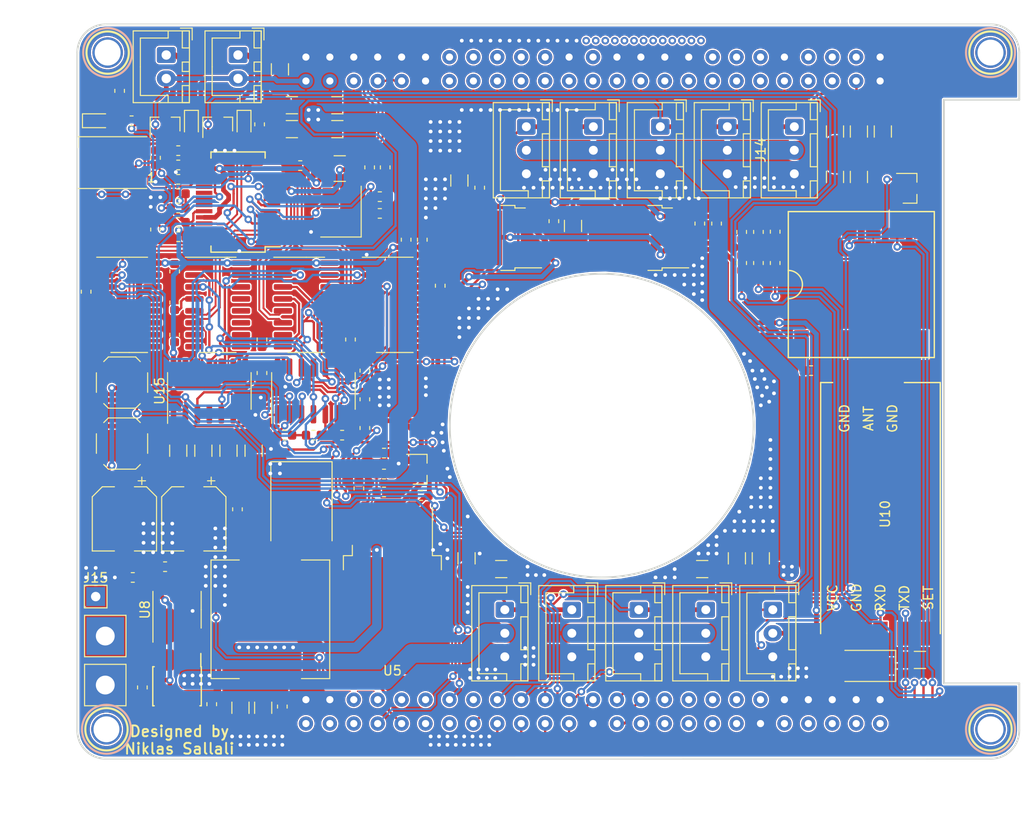
<source format=kicad_pcb>
(kicad_pcb (version 20171130) (host pcbnew 5.1.5)
  (layers (0 F.Cu signal) (31 B.Cu signal hide) (34 B.Paste user hide) (35 F.Paste user) (36 B.SilkS user hide) (37 F.SilkS user) (38 B.Mask user hide) (39 F.Mask user hide) (44 Edge.Cuts user))
  (net 0 "")
  (net 1 GND)
  (net 2 VDD)
  (net 3 D+)
  (net 4 D-)
  (net 5 SW)
  (net 6 IO11)
  (net 7 H_RX)
  (net 8 H_TX)
  (net 9 +5V)
  (net 10 FAN1)
  (net 11 FAN2)
  (net 12 CPU_SW)
  (net 13 BAT_M)
  (net 14 CUR_M)
  (net 15 IO4)
  (net 16 +BATT)
  (net 17 "Net-(R15-Pad1)")
  (net 18 VBUS)
  (net 19 "Net-(D8-Pad2)")
  (net 20 "Net-(R28-Pad1)")
  (net 21 "Net-(D1-Pad2)")
  (net 22 V_LIM)
  (net 23 IO12)
  (net 24 S_MOSI)
  (net 25 INT)
  (net 26 S_CS)
  (net 27 S_MISO)
  (net 28 S_SCK)
  (net 29 "Net-(R16-Pad2)")
  (net 30 "Net-(C2-Pad1)")
  (net 31 "Net-(C3-Pad1)")
  (net 32 "Net-(C6-Pad1)")
  (net 33 "Net-(C13-Pad1)")
  (net 34 3.3V)
  (net 35 "Net-(C20-Pad1)")
  (net 36 "Net-(C21-Pad1)")
  (net 37 "Net-(C22-Pad1)")
  (net 38 "Net-(C31-Pad1)")
  (net 39 "Net-(C32-Pad1)")
  (net 40 +5VA)
  (net 41 "Net-(C54-Pad1)")
  (net 42 "Net-(D4-Pad2)")
  (net 43 "Net-(D11-Pad2)")
  (net 44 S_SERIAL1)
  (net 45 S_SERIAL2)
  (net 46 S_SERIAL3)
  (net 47 S_SERIAL4)
  (net 48 "Net-(Q1-Pad3)")
  (net 49 "Net-(R4-Pad1)")
  (net 50 USB_TX1)
  (net 51 USB_TX2)
  (net 52 "Net-(R14-Pad2)")
  (net 53 "Net-(R21-Pad1)")
  (net 54 USB_TX3)
  (net 55 USB_TX4)
  (net 56 "Net-(R30-Pad1)")
  (net 57 "Net-(R31-Pad1)")
  (net 58 RESET)
  (net 59 USB_RX1)
  (net 60 USB_RX2)
  (net 61 USB_RX3)
  (net 62 USB_RX4)
  (net 63 D1+)
  (net 64 D1-)
  (net 65 D2+)
  (net 66 D2-)
  (net 67 D3+)
  (net 68 D3-)
  (net 69 D4-)
  (net 70 D4+)
  (net 71 VAA)
  (net 72 "Net-(C57-Pad1)")
  (net 73 V_BATT)
  (module TestPoint:TestPoint_THTPad_2.0x2.0mm_Drill1.0mm (layer F.Cu) (at 123.952 136.779)
    (fp_text reference J15 (at 0 -1.998) (layer F.SilkS))
    (fp_text value Conn_01x01_Male)
    (pad 1 thru_hole rect (at 0 0) (size 2 2) (drill 1) (layers *.Cu *.Mask) (net 73 V_BATT))
  )
  (module Package_SO:SOIC-8_3.9x4.9mm_P1.27mm (layer F.Cu) (at 132.588 138.176 90)
    (fp_text reference U8 (at 0 -3.4 90) (layer F.SilkS))
    (fp_text value ACS712)
    (pad 8 smd roundrect (at 2.475 -1.905 90) (size 1.95 0.6) (layers F.Cu F.Paste F.Mask) (net 9 +5V))
    (pad 7 smd roundrect (at 2.475 -0.635 90) (size 1.95 0.6) (layers F.Cu F.Paste F.Mask) (net 14 CUR_M))
    (pad 6 smd roundrect (at 2.475 0.635 90) (size 1.95 0.6) (layers F.Cu F.Paste F.Mask) (net 32 "Net-(C6-Pad1)"))
    (pad 5 smd roundrect (at 2.475 1.905 90) (size 1.95 0.6) (layers F.Cu F.Paste F.Mask) (net 1 GND))
    (pad 4 smd roundrect (at -2.475 1.905 90) (size 1.95 0.6) (layers F.Cu F.Paste F.Mask) (net 71 VAA))
    (pad 3 smd roundrect (at -2.475 0.635 90) (size 1.95 0.6) (layers F.Cu F.Paste F.Mask) (net 71 VAA))
    (pad 2 smd roundrect (at -2.475 -0.635 90) (size 1.95 0.6) (layers F.Cu F.Paste F.Mask) (net 73 V_BATT))
    (pad 1 smd roundrect (at -2.475 -1.905 90) (size 1.95 0.6) (layers F.Cu F.Paste F.Mask) (net 73 V_BATT))
  )
  (module Capacitor_SMD:C_0603_1608Metric (layer F.Cu) (at 128.905 146.431 270)
    (fp_text reference C58 hide)
    (fp_text value 100n)
    (pad 2 smd roundrect (at 0.7875 0 270) (size 0.875 0.95) (layers F.Cu F.Paste F.Mask) (net 1 GND))
    (pad 1 smd roundrect (at -0.7875 0 270) (size 0.875 0.95) (layers F.Cu F.Paste F.Mask) (net 9 +5V))
  )
  (module Capacitor_SMD:C_0603_1608Metric (layer F.Cu) (at 136.271 148.209 90)
    (fp_text reference C57 hide)
    (fp_text value 1n)
    (pad 2 smd roundrect (at 0.7875 0 90) (size 0.875 0.95) (layers F.Cu F.Paste F.Mask) (net 1 GND))
    (pad 1 smd roundrect (at -0.7875 0 90) (size 0.875 0.95) (layers F.Cu F.Paste F.Mask) (net 72 "Net-(C57-Pad1)"))
  )
  (module LED_SMD:LED_WS2812B_PLCC4_5.0x5.0mm_P3.2mm (layer F.Cu) (at 125.73 90.678 180)
    (fp_text reference LED1 hide)
    (fp_text value ws2812b)
    (fp_text user 1 (at -4.15 -1.6) (layer F.SilkS))
    (pad 1 smd rect (at -2.45 -1.6 180) (size 1.5 1) (layers F.Cu F.Paste F.Mask) (net 9 +5V))
    (pad 2 smd rect (at -2.45 1.6 180) (size 1.5 1) (layers F.Cu F.Paste F.Mask))
    (pad 4 smd rect (at 2.45 -1.6 180) (size 1.5 1) (layers F.Cu F.Paste F.Mask) (net 15 IO4))
    (pad 3 smd rect (at 2.45 1.6 180) (size 1.5 1) (layers F.Cu F.Paste F.Mask) (net 1 GND))
  )
  (module nik_things:HC-12 (layer F.Cu) (at 207.264 128.016 90)
    (fp_text reference U10 (at 0 0.5 270) (layer F.SilkS))
    (fp_text value HC-12)
    (fp_text user GND (at 10.16 1.27 270) (layer F.SilkS))
    (fp_text user ANT (at 10.16 -1.27 270) (layer F.SilkS))
    (fp_text user GND (at 10.16 -3.81 270) (layer F.SilkS))
    (fp_text user SET (at -8.89 5.08 270) (layer F.SilkS))
    (fp_text user TXD (at -8.89 2.54 270) (layer F.SilkS))
    (fp_text user RXD (at -8.89 0 270) (layer F.SilkS))
    (fp_text user GND (at -8.89 -2.54 270) (layer F.SilkS))
    (fp_text user VCC (at -8.89 -5.08 270) (layer F.SilkS))
    (pad 8 smd rect (at 13.97 1.27 90) (size 2.54 1.524) (layers F.Cu F.Paste F.Mask) (net 1 GND))
    (pad 7 smd rect (at 13.97 -1.27 90) (size 2.54 1.524) (layers F.Cu F.Paste F.Mask))
    (pad 6 smd rect (at 13.97 -3.81 90) (size 2.54 1.524) (layers F.Cu F.Paste F.Mask) (net 1 GND))
    (pad 5 smd rect (at -12.7 5.08 90) (size 2.54 1.524) (layers F.Cu F.Paste F.Mask) (net 6 IO11))
    (pad 4 smd rect (at -12.7 2.54 90) (size 2.54 1.524) (layers F.Cu F.Paste F.Mask) (net 8 H_TX))
    (pad 3 smd rect (at -12.7 0 90) (size 2.54 1.524) (layers F.Cu F.Paste F.Mask) (net 7 H_RX))
    (pad 2 smd rect (at -12.7 -2.54 90) (size 2.54 1.524) (layers F.Cu F.Paste F.Mask) (net 1 GND))
    (pad 1 smd rect (at -12.7 -5.08 90) (size 2.54 1.524) (layers F.Cu F.Paste F.Mask) (net 41 "Net-(C54-Pad1)"))
  )
  (module Package_TO_SOT_SMD:SOT-23 (layer F.Cu) (at 158.369 123.2535)
    (fp_text reference Q1 hide)
    (fp_text value 2N7002)
    (pad 1 smd rect (at -1 -0.95) (size 0.9 0.8) (layers F.Cu F.Paste F.Mask) (net 22 V_LIM))
    (pad 2 smd rect (at -1 0.95) (size 0.9 0.8) (layers F.Cu F.Paste F.Mask) (net 1 GND))
    (pad 3 smd rect (at 1 0) (size 0.9 0.8) (layers F.Cu F.Paste F.Mask) (net 48 "Net-(Q1-Pad3)"))
  )
  (module Crystal:Crystal_SMD_SeikoEpson_TSX3225-4Pin_3.2x2.5mm_HandSoldering (layer F.Cu) (at 149.987 95.885 90)
    (fp_text reference Y1 hide)
    (fp_text value 12Mhz)
    (pad 4 smd rect (at -1.45 -1.0875 90) (size 2.1 1.725) (layers F.Cu F.Paste F.Mask) (net 1 GND))
    (pad 3 smd rect (at 1.45 -1.0875 90) (size 2.1 1.725) (layers F.Cu F.Paste F.Mask) (net 39 "Net-(C32-Pad1)"))
    (pad 2 smd rect (at 1.45 1.0875 90) (size 2.1 1.725) (layers F.Cu F.Paste F.Mask) (net 1 GND))
    (pad 1 smd rect (at -1.45 1.0875 90) (size 2.1 1.725) (layers F.Cu F.Paste F.Mask) (net 38 "Net-(C31-Pad1)"))
  )
  (module Connector_JST:JST_XH_B3B-XH-A_1x03_P2.50mm_Vertical (layer F.Cu) (at 181.61 138.176 270)
    (fp_text reference J8 hide)
    (fp_text value 01x03)
    (pad 3 thru_hole oval (at 5 0 270) (size 1.7 1.95) (drill 0.95) (layers *.Cu *.Mask) (net 1 GND))
    (pad 2 thru_hole oval (at 2.5 0 270) (size 1.7 1.95) (drill 0.95) (layers *.Cu *.Mask) (net 18 VBUS))
    (pad 1 thru_hole roundrect (at 0 0 270) (size 1.7 1.95) (drill 0.95) (layers *.Cu *.Mask) (roundrect_rratio 0.147059) (net 45 S_SERIAL2))
  )
  (module Capacitor_SMD:CP_Elec_6.3x3.9 (layer F.Cu) (at 134.366 128.524 270)
    (fp_text reference C56 hide)
    (fp_text value 220u)
    (pad 2 smd roundrect (at 2.7 0 270) (size 3.5 1.6) (layers F.Cu F.Paste F.Mask) (roundrect_rratio 0.15625) (net 1 GND))
    (pad 1 smd roundrect (at -2.7 0 270) (size 3.5 1.6) (layers F.Cu F.Paste F.Mask) (roundrect_rratio 0.15625) (net 2 VDD))
  )
  (module Capacitor_SMD:CP_Elec_6.3x3.9 (layer F.Cu) (at 127 128.524 270)
    (fp_text reference C55 hide)
    (fp_text value 220u)
    (pad 2 smd roundrect (at 2.7 0 270) (size 3.5 1.6) (layers F.Cu F.Paste F.Mask) (roundrect_rratio 0.15625) (net 1 GND))
    (pad 1 smd roundrect (at -2.7 0 270) (size 3.5 1.6) (layers F.Cu F.Paste F.Mask) (roundrect_rratio 0.15625) (net 2 VDD))
  )
  (module Diode_SMD:D_0603_1608Metric (layer F.Cu) (at 134.112 86.614 270)
    (fp_text reference D8 hide)
    (fp_text value 1N5819)
    (pad 2 smd roundrect (at 0.7875 0 270) (size 0.875 0.95) (layers F.Cu F.Paste F.Mask) (net 19 "Net-(D8-Pad2)"))
    (pad 1 smd roundrect (at -0.7875 0 270) (size 0.875 0.95) (layers F.Cu F.Paste F.Mask) (net 2 VDD))
  )
  (module Diode_SMD:D_0603_1608Metric (layer F.Cu) (at 139.7 86.614 270)
    (fp_text reference D11 hide)
    (fp_text value 1N5819)
    (pad 2 smd roundrect (at 0.7875 0 270) (size 0.875 0.95) (layers F.Cu F.Paste F.Mask) (net 43 "Net-(D11-Pad2)"))
    (pad 1 smd roundrect (at -0.7875 0 270) (size 0.875 0.95) (layers F.Cu F.Paste F.Mask) (net 2 VDD))
  )
  (module nik_things:lattepanda_alpha (layer F.Cu) (at 178 115 180)
    (fp_text reference U4 hide)
    (fp_text value lattepanda_alpha)
    (pad 100 thru_hole circle (at 31.73 35.53 180) (size 1.524 1.524) (drill 0.762) (layers *.Cu *.Mask) (net 1 GND))
    (pad 99 thru_hole circle (at 29.19 35.53 180) (size 1.524 1.524) (drill 0.762) (layers *.Cu *.Mask) (net 1 GND))
    (pad 98 thru_hole circle (at 26.65 35.53 180) (size 1.524 1.524) (drill 0.762) (layers *.Cu *.Mask) (net 1 GND))
    (pad 97 thru_hole circle (at 24.11 35.53 180) (size 1.524 1.524) (drill 0.762) (layers *.Cu *.Mask) (net 1 GND))
    (pad 50 thru_hole circle (at 31.73 -32.73 180) (size 1.524 1.524) (drill 0.762) (layers *.Cu *.Mask) (net 1 GND))
    (pad 49 thru_hole circle (at 29.19 -32.73 180) (size 1.524 1.524) (drill 0.762) (layers *.Cu *.Mask) (net 1 GND))
    (pad 1 thru_hole circle (at -29.23 -35.27 180) (size 1.524 1.524) (drill 0.762) (layers *.Cu *.Mask))
    (pad 2 thru_hole circle (at -26.69 -35.27 180) (size 1.524 1.524) (drill 0.762) (layers *.Cu *.Mask))
    (pad 3 thru_hole circle (at -24.15 -35.27 180) (size 1.524 1.524) (drill 0.762) (layers *.Cu *.Mask))
    (pad 4 thru_hole circle (at -21.61 -35.27 180) (size 1.524 1.524) (drill 0.762) (layers *.Cu *.Mask))
    (pad 5 thru_hole circle (at -19.07 -35.27 180) (size 1.524 1.524) (drill 0.762) (layers *.Cu *.Mask))
    (pad 6 thru_hole circle (at -16.53 -35.27 180) (size 1.524 1.524) (drill 0.762) (layers *.Cu *.Mask) (net 1 GND))
    (pad 7 thru_hole circle (at -13.99 -35.27 180) (size 1.524 1.524) (drill 0.762) (layers *.Cu *.Mask))
    (pad 8 thru_hole circle (at -11.45 -35.27 180) (size 1.524 1.524) (drill 0.762) (layers *.Cu *.Mask))
    (pad 9 thru_hole circle (at -8.91 -35.27 180) (size 1.524 1.524) (drill 0.762) (layers *.Cu *.Mask))
    (pad 10 thru_hole circle (at -6.37 -35.27 180) (size 1.524 1.524) (drill 0.762) (layers *.Cu *.Mask))
    (pad 11 thru_hole circle (at -3.83 -35.27 180) (size 1.524 1.524) (drill 0.762) (layers *.Cu *.Mask))
    (pad 12 thru_hole circle (at -1.29 -35.27 180) (size 1.524 1.524) (drill 0.762) (layers *.Cu *.Mask) (net 24 S_MOSI))
    (pad 13 thru_hole circle (at 1.25 -35.27 180) (size 1.524 1.524) (drill 0.762) (layers *.Cu *.Mask) (net 1 GND))
    (pad 14 thru_hole circle (at 3.79 -35.27 180) (size 1.524 1.524) (drill 0.762) (layers *.Cu *.Mask) (net 8 H_TX))
    (pad 15 thru_hole circle (at 6.33 -35.27 180) (size 1.524 1.524) (drill 0.762) (layers *.Cu *.Mask) (net 7 H_RX))
    (pad 16 thru_hole circle (at 8.87 -35.27 180) (size 1.524 1.524) (drill 0.762) (layers *.Cu *.Mask) (net 25 INT))
    (pad 17 thru_hole circle (at 11.41 -35.27 180) (size 1.524 1.524) (drill 0.762) (layers *.Cu *.Mask) (net 26 S_CS))
    (pad 18 thru_hole circle (at 13.95 -35.27 180) (size 1.524 1.524) (drill 0.762) (layers *.Cu *.Mask) (net 6 IO11))
    (pad 19 thru_hole circle (at 16.49 -35.27 180) (size 1.524 1.524) (drill 0.762) (layers *.Cu *.Mask))
    (pad 20 thru_hole circle (at 19.03 -35.27 180) (size 1.524 1.524) (drill 0.762) (layers *.Cu *.Mask))
    (pad 21 thru_hole circle (at 21.57 -35.27 180) (size 1.524 1.524) (drill 0.762) (layers *.Cu *.Mask) (net 14 CUR_M))
    (pad 22 thru_hole circle (at 24.11 -35.27 180) (size 1.524 1.524) (drill 0.762) (layers *.Cu *.Mask) (net 13 BAT_M))
    (pad 23 thru_hole circle (at 26.65 -35.27 180) (size 1.524 1.524) (drill 0.762) (layers *.Cu *.Mask))
    (pad 24 thru_hole circle (at 29.19 -35.27 180) (size 1.524 1.524) (drill 0.762) (layers *.Cu *.Mask))
    (pad 25 thru_hole circle (at 31.73 -35.27 180) (size 1.524 1.524) (drill 0.762) (layers *.Cu *.Mask))
    (pad 26 thru_hole circle (at -29.23 -32.73 180) (size 1.524 1.524) (drill 0.762) (layers *.Cu *.Mask) (net 1 GND))
    (pad 27 thru_hole circle (at -26.69 -32.73 180) (size 1.524 1.524) (drill 0.762) (layers *.Cu *.Mask) (net 1 GND))
    (pad 28 thru_hole circle (at -24.15 -32.73 180) (size 1.524 1.524) (drill 0.762) (layers *.Cu *.Mask) (net 1 GND))
    (pad 29 thru_hole circle (at -21.61 -32.73 180) (size 1.524 1.524) (drill 0.762) (layers *.Cu *.Mask) (net 1 GND))
    (pad 30 thru_hole circle (at -19.07 -32.73 180) (size 1.524 1.524) (drill 0.762) (layers *.Cu *.Mask) (net 1 GND))
    (pad 31 thru_hole circle (at -16.53 -32.73 180) (size 1.524 1.524) (drill 0.762) (layers *.Cu *.Mask))
    (pad 32 thru_hole circle (at -13.99 -32.73 180) (size 1.524 1.524) (drill 0.762) (layers *.Cu *.Mask))
    (pad 33 thru_hole circle (at -11.45 -32.73 180) (size 1.524 1.524) (drill 0.762) (layers *.Cu *.Mask))
    (pad 34 thru_hole circle (at -8.91 -32.73 180) (size 1.524 1.524) (drill 0.762) (layers *.Cu *.Mask))
    (pad 35 thru_hole circle (at -6.37 -32.73 180) (size 1.524 1.524) (drill 0.762) (layers *.Cu *.Mask))
    (pad 36 thru_hole circle (at -3.83 -32.73 180) (size 1.524 1.524) (drill 0.762) (layers *.Cu *.Mask) (net 27 S_MISO))
    (pad 37 thru_hole circle (at -1.29 -32.73 180) (size 1.524 1.524) (drill 0.762) (layers *.Cu *.Mask) (net 28 S_SCK))
    (pad 38 thru_hole circle (at 1.25 -32.73 180) (size 1.524 1.524) (drill 0.762) (layers *.Cu *.Mask) (net 58 RESET))
    (pad 39 thru_hole circle (at 3.79 -32.73 180) (size 1.524 1.524) (drill 0.762) (layers *.Cu *.Mask) (net 12 CPU_SW))
    (pad 40 thru_hole circle (at 6.33 -32.73 180) (size 1.524 1.524) (drill 0.762) (layers *.Cu *.Mask) (net 23 IO12))
    (pad 41 thru_hole circle (at 8.87 -32.73 180) (size 1.524 1.524) (drill 0.762) (layers *.Cu *.Mask) (net 10 FAN1))
    (pad 42 thru_hole circle (at 11.41 -32.73 180) (size 1.524 1.524) (drill 0.762) (layers *.Cu *.Mask) (net 11 FAN2))
    (pad 43 thru_hole circle (at 13.95 -32.73 180) (size 1.524 1.524) (drill 0.762) (layers *.Cu *.Mask))
    (pad 44 thru_hole circle (at 16.49 -32.73 180) (size 1.524 1.524) (drill 0.762) (layers *.Cu *.Mask) (net 15 IO4))
    (pad 45 thru_hole circle (at 19.03 -32.73 180) (size 1.524 1.524) (drill 0.762) (layers *.Cu *.Mask))
    (pad 46 thru_hole circle (at 21.57 -32.73 180) (size 1.524 1.524) (drill 0.762) (layers *.Cu *.Mask))
    (pad 47 thru_hole circle (at 24.11 -32.73 180) (size 1.524 1.524) (drill 0.762) (layers *.Cu *.Mask))
    (pad 48 thru_hole circle (at 26.65 -32.73 180) (size 1.524 1.524) (drill 0.762) (layers *.Cu *.Mask))
    (pad 51 thru_hole circle (at -29.23 32.99 180) (size 1.524 1.524) (drill 0.762) (layers *.Cu *.Mask) (net 1 GND))
    (pad 52 thru_hole circle (at -26.69 32.99 180) (size 1.524 1.524) (drill 0.762) (layers *.Cu *.Mask) (net 5 SW))
    (pad 53 thru_hole circle (at -24.15 32.99 180) (size 1.524 1.524) (drill 0.762) (layers *.Cu *.Mask))
    (pad 54 thru_hole circle (at -21.61 32.99 180) (size 1.524 1.524) (drill 0.762) (layers *.Cu *.Mask))
    (pad 55 thru_hole circle (at -19.07 32.99 180) (size 1.524 1.524) (drill 0.762) (layers *.Cu *.Mask))
    (pad 56 thru_hole circle (at -16.53 32.99 180) (size 1.524 1.524) (drill 0.762) (layers *.Cu *.Mask))
    (pad 57 thru_hole circle (at -13.99 32.99 180) (size 1.524 1.524) (drill 0.762) (layers *.Cu *.Mask))
    (pad 58 thru_hole circle (at -11.45 32.99 180) (size 1.524 1.524) (drill 0.762) (layers *.Cu *.Mask))
    (pad 59 thru_hole circle (at -8.91 32.99 180) (size 1.524 1.524) (drill 0.762) (layers *.Cu *.Mask))
    (pad 60 thru_hole circle (at -6.37 32.99 180) (size 1.524 1.524) (drill 0.762) (layers *.Cu *.Mask))
    (pad 61 thru_hole circle (at -3.83 32.99 180) (size 1.524 1.524) (drill 0.762) (layers *.Cu *.Mask))
    (pad 62 thru_hole circle (at -1.29 32.99 180) (size 1.524 1.524) (drill 0.762) (layers *.Cu *.Mask))
    (pad 63 thru_hole circle (at 1.25 32.99 180) (size 1.524 1.524) (drill 0.762) (layers *.Cu *.Mask))
    (pad 64 thru_hole circle (at 3.79 32.99 180) (size 1.524 1.524) (drill 0.762) (layers *.Cu *.Mask))
    (pad 65 thru_hole circle (at 6.33 32.99 180) (size 1.524 1.524) (drill 0.762) (layers *.Cu *.Mask))
    (pad 66 thru_hole circle (at 8.87 32.99 180) (size 1.524 1.524) (drill 0.762) (layers *.Cu *.Mask))
    (pad 67 thru_hole circle (at 11.41 32.99 180) (size 1.524 1.524) (drill 0.762) (layers *.Cu *.Mask))
    (pad 68 thru_hole circle (at 13.95 32.99 180) (size 1.524 1.524) (drill 0.762) (layers *.Cu *.Mask))
    (pad 69 thru_hole circle (at 16.49 32.99 180) (size 1.524 1.524) (drill 0.762) (layers *.Cu *.Mask))
    (pad 70 thru_hole circle (at 19.03 32.99 180) (size 1.524 1.524) (drill 0.762) (layers *.Cu *.Mask) (net 1 GND))
    (pad 71 thru_hole circle (at 21.57 32.99 180) (size 1.524 1.524) (drill 0.762) (layers *.Cu *.Mask) (net 4 D-))
    (pad 72 thru_hole circle (at 24.11 32.99 180) (size 1.524 1.524) (drill 0.762) (layers *.Cu *.Mask) (net 3 D+))
    (pad 73 thru_hole circle (at 26.65 32.99 180) (size 1.524 1.524) (drill 0.762) (layers *.Cu *.Mask))
    (pad 74 thru_hole circle (at 29.19 32.99 180) (size 1.524 1.524) (drill 0.762) (layers *.Cu *.Mask) (net 2 VDD))
    (pad 75 thru_hole circle (at 31.73 32.99 180) (size 1.524 1.524) (drill 0.762) (layers *.Cu *.Mask) (net 2 VDD))
    (pad 76 thru_hole circle (at -29.23 35.53 180) (size 1.524 1.524) (drill 0.762) (layers *.Cu *.Mask) (net 1 GND))
    (pad 77 thru_hole circle (at -26.69 35.53 180) (size 1.524 1.524) (drill 0.762) (layers *.Cu *.Mask))
    (pad 78 thru_hole circle (at -24.15 35.53 180) (size 1.524 1.524) (drill 0.762) (layers *.Cu *.Mask))
    (pad 79 thru_hole circle (at -21.61 35.53 180) (size 1.524 1.524) (drill 0.762) (layers *.Cu *.Mask))
    (pad 80 thru_hole circle (at -19.07 35.53 180) (size 1.524 1.524) (drill 0.762) (layers *.Cu *.Mask) (net 1 GND))
    (pad 81 thru_hole circle (at -16.53 35.53 180) (size 1.524 1.524) (drill 0.762) (layers *.Cu *.Mask))
    (pad 82 thru_hole circle (at -13.99 35.53 180) (size 1.524 1.524) (drill 0.762) (layers *.Cu *.Mask))
    (pad 83 thru_hole circle (at -11.45 35.53 180) (size 1.524 1.524) (drill 0.762) (layers *.Cu *.Mask))
    (pad 84 thru_hole circle (at -8.91 35.53 180) (size 1.524 1.524) (drill 0.762) (layers *.Cu *.Mask) (net 1 GND))
    (pad 85 thru_hole circle (at -6.37 35.53 180) (size 1.524 1.524) (drill 0.762) (layers *.Cu *.Mask) (net 1 GND))
    (pad 86 thru_hole circle (at -3.83 35.53 180) (size 1.524 1.524) (drill 0.762) (layers *.Cu *.Mask) (net 1 GND))
    (pad 87 thru_hole circle (at -1.29 35.53 180) (size 1.524 1.524) (drill 0.762) (layers *.Cu *.Mask) (net 1 GND))
    (pad 88 thru_hole circle (at 1.25 35.53 180) (size 1.524 1.524) (drill 0.762) (layers *.Cu *.Mask))
    (pad 89 thru_hole circle (at 3.79 35.53 180) (size 1.524 1.524) (drill 0.762) (layers *.Cu *.Mask) (net 1 GND))
    (pad 90 thru_hole circle (at 6.33 35.53 180) (size 1.524 1.524) (drill 0.762) (layers *.Cu *.Mask))
    (pad 91 thru_hole circle (at 8.87 35.53 180) (size 1.524 1.524) (drill 0.762) (layers *.Cu *.Mask))
    (pad 92 thru_hole circle (at 11.41 35.53 180) (size 1.524 1.524) (drill 0.762) (layers *.Cu *.Mask))
    (pad 93 thru_hole circle (at 13.95 35.53 180) (size 1.524 1.524) (drill 0.762) (layers *.Cu *.Mask))
    (pad 94 thru_hole circle (at 16.49 35.53 180) (size 1.524 1.524) (drill 0.762) (layers *.Cu *.Mask))
    (pad 95 thru_hole circle (at 19.03 35.53 180) (size 1.524 1.524) (drill 0.762) (layers *.Cu *.Mask) (net 1 GND))
    (pad 96 thru_hole circle (at 21.57 35.53 180) (size 1.524 1.524) (drill 0.762) (layers *.Cu *.Mask) (net 1 GND))
  )
  (module Package_SO:SOIC-16_3.9x9.9mm_P1.27mm (layer F.Cu) (at 155.702 105.791)
    (fp_text reference U13 hide)
    (fp_text value CH340G)
    (pad 16 smd roundrect (at 2.475 -4.445) (size 1.95 0.6) (layers F.Cu F.Paste F.Mask) (net 9 +5V))
    (pad 15 smd roundrect (at 2.475 -3.175) (size 1.95 0.6) (layers F.Cu F.Paste F.Mask))
    (pad 14 smd roundrect (at 2.475 -1.905) (size 1.95 0.6) (layers F.Cu F.Paste F.Mask))
    (pad 13 smd roundrect (at 2.475 -0.635) (size 1.95 0.6) (layers F.Cu F.Paste F.Mask))
    (pad 12 smd roundrect (at 2.475 0.635) (size 1.95 0.6) (layers F.Cu F.Paste F.Mask))
    (pad 11 smd roundrect (at 2.475 1.905) (size 1.95 0.6) (layers F.Cu F.Paste F.Mask))
    (pad 10 smd roundrect (at 2.475 3.175) (size 1.95 0.6) (layers F.Cu F.Paste F.Mask))
    (pad 9 smd roundrect (at 2.475 4.445) (size 1.95 0.6) (layers F.Cu F.Paste F.Mask))
    (pad 8 smd roundrect (at -2.475 4.445) (size 1.95 0.6) (layers F.Cu F.Paste F.Mask))
    (pad 7 smd roundrect (at -2.475 3.175) (size 1.95 0.6) (layers F.Cu F.Paste F.Mask))
    (pad 6 smd roundrect (at -2.475 1.905) (size 1.95 0.6) (layers F.Cu F.Paste F.Mask) (net 69 D4-))
    (pad 5 smd roundrect (at -2.475 0.635) (size 1.95 0.6) (layers F.Cu F.Paste F.Mask) (net 70 D4+))
    (pad 4 smd roundrect (at -2.475 -0.635) (size 1.95 0.6) (layers F.Cu F.Paste F.Mask) (net 36 "Net-(C21-Pad1)"))
    (pad 3 smd roundrect (at -2.475 -1.905) (size 1.95 0.6) (layers F.Cu F.Paste F.Mask) (net 62 USB_RX4))
    (pad 2 smd roundrect (at -2.475 -3.175) (size 1.95 0.6) (layers F.Cu F.Paste F.Mask) (net 55 USB_TX4))
    (pad 1 smd roundrect (at -2.475 -4.445) (size 1.95 0.6) (layers F.Cu F.Paste F.Mask) (net 1 GND))
  )
  (module Package_SO:SSOP-28_5.3x10.2mm_P0.65mm (layer F.Cu) (at 139.065 94.869 180)
    (fp_text reference U9 hide)
    (fp_text value GL850G)
    (pad 28 smd rect (at 3.6 -4.225 180) (size 1.75 0.45) (layers F.Cu F.Paste F.Mask) (net 63 D1+))
    (pad 27 smd rect (at 3.6 -3.575 180) (size 1.75 0.45) (layers F.Cu F.Paste F.Mask) (net 64 D1-))
    (pad 26 smd rect (at 3.6 -2.925 180) (size 1.75 0.45) (layers F.Cu F.Paste F.Mask) (net 3 D+))
    (pad 25 smd rect (at 3.6 -2.275 180) (size 1.75 0.45) (layers F.Cu F.Paste F.Mask) (net 4 D-))
    (pad 24 smd rect (at 3.6 -1.625 180) (size 1.75 0.45) (layers F.Cu F.Paste F.Mask) (net 34 3.3V))
    (pad 23 smd rect (at 3.6 -0.975 180) (size 1.75 0.45) (layers F.Cu F.Paste F.Mask) (net 9 +5V))
    (pad 22 smd rect (at 3.6 -0.325 180) (size 1.75 0.45) (layers F.Cu F.Paste F.Mask))
    (pad 21 smd rect (at 3.6 0.325 180) (size 1.75 0.45) (layers F.Cu F.Paste F.Mask))
    (pad 20 smd rect (at 3.6 0.975 180) (size 1.75 0.45) (layers F.Cu F.Paste F.Mask))
    (pad 19 smd rect (at 3.6 1.625 180) (size 1.75 0.45) (layers F.Cu F.Paste F.Mask))
    (pad 18 smd rect (at 3.6 2.275 180) (size 1.75 0.45) (layers F.Cu F.Paste F.Mask) (net 29 "Net-(R16-Pad2)"))
    (pad 17 smd rect (at 3.6 2.925 180) (size 1.75 0.45) (layers F.Cu F.Paste F.Mask) (net 52 "Net-(R14-Pad2)"))
    (pad 16 smd rect (at 3.6 3.575 180) (size 1.75 0.45) (layers F.Cu F.Paste F.Mask) (net 34 3.3V))
    (pad 15 smd rect (at 3.6 4.225 180) (size 1.75 0.45) (layers F.Cu F.Paste F.Mask) (net 1 GND))
    (pad 14 smd rect (at -3.6 4.225 180) (size 1.75 0.45) (layers F.Cu F.Paste F.Mask) (net 1 GND))
    (pad 13 smd rect (at -3.6 3.575 180) (size 1.75 0.45) (layers F.Cu F.Paste F.Mask) (net 37 "Net-(C22-Pad1)"))
    (pad 12 smd rect (at -3.6 2.925 180) (size 1.75 0.45) (layers F.Cu F.Paste F.Mask) (net 70 D4+))
    (pad 11 smd rect (at -3.6 2.275 180) (size 1.75 0.45) (layers F.Cu F.Paste F.Mask) (net 69 D4-))
    (pad 10 smd rect (at -3.6 1.625 180) (size 1.75 0.45) (layers F.Cu F.Paste F.Mask) (net 33 "Net-(C13-Pad1)"))
    (pad 9 smd rect (at -3.6 0.975 180) (size 1.75 0.45) (layers F.Cu F.Paste F.Mask) (net 67 D3+))
    (pad 8 smd rect (at -3.6 0.325 180) (size 1.75 0.45) (layers F.Cu F.Paste F.Mask) (net 68 D3-))
    (pad 7 smd rect (at -3.6 -0.325 180) (size 1.75 0.45) (layers F.Cu F.Paste F.Mask) (net 53 "Net-(R21-Pad1)"))
    (pad 6 smd rect (at -3.6 -0.975 180) (size 1.75 0.45) (layers F.Cu F.Paste F.Mask) (net 39 "Net-(C32-Pad1)"))
    (pad 5 smd rect (at -3.6 -1.625 180) (size 1.75 0.45) (layers F.Cu F.Paste F.Mask) (net 33 "Net-(C13-Pad1)"))
    (pad 4 smd rect (at -3.6 -2.275 180) (size 1.75 0.45) (layers F.Cu F.Paste F.Mask) (net 17 "Net-(R15-Pad1)"))
    (pad 3 smd rect (at -3.6 -2.925 180) (size 1.75 0.45) (layers F.Cu F.Paste F.Mask) (net 65 D2+))
    (pad 2 smd rect (at -3.6 -3.575 180) (size 1.75 0.45) (layers F.Cu F.Paste F.Mask) (net 66 D2-))
    (pad 1 smd rect (at -3.6 -4.225 180) (size 1.75 0.45) (layers F.Cu F.Paste F.Mask) (net 33 "Net-(C13-Pad1)"))
  )
  (module Resistor_SMD:R_0603_1608Metric (layer F.Cu) (at 194.31 101.346 90)
    (fp_text reference R32 hide)
    (fp_text value 1k)
    (pad 1 smd roundrect (at -0.7875 0 90) (size 0.875 0.95) (layers F.Cu F.Paste F.Mask) (net 26 S_CS))
    (pad 2 smd roundrect (at 0.7875 0 90) (size 0.875 0.95) (layers F.Cu F.Paste F.Mask) (net 56 "Net-(R30-Pad1)"))
  )
  (module Resistor_SMD:R_0603_1608Metric (layer F.Cu) (at 192.532 98.044 90)
    (fp_text reference R31 hide)
    (fp_text value 2k)
    (pad 1 smd roundrect (at -0.7875 0 90) (size 0.875 0.95) (layers F.Cu F.Paste F.Mask) (net 57 "Net-(R31-Pad1)"))
    (pad 2 smd roundrect (at 0.7875 0 90) (size 0.875 0.95) (layers F.Cu F.Paste F.Mask) (net 1 GND))
  )
  (module Resistor_SMD:R_0603_1608Metric (layer F.Cu) (at 194.31 98.044 90)
    (fp_text reference R30 hide)
    (fp_text value 2k)
    (pad 1 smd roundrect (at -0.7875 0 90) (size 0.875 0.95) (layers F.Cu F.Paste F.Mask) (net 56 "Net-(R30-Pad1)"))
    (pad 2 smd roundrect (at 0.7875 0 90) (size 0.875 0.95) (layers F.Cu F.Paste F.Mask) (net 1 GND))
  )
  (module Resistor_SMD:R_0603_1608Metric (layer F.Cu) (at 152.527 115.824 90)
    (fp_text reference R23 hide)
    (fp_text value 1k)
    (pad 1 smd roundrect (at -0.7875 0 90) (size 0.875 0.95) (layers F.Cu F.Paste F.Mask) (net 9 +5V))
    (pad 2 smd roundrect (at 0.7875 0 90) (size 0.875 0.95) (layers F.Cu F.Paste F.Mask) (net 47 S_SERIAL4))
  )
  (module Resistor_SMD:R_0603_1608Metric (layer F.Cu) (at 152.527 112.776 270)
    (fp_text reference R22 hide)
    (fp_text value 1k)
    (pad 1 smd roundrect (at -0.7875 0 270) (size 0.875 0.95) (layers F.Cu F.Paste F.Mask) (net 9 +5V))
    (pad 2 smd roundrect (at 0.7875 0 270) (size 0.875 0.95) (layers F.Cu F.Paste F.Mask) (net 46 S_SERIAL3))
  )
  (module Resistor_SMD:R_0603_1608Metric (layer F.Cu) (at 150.114 119.634 180)
    (fp_text reference R18 hide)
    (fp_text value 1k)
    (pad 1 smd roundrect (at -0.7875 0 180) (size 0.875 0.95) (layers F.Cu F.Paste F.Mask) (net 13 BAT_M))
    (pad 2 smd roundrect (at 0.7875 0 180) (size 0.875 0.95) (layers F.Cu F.Paste F.Mask) (net 1 GND))
  )
  (module Resistor_SMD:R_0603_1608Metric (layer F.Cu) (at 132.715 89.408)
    (fp_text reference R16 hide)
    (fp_text value 100k)
    (pad 1 smd roundrect (at -0.7875 0) (size 0.875 0.95) (layers F.Cu F.Paste F.Mask) (net 34 3.3V))
    (pad 2 smd roundrect (at 0.7875 0) (size 0.875 0.95) (layers F.Cu F.Paste F.Mask) (net 29 "Net-(R16-Pad2)"))
  )
  (module Resistor_SMD:R_0603_1608Metric (layer F.Cu) (at 130.302 90.17 270)
    (fp_text reference R14 hide)
    (fp_text value 10k)
    (pad 1 smd roundrect (at -0.7875 0 270) (size 0.875 0.95) (layers F.Cu F.Paste F.Mask) (net 34 3.3V))
    (pad 2 smd roundrect (at 0.7875 0 270) (size 0.875 0.95) (layers F.Cu F.Paste F.Mask) (net 52 "Net-(R14-Pad2)"))
  )
  (module Resistor_SMD:R_0603_1608Metric (layer F.Cu) (at 132.715 95.504)
    (fp_text reference R13 hide)
    (fp_text value 10k)
    (pad 1 smd roundrect (at -0.7875 0) (size 0.875 0.95) (layers F.Cu F.Paste F.Mask) (net 9 +5V))
    (pad 2 smd roundrect (at 0.7875 0) (size 0.875 0.95) (layers F.Cu F.Paste F.Mask) (net 37 "Net-(C22-Pad1)"))
  )
  (module Package_TO_SOT_SMD:SOT-23 (layer F.Cu) (at 210.3755 93.4085)
    (fp_text reference Q6 hide)
    (fp_text value 2N7002)
    (pad 1 smd rect (at -1 -0.95) (size 0.9 0.8) (layers F.Cu F.Paste F.Mask) (net 12 CPU_SW))
    (pad 2 smd rect (at -1 0.95) (size 0.9 0.8) (layers F.Cu F.Paste F.Mask) (net 1 GND))
    (pad 3 smd rect (at 1 0) (size 0.9 0.8) (layers F.Cu F.Paste F.Mask) (net 5 SW))
  )
  (module Diode_SMD:D_SMA (layer F.Cu) (at 205.486 144.145 180)
    (fp_text reference D5 hide)
    (fp_text value 1N5819)
    (pad 1 smd rect (at -2 0 180) (size 2.5 1.8) (layers F.Cu F.Paste F.Mask) (net 41 "Net-(C54-Pad1)"))
    (pad 2 smd rect (at 2 0 180) (size 2.5 1.8) (layers F.Cu F.Paste F.Mask) (net 40 +5VA))
  )
  (module LED_SMD:LED_0603_1608Metric_Pad1.05x0.95mm_HandSolder (layer F.Cu) (at 124.206 86.233)
    (fp_text reference D4 hide)
    (fp_text value LED)
    (pad 1 smd roundrect (at -0.875 0) (size 1.05 0.95) (layers F.Cu F.Paste F.Mask) (net 1 GND))
    (pad 2 smd roundrect (at 0.875 0) (size 1.05 0.95) (layers F.Cu F.Paste F.Mask) (net 42 "Net-(D4-Pad2)"))
  )
  (module Capacitor_SMD:C_1206_3216Metric (layer F.Cu) (at 139.319 148.59 270)
    (fp_text reference C1 hide)
    (fp_text value 10u)
    (pad 2 smd roundrect (at 1.4 0 270) (size 1.25 1.75) (layers F.Cu F.Paste F.Mask) (roundrect_rratio 0.2) (net 1 GND))
    (pad 1 smd roundrect (at -1.4 0 270) (size 1.25 1.75) (layers F.Cu F.Paste F.Mask) (roundrect_rratio 0.2) (net 71 VAA))
  )
  (module nik_things:GY953_IMU (layer F.Cu) (at 205.232 103.632 90)
    (fp_text reference U11 hide)
    (fp_text value gy953_imu)
    (pad 1 smd rect (at -6.35 -6.35 90) (size 3 1.524) (layers F.Cu F.Paste F.Mask) (net 9 +5V))
    (pad 2 smd rect (at -6.35 -3.81 90) (size 3 1.524) (layers F.Cu F.Paste F.Mask) (net 1 GND))
    (pad 3 smd rect (at -6.35 -1.27 90) (size 3 1.524) (layers F.Cu F.Paste F.Mask))
    (pad 4 smd rect (at -6.35 1.27 90) (size 3 1.524) (layers F.Cu F.Paste F.Mask))
    (pad 5 smd rect (at -6.35 3.81 90) (size 3 1.524) (layers F.Cu F.Paste F.Mask))
    (pad 6 smd rect (at -6.35 6.35 90) (size 3 1.524) (layers F.Cu F.Paste F.Mask))
    (pad 7 smd rect (at 6.35 6.35 90) (size 3 1.524) (layers F.Cu F.Paste F.Mask))
    (pad 8 smd rect (at 6.35 3.81 90) (size 3 1.524) (layers F.Cu F.Paste F.Mask) (net 25 INT))
    (pad 9 smd rect (at 6.35 1.27 90) (size 3 1.524) (layers F.Cu F.Paste F.Mask) (net 57 "Net-(R31-Pad1)"))
    (pad 10 smd rect (at 6.35 -1.27 90) (size 3 1.524) (layers F.Cu F.Paste F.Mask) (net 27 S_MISO))
    (pad 11 smd rect (at 6.35 -3.81 90) (size 3 1.524) (layers F.Cu F.Paste F.Mask) (net 20 "Net-(R28-Pad1)"))
    (pad 12 smd rect (at 6.35 -6.35 90) (size 3 1.524) (layers F.Cu F.Paste F.Mask) (net 56 "Net-(R30-Pad1)"))
  )
  (module Resistor_SMD:R_0603_1608Metric (layer F.Cu) (at 154.559 123.7615 180)
    (fp_text reference R5 hide)
    (fp_text value 91k)
    (pad 1 smd roundrect (at -0.7875 0 180) (size 0.875 0.95) (layers F.Cu F.Paste F.Mask) (net 2 VDD))
    (pad 2 smd roundrect (at 0.7875 0 180) (size 0.875 0.95) (layers F.Cu F.Paste F.Mask) (net 49 "Net-(R4-Pad1)"))
  )
  (module Package_SO:SOIC-14_3.9x8.7mm_P1.27mm (layer F.Cu) (at 136.017 114.935 90)
    (fp_text reference U15 (at 0 -5.28 90) (layer F.SilkS))
    (fp_text value 74LS125)
    (pad 14 smd roundrect (at 2.475 -3.81 90) (size 1.95 0.6) (layers F.Cu F.Paste F.Mask) (net 9 +5V))
    (pad 13 smd roundrect (at 2.475 -2.54 90) (size 1.95 0.6) (layers F.Cu F.Paste F.Mask) (net 55 USB_TX4))
    (pad 12 smd roundrect (at 2.475 -1.27 90) (size 1.95 0.6) (layers F.Cu F.Paste F.Mask) (net 55 USB_TX4))
    (pad 11 smd roundrect (at 2.475 0 90) (size 1.95 0.6) (layers F.Cu F.Paste F.Mask) (net 47 S_SERIAL4))
    (pad 10 smd roundrect (at 2.475 1.27 90) (size 1.95 0.6) (layers F.Cu F.Paste F.Mask) (net 54 USB_TX3))
    (pad 9 smd roundrect (at 2.475 2.54 90) (size 1.95 0.6) (layers F.Cu F.Paste F.Mask) (net 54 USB_TX3))
    (pad 8 smd roundrect (at 2.475 3.81 90) (size 1.95 0.6) (layers F.Cu F.Paste F.Mask) (net 46 S_SERIAL3))
    (pad 7 smd roundrect (at -2.475 3.81 90) (size 1.95 0.6) (layers F.Cu F.Paste F.Mask) (net 1 GND))
    (pad 6 smd roundrect (at -2.475 2.54 90) (size 1.95 0.6) (layers F.Cu F.Paste F.Mask) (net 45 S_SERIAL2))
    (pad 5 smd roundrect (at -2.475 1.27 90) (size 1.95 0.6) (layers F.Cu F.Paste F.Mask) (net 51 USB_TX2))
    (pad 4 smd roundrect (at -2.475 0 90) (size 1.95 0.6) (layers F.Cu F.Paste F.Mask) (net 51 USB_TX2))
    (pad 3 smd roundrect (at -2.475 -1.27 90) (size 1.95 0.6) (layers F.Cu F.Paste F.Mask) (net 44 S_SERIAL1))
    (pad 2 smd roundrect (at -2.475 -2.54 90) (size 1.95 0.6) (layers F.Cu F.Paste F.Mask) (net 50 USB_TX1))
    (pad 1 smd roundrect (at -2.475 -3.81 90) (size 1.95 0.6) (layers F.Cu F.Paste F.Mask) (net 50 USB_TX1))
  )
  (module Package_TO_SOT_SMD:TO-252-2 (layer F.Cu) (at 165.989 98.679 180)
    (fp_text reference U14 hide)
    (fp_text value AZ1117-5.0)
    (pad 2 smd rect (at 2.1 0 180) (size 6.4 5.8) (layers F.Cu F.Mask) (net 9 +5V))
    (pad 3 smd rect (at -4.2 2.28 180) (size 2.2 1.2) (layers F.Cu F.Paste F.Mask) (net 71 VAA))
    (pad 1 smd rect (at -4.2 -2.28 180) (size 2.2 1.2) (layers F.Cu F.Paste F.Mask) (net 1 GND))
  )
  (module Package_SO:SOIC-14_3.9x8.7mm_P1.27mm (layer F.Cu) (at 147.066 114.935 90)
    (fp_text reference U12 hide)
    (fp_text value 74LS126)
    (pad 14 smd roundrect (at 2.475 -3.81 90) (size 1.95 0.6) (layers F.Cu F.Paste F.Mask) (net 9 +5V))
    (pad 13 smd roundrect (at 2.475 -2.54 90) (size 1.95 0.6) (layers F.Cu F.Paste F.Mask) (net 55 USB_TX4))
    (pad 12 smd roundrect (at 2.475 -1.27 90) (size 1.95 0.6) (layers F.Cu F.Paste F.Mask) (net 47 S_SERIAL4))
    (pad 11 smd roundrect (at 2.475 0 90) (size 1.95 0.6) (layers F.Cu F.Paste F.Mask) (net 62 USB_RX4))
    (pad 10 smd roundrect (at 2.475 1.27 90) (size 1.95 0.6) (layers F.Cu F.Paste F.Mask) (net 54 USB_TX3))
    (pad 9 smd roundrect (at 2.475 2.54 90) (size 1.95 0.6) (layers F.Cu F.Paste F.Mask) (net 46 S_SERIAL3))
    (pad 8 smd roundrect (at 2.475 3.81 90) (size 1.95 0.6) (layers F.Cu F.Paste F.Mask) (net 61 USB_RX3))
    (pad 7 smd roundrect (at -2.475 3.81 90) (size 1.95 0.6) (layers F.Cu F.Paste F.Mask) (net 1 GND))
    (pad 6 smd roundrect (at -2.475 2.54 90) (size 1.95 0.6) (layers F.Cu F.Paste F.Mask) (net 60 USB_RX2))
    (pad 5 smd roundrect (at -2.475 1.27 90) (size 1.95 0.6) (layers F.Cu F.Paste F.Mask) (net 45 S_SERIAL2))
    (pad 4 smd roundrect (at -2.475 0 90) (size 1.95 0.6) (layers F.Cu F.Paste F.Mask) (net 51 USB_TX2))
    (pad 3 smd roundrect (at -2.475 -1.27 90) (size 1.95 0.6) (layers F.Cu F.Paste F.Mask) (net 59 USB_RX1))
    (pad 2 smd roundrect (at -2.475 -2.54 90) (size 1.95 0.6) (layers F.Cu F.Paste F.Mask) (net 44 S_SERIAL1))
    (pad 1 smd roundrect (at -2.475 -3.81 90) (size 1.95 0.6) (layers F.Cu F.Paste F.Mask) (net 50 USB_TX1))
  )
  (module Package_SO:SOIC-16_3.9x9.9mm_P1.27mm (layer F.Cu) (at 146.304 105.791)
    (fp_text reference U7 hide)
    (fp_text value CH340G)
    (pad 16 smd roundrect (at 2.475 -4.445) (size 1.95 0.6) (layers F.Cu F.Paste F.Mask) (net 9 +5V))
    (pad 15 smd roundrect (at 2.475 -3.175) (size 1.95 0.6) (layers F.Cu F.Paste F.Mask))
    (pad 14 smd roundrect (at 2.475 -1.905) (size 1.95 0.6) (layers F.Cu F.Paste F.Mask))
    (pad 13 smd roundrect (at 2.475 -0.635) (size 1.95 0.6) (layers F.Cu F.Paste F.Mask))
    (pad 12 smd roundrect (at 2.475 0.635) (size 1.95 0.6) (layers F.Cu F.Paste F.Mask))
    (pad 11 smd roundrect (at 2.475 1.905) (size 1.95 0.6) (layers F.Cu F.Paste F.Mask))
    (pad 10 smd roundrect (at 2.475 3.175) (size 1.95 0.6) (layers F.Cu F.Paste F.Mask))
    (pad 9 smd roundrect (at 2.475 4.445) (size 1.95 0.6) (layers F.Cu F.Paste F.Mask))
    (pad 8 smd roundrect (at -2.475 4.445) (size 1.95 0.6) (layers F.Cu F.Paste F.Mask))
    (pad 7 smd roundrect (at -2.475 3.175) (size 1.95 0.6) (layers F.Cu F.Paste F.Mask))
    (pad 6 smd roundrect (at -2.475 1.905) (size 1.95 0.6) (layers F.Cu F.Paste F.Mask) (net 68 D3-))
    (pad 5 smd roundrect (at -2.475 0.635) (size 1.95 0.6) (layers F.Cu F.Paste F.Mask) (net 67 D3+))
    (pad 4 smd roundrect (at -2.475 -0.635) (size 1.95 0.6) (layers F.Cu F.Paste F.Mask) (net 35 "Net-(C20-Pad1)"))
    (pad 3 smd roundrect (at -2.475 -1.905) (size 1.95 0.6) (layers F.Cu F.Paste F.Mask) (net 61 USB_RX3))
    (pad 2 smd roundrect (at -2.475 -3.175) (size 1.95 0.6) (layers F.Cu F.Paste F.Mask) (net 54 USB_TX3))
    (pad 1 smd roundrect (at -2.475 -4.445) (size 1.95 0.6) (layers F.Cu F.Paste F.Mask) (net 1 GND))
  )
  (module Package_TO_SOT_SMD:TO-252-2 (layer F.Cu) (at 181.61 98.679 180)
    (fp_text reference U6 hide)
    (fp_text value AZ1117-5.0)
    (pad 2 smd rect (at 2.1 0 180) (size 6.4 5.8) (layers F.Cu F.Mask) (net 40 +5VA))
    (pad 3 smd rect (at -4.2 2.28 180) (size 2.2 1.2) (layers F.Cu F.Paste F.Mask) (net 71 VAA))
    (pad 1 smd rect (at -4.2 -2.28 180) (size 2.2 1.2) (layers F.Cu F.Paste F.Mask) (net 1 GND))
  )
  (module Package_SO:SOIC-16_3.9x9.9mm_P1.27mm (layer F.Cu) (at 136.906 105.791)
    (fp_text reference U3 hide)
    (fp_text value CH340G)
    (pad 16 smd roundrect (at 2.475 -4.445) (size 1.95 0.6) (layers F.Cu F.Paste F.Mask) (net 9 +5V))
    (pad 15 smd roundrect (at 2.475 -3.175) (size 1.95 0.6) (layers F.Cu F.Paste F.Mask))
    (pad 14 smd roundrect (at 2.475 -1.905) (size 1.95 0.6) (layers F.Cu F.Paste F.Mask))
    (pad 13 smd roundrect (at 2.475 -0.635) (size 1.95 0.6) (layers F.Cu F.Paste F.Mask))
    (pad 12 smd roundrect (at 2.475 0.635) (size 1.95 0.6) (layers F.Cu F.Paste F.Mask))
    (pad 11 smd roundrect (at 2.475 1.905) (size 1.95 0.6) (layers F.Cu F.Paste F.Mask))
    (pad 10 smd roundrect (at 2.475 3.175) (size 1.95 0.6) (layers F.Cu F.Paste F.Mask))
    (pad 9 smd roundrect (at 2.475 4.445) (size 1.95 0.6) (layers F.Cu F.Paste F.Mask))
    (pad 8 smd roundrect (at -2.475 4.445) (size 1.95 0.6) (layers F.Cu F.Paste F.Mask))
    (pad 7 smd roundrect (at -2.475 3.175) (size 1.95 0.6) (layers F.Cu F.Paste F.Mask))
    (pad 6 smd roundrect (at -2.475 1.905) (size 1.95 0.6) (layers F.Cu F.Paste F.Mask) (net 66 D2-))
    (pad 5 smd roundrect (at -2.475 0.635) (size 1.95 0.6) (layers F.Cu F.Paste F.Mask) (net 65 D2+))
    (pad 4 smd roundrect (at -2.475 -0.635) (size 1.95 0.6) (layers F.Cu F.Paste F.Mask) (net 31 "Net-(C3-Pad1)"))
    (pad 3 smd roundrect (at -2.475 -1.905) (size 1.95 0.6) (layers F.Cu F.Paste F.Mask) (net 60 USB_RX2))
    (pad 2 smd roundrect (at -2.475 -3.175) (size 1.95 0.6) (layers F.Cu F.Paste F.Mask) (net 51 USB_TX2))
    (pad 1 smd roundrect (at -2.475 -4.445) (size 1.95 0.6) (layers F.Cu F.Paste F.Mask) (net 1 GND))
  )
  (module Package_SO:SOIC-16_3.9x9.9mm_P1.27mm (layer F.Cu) (at 127.508 105.791)
    (fp_text reference U2 hide)
    (fp_text value CH340G)
    (pad 16 smd roundrect (at 2.475 -4.445) (size 1.95 0.6) (layers F.Cu F.Paste F.Mask) (net 9 +5V))
    (pad 15 smd roundrect (at 2.475 -3.175) (size 1.95 0.6) (layers F.Cu F.Paste F.Mask))
    (pad 14 smd roundrect (at 2.475 -1.905) (size 1.95 0.6) (layers F.Cu F.Paste F.Mask))
    (pad 13 smd roundrect (at 2.475 -0.635) (size 1.95 0.6) (layers F.Cu F.Paste F.Mask))
    (pad 12 smd roundrect (at 2.475 0.635) (size 1.95 0.6) (layers F.Cu F.Paste F.Mask))
    (pad 11 smd roundrect (at 2.475 1.905) (size 1.95 0.6) (layers F.Cu F.Paste F.Mask))
    (pad 10 smd roundrect (at 2.475 3.175) (size 1.95 0.6) (layers F.Cu F.Paste F.Mask))
    (pad 9 smd roundrect (at 2.475 4.445) (size 1.95 0.6) (layers F.Cu F.Paste F.Mask))
    (pad 8 smd roundrect (at -2.475 4.445) (size 1.95 0.6) (layers F.Cu F.Paste F.Mask))
    (pad 7 smd roundrect (at -2.475 3.175) (size 1.95 0.6) (layers F.Cu F.Paste F.Mask))
    (pad 6 smd roundrect (at -2.475 1.905) (size 1.95 0.6) (layers F.Cu F.Paste F.Mask) (net 64 D1-))
    (pad 5 smd roundrect (at -2.475 0.635) (size 1.95 0.6) (layers F.Cu F.Paste F.Mask) (net 63 D1+))
    (pad 4 smd roundrect (at -2.475 -0.635) (size 1.95 0.6) (layers F.Cu F.Paste F.Mask) (net 30 "Net-(C2-Pad1)"))
    (pad 3 smd roundrect (at -2.475 -1.905) (size 1.95 0.6) (layers F.Cu F.Paste F.Mask) (net 59 USB_RX1))
    (pad 2 smd roundrect (at -2.475 -3.175) (size 1.95 0.6) (layers F.Cu F.Paste F.Mask) (net 50 USB_TX1))
    (pad 1 smd roundrect (at -2.475 -4.445) (size 1.95 0.6) (layers F.Cu F.Paste F.Mask) (net 1 GND))
  )
  (module Resistor_SMD:R_0603_1608Metric (layer F.Cu) (at 192.532 101.346 90)
    (fp_text reference R33 hide)
    (fp_text value 1k)
    (pad 1 smd roundrect (at -0.7875 0 90) (size 0.875 0.95) (layers F.Cu F.Paste F.Mask) (net 24 S_MOSI))
    (pad 2 smd roundrect (at 0.7875 0 90) (size 0.875 0.95) (layers F.Cu F.Paste F.Mask) (net 57 "Net-(R31-Pad1)"))
  )
  (module Resistor_SMD:R_0603_1608Metric_Pad1.05x0.95mm_HandSolder (layer F.Cu) (at 154.1145 94.2975)
    (fp_text reference R21 hide)
    (fp_text value 220R)
    (pad 1 smd roundrect (at -0.875 0) (size 1.05 0.95) (layers F.Cu F.Paste F.Mask) (net 53 "Net-(R21-Pad1)"))
    (pad 2 smd roundrect (at 0.875 0) (size 1.05 0.95) (layers F.Cu F.Paste F.Mask) (net 38 "Net-(C31-Pad1)"))
  )
  (module Package_TO_SOT_SMD:SOT-23 (layer F.Cu) (at 136.906 86.614 90)
    (fp_text reference Q8 hide)
    (fp_text value 2N7002)
    (pad 1 smd rect (at -1 -0.95 90) (size 0.9 0.8) (layers F.Cu F.Paste F.Mask) (net 11 FAN2))
    (pad 2 smd rect (at -1 0.95 90) (size 0.9 0.8) (layers F.Cu F.Paste F.Mask) (net 1 GND))
    (pad 3 smd rect (at 1 0 90) (size 0.9 0.8) (layers F.Cu F.Paste F.Mask) (net 43 "Net-(D11-Pad2)"))
  )
  (module footprints:MOUNTING_HOLE_M2.5 (layer F.Cu) (at 218.948 150.876)
    (fp_text reference MK4 hide)
    (fp_text value Mounting_Hole hide)
    (pad 1 thru_hole circle (at 0 0) (size 3.25 3.25) (drill 2.75) (layers *.Cu *.Mask))
  )
  (module footprints:MOUNTING_HOLE_M2.5 (layer F.Cu) (at 125.222 78.994)
    (fp_text reference MK3 hide)
    (fp_text value Mounting_Hole hide)
    (pad 1 thru_hole circle (at 0 0) (size 3.25 3.25) (drill 2.75) (layers *.Cu *.Mask))
  )
  (module footprints:MOUNTING_HOLE_M2.5 (layer F.Cu) (at 125.095 150.876)
    (fp_text reference MK2 hide)
    (fp_text value Mounting_Hole hide)
    (pad 1 thru_hole circle (at 0 0) (size 3.25 3.25) (drill 2.75) (layers *.Cu *.Mask))
  )
  (module footprints:MOUNTING_HOLE_M2.5 (layer F.Cu) (at 218.948 78.994)
    (fp_text reference MK1 hide)
    (fp_text value Mounting_Hole hide)
    (pad 1 thru_hole circle (at 0 0) (size 3.25 3.25) (drill 2.75) (layers *.Cu *.Mask))
  )
  (module Inductor_SMD:L_1210_3225Metric (layer F.Cu) (at 149.86 91.313)
    (fp_text reference L2 hide)
    (fp_text value 10u)
    (pad 1 smd roundrect (at -1.4 0) (size 1.25 2.65) (layers F.Cu F.Paste F.Mask) (roundrect_rratio 0.2) (net 34 3.3V))
    (pad 2 smd roundrect (at 1.4 0) (size 1.25 2.65) (layers F.Cu F.Paste F.Mask) (roundrect_rratio 0.2) (net 33 "Net-(C13-Pad1)"))
  )
  (module Connector_JST:JST_XH_B3B-XH-A_1x03_P2.50mm_Vertical (layer F.Cu) (at 191.008 86.868 270)
    (fp_text reference J14 (at 2.5 -3.55 90) (layer F.SilkS))
    (fp_text value 01x03)
    (pad 3 thru_hole oval (at 5 0 270) (size 1.7 1.95) (drill 0.95) (layers *.Cu *.Mask) (net 1 GND))
    (pad 2 thru_hole oval (at 2.5 0 270) (size 1.7 1.95) (drill 0.95) (layers *.Cu *.Mask) (net 18 VBUS))
    (pad 1 thru_hole roundrect (at 0 0 270) (size 1.7 1.95) (drill 0.95) (layers *.Cu *.Mask) (roundrect_rratio 0.147059) (net 47 S_SERIAL4))
  )
  (module Connector_JST:JST_XH_B3B-XH-A_1x03_P2.50mm_Vertical (layer F.Cu) (at 183.896 86.868 270)
    (fp_text reference J13 hide)
    (fp_text value 01x03)
    (pad 3 thru_hole oval (at 5 0 270) (size 1.7 1.95) (drill 0.95) (layers *.Cu *.Mask) (net 1 GND))
    (pad 2 thru_hole oval (at 2.5 0 270) (size 1.7 1.95) (drill 0.95) (layers *.Cu *.Mask) (net 18 VBUS))
    (pad 1 thru_hole roundrect (at 0 0 270) (size 1.7 1.95) (drill 0.95) (layers *.Cu *.Mask) (roundrect_rratio 0.147059) (net 47 S_SERIAL4))
  )
  (module Connector_JST:JST_XH_B3B-XH-A_1x03_P2.50mm_Vertical (layer F.Cu) (at 198.12 86.868 270)
    (fp_text reference J12 hide)
    (fp_text value 01x03)
    (pad 3 thru_hole oval (at 5 0 270) (size 1.7 1.95) (drill 0.95) (layers *.Cu *.Mask) (net 1 GND))
    (pad 2 thru_hole oval (at 2.5 0 270) (size 1.7 1.95) (drill 0.95) (layers *.Cu *.Mask) (net 18 VBUS))
    (pad 1 thru_hole roundrect (at 0 0 270) (size 1.7 1.95) (drill 0.95) (layers *.Cu *.Mask) (roundrect_rratio 0.147059) (net 47 S_SERIAL4))
  )
  (module Connector_JST:JST_XH_B3B-XH-A_1x03_P2.50mm_Vertical (layer F.Cu) (at 195.834 138.176 270)
    (fp_text reference J11 hide)
    (fp_text value 01x03)
    (pad 3 thru_hole oval (at 5 0 270) (size 1.7 1.95) (drill 0.95) (layers *.Cu *.Mask) (net 1 GND))
    (pad 2 thru_hole oval (at 2.5 0 270) (size 1.7 1.95) (drill 0.95) (layers *.Cu *.Mask) (net 40 +5VA))
    (pad 1 thru_hole roundrect (at 0 0 270) (size 1.7 1.95) (drill 0.95) (layers *.Cu *.Mask) (roundrect_rratio 0.147059) (net 23 IO12))
  )
  (module Connector_JST:JST_XH_B3B-XH-A_1x03_P2.50mm_Vertical (layer F.Cu) (at 169.672 86.868 270)
    (fp_text reference J10 hide)
    (fp_text value 01x03)
    (pad 3 thru_hole oval (at 5 0 270) (size 1.7 1.95) (drill 0.95) (layers *.Cu *.Mask) (net 1 GND))
    (pad 2 thru_hole oval (at 2.5 0 270) (size 1.7 1.95) (drill 0.95) (layers *.Cu *.Mask) (net 18 VBUS))
    (pad 1 thru_hole roundrect (at 0 0 270) (size 1.7 1.95) (drill 0.95) (layers *.Cu *.Mask) (roundrect_rratio 0.147059) (net 46 S_SERIAL3))
  )
  (module Connector_JST:JST_XH_B3B-XH-A_1x03_P2.50mm_Vertical (layer F.Cu) (at 176.784 86.868 270)
    (fp_text reference J9 hide)
    (fp_text value 01x03)
    (pad 3 thru_hole oval (at 5 0 270) (size 1.7 1.95) (drill 0.95) (layers *.Cu *.Mask) (net 1 GND))
    (pad 2 thru_hole oval (at 2.5 0 270) (size 1.7 1.95) (drill 0.95) (layers *.Cu *.Mask) (net 18 VBUS))
    (pad 1 thru_hole roundrect (at 0 0 270) (size 1.7 1.95) (drill 0.95) (layers *.Cu *.Mask) (roundrect_rratio 0.147059) (net 46 S_SERIAL3))
  )
  (module Connector_JST:JST_XH_B3B-XH-A_1x03_P2.50mm_Vertical (layer F.Cu) (at 188.722 138.176 270)
    (fp_text reference J7 hide)
    (fp_text value 01x03)
    (pad 3 thru_hole oval (at 5 0 270) (size 1.7 1.95) (drill 0.95) (layers *.Cu *.Mask) (net 1 GND))
    (pad 2 thru_hole oval (at 2.5 0 270) (size 1.7 1.95) (drill 0.95) (layers *.Cu *.Mask) (net 18 VBUS))
    (pad 1 thru_hole roundrect (at 0 0 270) (size 1.7 1.95) (drill 0.95) (layers *.Cu *.Mask) (roundrect_rratio 0.147059) (net 45 S_SERIAL2))
  )
  (module Connector_JST:JST_XH_B3B-XH-A_1x03_P2.50mm_Vertical (layer F.Cu) (at 174.498 138.176 270)
    (fp_text reference J6 hide)
    (fp_text value 01x03)
    (pad 3 thru_hole oval (at 5 0 270) (size 1.7 1.95) (drill 0.95) (layers *.Cu *.Mask) (net 1 GND))
    (pad 2 thru_hole oval (at 2.5 0 270) (size 1.7 1.95) (drill 0.95) (layers *.Cu *.Mask) (net 18 VBUS))
    (pad 1 thru_hole roundrect (at 0 0 270) (size 1.7 1.95) (drill 0.95) (layers *.Cu *.Mask) (roundrect_rratio 0.147059) (net 44 S_SERIAL1))
  )
  (module Connector_JST:JST_XH_B3B-XH-A_1x03_P2.50mm_Vertical (layer F.Cu) (at 167.386 138.176 270)
    (fp_text reference J5 hide)
    (fp_text value 01x03)
    (pad 3 thru_hole oval (at 5 0 270) (size 1.7 1.95) (drill 0.95) (layers *.Cu *.Mask) (net 1 GND))
    (pad 2 thru_hole oval (at 2.5 0 270) (size 1.7 1.95) (drill 0.95) (layers *.Cu *.Mask) (net 18 VBUS))
    (pad 1 thru_hole roundrect (at 0 0 270) (size 1.7 1.95) (drill 0.95) (layers *.Cu *.Mask) (roundrect_rratio 0.147059) (net 44 S_SERIAL1))
  )
  (module Connector_JST:JST_XH_B2B-XH-A_1x02_P2.50mm_Vertical (layer F.Cu) (at 139.065 79.248 270)
    (fp_text reference J4 hide)
    (fp_text value Conn_01x02_Male)
    (pad 2 thru_hole oval (at 2.5 0 270) (size 1.7 2) (drill 1) (layers *.Cu *.Mask) (net 2 VDD))
    (pad 1 thru_hole roundrect (at 0 0 270) (size 1.7 2) (drill 1) (layers *.Cu *.Mask) (roundrect_rratio 0.147059) (net 43 "Net-(D11-Pad2)"))
  )
  (module Connector_JST:JST_XH_B2B-XH-A_1x02_P2.50mm_Vertical (layer F.Cu) (at 131.445 79.248 270)
    (fp_text reference J3 hide)
    (fp_text value Conn_01x02_Male)
    (pad 2 thru_hole oval (at 2.5 0 270) (size 1.7 2) (drill 1) (layers *.Cu *.Mask) (net 2 VDD))
    (pad 1 thru_hole roundrect (at 0 0 270) (size 1.7 2) (drill 1) (layers *.Cu *.Mask) (roundrect_rratio 0.147059) (net 19 "Net-(D8-Pad2)"))
  )
  (module Capacitor_SMD:C_1206_3216Metric (layer F.Cu) (at 174.625 97.409 270)
    (fp_text reference C53 hide)
    (fp_text value 10u)
    (pad 1 smd roundrect (at -1.4 0 270) (size 1.25 1.75) (layers F.Cu F.Paste F.Mask) (roundrect_rratio 0.2) (net 40 +5VA))
    (pad 2 smd roundrect (at 1.4 0 270) (size 1.25 1.75) (layers F.Cu F.Paste F.Mask) (roundrect_rratio 0.2) (net 1 GND))
  )
  (module Capacitor_SMD:C_0603_1608Metric (layer F.Cu) (at 172.593 96.901 270)
    (fp_text reference C52 hide)
    (fp_text value 100n)
    (pad 1 smd roundrect (at -0.7875 0 270) (size 0.875 0.95) (layers F.Cu F.Paste F.Mask) (net 40 +5VA))
    (pad 2 smd roundrect (at 0.7875 0 270) (size 0.875 0.95) (layers F.Cu F.Paste F.Mask) (net 1 GND))
  )
  (module Capacitor_SMD:C_1206_3216Metric (layer F.Cu) (at 192.024 132.715 90)
    (fp_text reference C51 hide)
    (fp_text value 10u)
    (pad 1 smd roundrect (at -1.4 0 90) (size 1.25 1.75) (layers F.Cu F.Paste F.Mask) (roundrect_rratio 0.2) (net 18 VBUS))
    (pad 2 smd roundrect (at 1.4 0 90) (size 1.25 1.75) (layers F.Cu F.Paste F.Mask) (roundrect_rratio 0.2) (net 1 GND))
  )
  (module Capacitor_SMD:C_1206_3216Metric (layer F.Cu) (at 167.005 133.858)
    (fp_text reference C50 hide)
    (fp_text value 10u)
    (pad 1 smd roundrect (at -1.4 0) (size 1.25 1.75) (layers F.Cu F.Paste F.Mask) (roundrect_rratio 0.2) (net 18 VBUS))
    (pad 2 smd roundrect (at 1.4 0) (size 1.25 1.75) (layers F.Cu F.Paste F.Mask) (roundrect_rratio 0.2) (net 1 GND))
  )
  (module Capacitor_SMD:C_1206_3216Metric (layer F.Cu) (at 163.322 132.715 90)
    (fp_text reference C49 hide)
    (fp_text value 10u)
    (pad 1 smd roundrect (at -1.4 0 90) (size 1.25 1.75) (layers F.Cu F.Paste F.Mask) (roundrect_rratio 0.2) (net 18 VBUS))
    (pad 2 smd roundrect (at 1.4 0 90) (size 1.25 1.75) (layers F.Cu F.Paste F.Mask) (roundrect_rratio 0.2) (net 1 GND))
  )
  (module Capacitor_SMD:C_1206_3216Metric (layer F.Cu) (at 194.564 132.715 90)
    (fp_text reference C48 hide)
    (fp_text value 10u)
    (pad 1 smd roundrect (at -1.4 0 90) (size 1.25 1.75) (layers F.Cu F.Paste F.Mask) (roundrect_rratio 0.2) (net 18 VBUS))
    (pad 2 smd roundrect (at 1.4 0 90) (size 1.25 1.75) (layers F.Cu F.Paste F.Mask) (roundrect_rratio 0.2) (net 1 GND))
  )
  (module Capacitor_SMD:C_1206_3216Metric (layer F.Cu) (at 188.341 133.858 180)
    (fp_text reference C46 hide)
    (fp_text value 10u)
    (pad 1 smd roundrect (at -1.4 0 180) (size 1.25 1.75) (layers F.Cu F.Paste F.Mask) (roundrect_rratio 0.2) (net 18 VBUS))
    (pad 2 smd roundrect (at 1.4 0 180) (size 1.25 1.75) (layers F.Cu F.Paste F.Mask) (roundrect_rratio 0.2) (net 1 GND))
  )
  (module Capacitor_SMD:C_1206_3216Metric (layer F.Cu) (at 204.978 92.202 270)
    (fp_text reference C45 hide)
    (fp_text value 10u)
    (pad 1 smd roundrect (at -1.4 0 270) (size 1.25 1.75) (layers F.Cu F.Paste F.Mask) (roundrect_rratio 0.2) (net 18 VBUS))
    (pad 2 smd roundrect (at 1.4 0 270) (size 1.25 1.75) (layers F.Cu F.Paste F.Mask) (roundrect_rratio 0.2) (net 1 GND))
  )
  (module Capacitor_SMD:C_1206_3216Metric (layer F.Cu) (at 143.51 80.772 90)
    (fp_text reference C41 hide)
    (fp_text value 10u)
    (pad 2 smd roundrect (at 1.4 0 90) (size 1.25 1.75) (layers F.Cu F.Paste F.Mask) (roundrect_rratio 0.2) (net 1 GND))
    (pad 1 smd roundrect (at -1.4 0 90) (size 1.25 1.75) (layers F.Cu F.Paste F.Mask) (roundrect_rratio 0.2) (net 2 VDD))
  )
  (module Capacitor_SMD:C_0603_1608Metric (layer F.Cu) (at 141.351 86.614 270)
    (fp_text reference C40 hide)
    (fp_text value 100n)
    (pad 1 smd roundrect (at -0.7875 0 270) (size 0.875 0.95) (layers F.Cu F.Paste F.Mask) (net 2 VDD))
    (pad 2 smd roundrect (at 0.7875 0 270) (size 0.875 0.95) (layers F.Cu F.Paste F.Mask) (net 1 GND))
  )
  (module Capacitor_SMD:C_1206_3216Metric (layer F.Cu) (at 149.606 87.122)
    (fp_text reference C39 hide)
    (fp_text value 10u)
    (pad 2 smd roundrect (at 1.4 0) (size 1.25 1.75) (layers F.Cu F.Paste F.Mask) (roundrect_rratio 0.2) (net 1 GND))
    (pad 1 smd roundrect (at -1.4 0) (size 1.25 1.75) (layers F.Cu F.Paste F.Mask) (roundrect_rratio 0.2) (net 2 VDD))
  )
  (module Capacitor_SMD:C_1206_3216Metric (layer F.Cu) (at 138.049 121.285 90)
    (fp_text reference C38 hide)
    (fp_text value 10u)
    (pad 1 smd roundrect (at -1.4 0 90) (size 1.25 1.75) (layers F.Cu F.Paste F.Mask) (roundrect_rratio 0.2) (net 2 VDD))
    (pad 2 smd roundrect (at 1.4 0 90) (size 1.25 1.75) (layers F.Cu F.Paste F.Mask) (roundrect_rratio 0.2) (net 1 GND))
  )
  (module Capacitor_SMD:C_0603_1608Metric (layer F.Cu) (at 132.334 108.966 90)
    (fp_text reference C36 hide)
    (fp_text value 100n)
    (pad 1 smd roundrect (at -0.7875 0 90) (size 0.875 0.95) (layers F.Cu F.Paste F.Mask) (net 9 +5V))
    (pad 2 smd roundrect (at 0.7875 0 90) (size 0.875 0.95) (layers F.Cu F.Paste F.Mask) (net 1 GND))
  )
  (module Capacitor_SMD:C_0603_1608Metric (layer F.Cu) (at 126.492 83.058 90)
    (fp_text reference C35 hide)
    (fp_text value 100n)
    (pad 1 smd roundrect (at -0.7875 0 90) (size 0.875 0.95) (layers F.Cu F.Paste F.Mask) (net 2 VDD))
    (pad 2 smd roundrect (at 0.7875 0 90) (size 0.875 0.95) (layers F.Cu F.Paste F.Mask) (net 1 GND))
  )
  (module Capacitor_SMD:C_0603_1608Metric (layer F.Cu) (at 199.898 112.776)
    (fp_text reference C34 hide)
    (fp_text value 100n)
    (pad 1 smd roundrect (at -0.7875 0) (size 0.875 0.95) (layers F.Cu F.Paste F.Mask) (net 9 +5V))
    (pad 2 smd roundrect (at 0.7875 0) (size 0.875 0.95) (layers F.Cu F.Paste F.Mask) (net 1 GND))
  )
  (module Capacitor_SMD:C_0603_1608Metric (layer F.Cu) (at 189.865 97.155 270)
    (fp_text reference C33 hide)
    (fp_text value 100n)
    (pad 2 smd roundrect (at 0.7875 0 270) (size 0.875 0.95) (layers F.Cu F.Paste F.Mask) (net 1 GND))
    (pad 1 smd roundrect (at -0.7875 0 270) (size 0.875 0.95) (layers F.Cu F.Paste F.Mask) (net 71 VAA))
  )
  (module Capacitor_SMD:C_0603_1608Metric_Pad1.05x0.95mm_HandSolder (layer F.Cu) (at 145.669 90.9955 180)
    (fp_text reference C32 hide)
    (fp_text value 22p)
    (pad 2 smd roundrect (at 0.875 0 180) (size 1.05 0.95) (layers F.Cu F.Paste F.Mask) (net 1 GND))
    (pad 1 smd roundrect (at -0.875 0 180) (size 1.05 0.95) (layers F.Cu F.Paste F.Mask) (net 39 "Net-(C32-Pad1)"))
  )
  (module Capacitor_SMD:C_0603_1608Metric_Pad1.05x0.95mm_HandSolder (layer F.Cu) (at 154.1145 96.0755)
    (fp_text reference C31 hide)
    (fp_text value 22p)
    (pad 2 smd roundrect (at 0.875 0) (size 1.05 0.95) (layers F.Cu F.Paste F.Mask) (net 1 GND))
    (pad 1 smd roundrect (at -0.875 0) (size 1.05 0.95) (layers F.Cu F.Paste F.Mask) (net 38 "Net-(C31-Pad1)"))
  )
  (module Capacitor_SMD:C_0603_1608Metric (layer F.Cu) (at 160.528 103.759 270)
    (fp_text reference C29 hide)
    (fp_text value 100n)
    (pad 2 smd roundrect (at 0.7875 0 270) (size 0.875 0.95) (layers F.Cu F.Paste F.Mask) (net 1 GND))
    (pad 1 smd roundrect (at -0.7875 0 270) (size 0.875 0.95) (layers F.Cu F.Paste F.Mask) (net 9 +5V))
  )
  (module Capacitor_SMD:C_0603_1608Metric (layer F.Cu) (at 158.623 98.8695 90)
    (fp_text reference C28 hide)
    (fp_text value 100n)
    (pad 2 smd roundrect (at 0.7875 0 90) (size 0.875 0.95) (layers F.Cu F.Paste F.Mask) (net 1 GND))
    (pad 1 smd roundrect (at -0.7875 0 90) (size 0.875 0.95) (layers F.Cu F.Paste F.Mask) (net 9 +5V))
  )
  (module Capacitor_SMD:C_1206_3216Metric (layer F.Cu) (at 144.78 84.582 180)
    (fp_text reference C27 hide)
    (fp_text value 10u)
    (pad 1 smd roundrect (at -1.4 0 180) (size 1.25 1.75) (layers F.Cu F.Paste F.Mask) (roundrect_rratio 0.2) (net 2 VDD))
    (pad 2 smd roundrect (at 1.4 0 180) (size 1.25 1.75) (layers F.Cu F.Paste F.Mask) (roundrect_rratio 0.2) (net 1 GND))
  )
  (module Capacitor_SMD:C_1206_3216Metric (layer F.Cu) (at 135.382 121.285 90)
    (fp_text reference C26 hide)
    (fp_text value 10u)
    (pad 2 smd roundrect (at 1.4 0 90) (size 1.25 1.75) (layers F.Cu F.Paste F.Mask) (roundrect_rratio 0.2) (net 1 GND))
    (pad 1 smd roundrect (at -1.4 0 90) (size 1.25 1.75) (layers F.Cu F.Paste F.Mask) (roundrect_rratio 0.2) (net 2 VDD))
  )
  (module Capacitor_SMD:C_1206_3216Metric (layer F.Cu) (at 144.78 87.122 180)
    (fp_text reference C25 hide)
    (fp_text value 10u)
    (pad 1 smd roundrect (at -1.4 0 180) (size 1.25 1.75) (layers F.Cu F.Paste F.Mask) (roundrect_rratio 0.2) (net 2 VDD))
    (pad 2 smd roundrect (at 1.4 0 180) (size 1.25 1.75) (layers F.Cu F.Paste F.Mask) (roundrect_rratio 0.2) (net 1 GND))
  )
  (module Capacitor_SMD:C_1206_3216Metric (layer F.Cu) (at 132.715 121.285 90)
    (fp_text reference C24 hide)
    (fp_text value 10u)
    (pad 1 smd roundrect (at -1.4 0 90) (size 1.25 1.75) (layers F.Cu F.Paste F.Mask) (roundrect_rratio 0.2) (net 2 VDD))
    (pad 2 smd roundrect (at 1.4 0 90) (size 1.25 1.75) (layers F.Cu F.Paste F.Mask) (roundrect_rratio 0.2) (net 1 GND))
  )
  (module Capacitor_SMD:C_1206_3216Metric (layer F.Cu) (at 149.606 84.582)
    (fp_text reference C23 hide)
    (fp_text value 10u)
    (pad 1 smd roundrect (at -1.4 0) (size 1.25 1.75) (layers F.Cu F.Paste F.Mask) (roundrect_rratio 0.2) (net 2 VDD))
    (pad 2 smd roundrect (at 1.4 0) (size 1.25 1.75) (layers F.Cu F.Paste F.Mask) (roundrect_rratio 0.2) (net 1 GND))
  )
  (module Capacitor_SMD:C_0603_1608Metric (layer F.Cu) (at 132.715 93.98 180)
    (fp_text reference C22 hide)
    (fp_text value 100n)
    (pad 1 smd roundrect (at -0.7875 0 180) (size 0.875 0.95) (layers F.Cu F.Paste F.Mask) (net 37 "Net-(C22-Pad1)"))
    (pad 2 smd roundrect (at 0.7875 0 180) (size 0.875 0.95) (layers F.Cu F.Paste F.Mask) (net 1 GND))
  )
  (module Capacitor_SMD:C_0603_1608Metric (layer F.Cu) (at 151.003 109.474 90)
    (fp_text reference C21 hide)
    (fp_text value 100n)
    (pad 1 smd roundrect (at -0.7875 0 90) (size 0.875 0.95) (layers F.Cu F.Paste F.Mask) (net 36 "Net-(C21-Pad1)"))
    (pad 2 smd roundrect (at 0.7875 0 90) (size 0.875 0.95) (layers F.Cu F.Paste F.Mask) (net 1 GND))
  )
  (module Capacitor_SMD:C_0603_1608Metric (layer F.Cu) (at 132.715 97.028 180)
    (fp_text reference C18 hide)
    (fp_text value 1u)
    (pad 1 smd roundrect (at -0.7875 0 180) (size 0.875 0.95) (layers F.Cu F.Paste F.Mask) (net 9 +5V))
    (pad 2 smd roundrect (at 0.7875 0 180) (size 0.875 0.95) (layers F.Cu F.Paste F.Mask) (net 1 GND))
  )
  (module Capacitor_SMD:C_0603_1608Metric (layer F.Cu) (at 153.035 91.186 90)
    (fp_text reference C17 hide)
    (fp_text value 1u)
    (pad 1 smd roundrect (at -0.7875 0 90) (size 0.875 0.95) (layers F.Cu F.Paste F.Mask) (net 33 "Net-(C13-Pad1)"))
    (pad 2 smd roundrect (at 0.7875 0 90) (size 0.875 0.95) (layers F.Cu F.Paste F.Mask) (net 1 GND))
  )
  (module Capacitor_SMD:C_0603_1608Metric (layer F.Cu) (at 132.715 90.932 180)
    (fp_text reference C15 hide)
    (fp_text value 100n)
    (pad 1 smd roundrect (at -0.7875 0 180) (size 0.875 0.95) (layers F.Cu F.Paste F.Mask) (net 34 3.3V))
    (pad 2 smd roundrect (at 0.7875 0 180) (size 0.875 0.95) (layers F.Cu F.Paste F.Mask) (net 1 GND))
  )
  (module Capacitor_SMD:C_0603_1608Metric (layer F.Cu) (at 132.715 98.552 180)
    (fp_text reference C14 hide)
    (fp_text value 100n)
    (pad 1 smd roundrect (at -0.7875 0 180) (size 0.875 0.95) (layers F.Cu F.Paste F.Mask) (net 9 +5V))
    (pad 2 smd roundrect (at 0.7875 0 180) (size 0.875 0.95) (layers F.Cu F.Paste F.Mask) (net 1 GND))
  )
  (module Capacitor_SMD:C_0603_1608Metric (layer F.Cu) (at 139.0015 127.508 270)
    (fp_text reference C11 hide)
    (fp_text value 100n)
    (pad 1 smd roundrect (at -0.7875 0 270) (size 0.875 0.95) (layers F.Cu F.Paste F.Mask) (net 2 VDD))
    (pad 2 smd roundrect (at 0.7875 0 270) (size 0.875 0.95) (layers F.Cu F.Paste F.Mask) (net 1 GND))
  )
  (module Capacitor_SMD:C_1206_3216Metric (layer F.Cu) (at 141.732 148.59 270)
    (fp_text reference C4 hide)
    (fp_text value 10u)
    (pad 1 smd roundrect (at -1.4 0 270) (size 1.25 1.75) (layers F.Cu F.Paste F.Mask) (roundrect_rratio 0.2) (net 71 VAA))
    (pad 2 smd roundrect (at 1.4 0 270) (size 1.25 1.75) (layers F.Cu F.Paste F.Mask) (roundrect_rratio 0.2) (net 1 GND))
  )
  (module Capacitor_SMD:C_1206_3216Metric (layer F.Cu) (at 202.438 92.202 270)
    (fp_text reference C47 hide)
    (fp_text value 10u)
    (pad 2 smd roundrect (at 1.4 0 270) (size 1.25 1.75) (layers F.Cu F.Paste F.Mask) (roundrect_rratio 0.2) (net 1 GND))
    (pad 1 smd roundrect (at -1.4 0 270) (size 1.25 1.75) (layers F.Cu F.Paste F.Mask) (roundrect_rratio 0.2) (net 18 VBUS))
  )
  (module Resistor_SMD:R_0603_1608Metric (layer F.Cu) (at 127.762 86.233 180)
    (fp_text reference R12 hide)
    (fp_text value 1.5k)
    (pad 1 smd roundrect (at -0.7875 0 180) (size 0.875 0.95) (layers F.Cu F.Paste F.Mask) (net 9 +5V))
    (pad 2 smd roundrect (at 0.7875 0 180) (size 0.875 0.95) (layers F.Cu F.Paste F.Mask) (net 42 "Net-(D4-Pad2)"))
  )
  (module Resistor_SMD:R_0603_1608Metric (layer F.Cu) (at 154.559 121.539 180)
    (fp_text reference R8 hide)
    (fp_text value 3.6k)
    (pad 1 smd roundrect (at -0.7875 0 180) (size 0.875 0.95) (layers F.Cu F.Paste F.Mask) (net 2 VDD))
    (pad 2 smd roundrect (at 0.7875 0 180) (size 0.875 0.95) (layers F.Cu F.Paste F.Mask) (net 22 V_LIM))
  )
  (module Inductor_SMD:L_12x12mm_H6mm (layer F.Cu) (at 142.494 139.192 270)
    (fp_text reference L1 hide)
    (fp_text value 33uH)
    (pad 1 smd rect (at -4.95 0 270) (size 2.9 5.4) (layers F.Cu F.Paste F.Mask) (net 21 "Net-(D1-Pad2)"))
    (pad 2 smd rect (at 4.95 0 270) (size 2.9 5.4) (layers F.Cu F.Paste F.Mask) (net 71 VAA))
  )
  (module Package_TO_SOT_SMD:TO-263-5_TabPin3 (layer F.Cu) (at 155.448 135.382 270)
    (fp_text reference U5 (at 9.271 0 180) (layer F.SilkS))
    (fp_text value XL6009)
    (pad 1 smd rect (at -5.775 -3.4 270) (size 4.6 1.1) (layers F.Cu F.Paste F.Mask) (net 1 GND))
    (pad 2 smd rect (at -5.775 -1.7 270) (size 4.6 1.1) (layers F.Cu F.Paste F.Mask) (net 48 "Net-(Q1-Pad3)"))
    (pad 3 smd rect (at -5.775 0 270) (size 4.6 1.1) (layers F.Cu F.Paste F.Mask) (net 21 "Net-(D1-Pad2)"))
    (pad 4 smd rect (at -5.775 1.7 270) (size 4.6 1.1) (layers F.Cu F.Paste F.Mask) (net 71 VAA))
    (pad 5 smd rect (at -5.775 3.4 270) (size 4.6 1.1) (layers F.Cu F.Paste F.Mask) (net 49 "Net-(R4-Pad1)"))
    (pad 3 smd rect (at 3.375 0 270) (size 9.4 10.8) (layers F.Cu F.Mask) (net 21 "Net-(D1-Pad2)"))
  )
  (module Diode_SMD:D_SMC (layer F.Cu) (at 145.796 127.254 270)
    (fp_text reference D1 hide)
    (fp_text value SS510)
    (pad 1 smd rect (at -3.4 0) (size 3.3 2.5) (layers F.Cu F.Paste F.Mask) (net 2 VDD))
    (pad 2 smd rect (at 3.4 0) (size 3.3 2.5) (layers F.Cu F.Paste F.Mask) (net 21 "Net-(D1-Pad2)"))
  )
  (module Resistor_SMD:R_0603_1608Metric (layer F.Cu) (at 130.302 97.79 270)
    (fp_text reference R15 hide)
    (fp_text value 680R)
    (pad 2 smd roundrect (at 0.7875 0 270) (size 0.875 0.95) (layers F.Cu F.Paste F.Mask) (net 1 GND))
    (pad 1 smd roundrect (at -0.7875 0 270) (size 0.875 0.95) (layers F.Cu F.Paste F.Mask) (net 17 "Net-(R15-Pad1)"))
  )
  (module Button_Switch_SMD:SW_SPST_SKQG_WithoutStem (layer F.Cu) (at 126.746 114.046)
    (fp_text reference SW1 hide)
    (fp_text value SW_Push)
    (pad 2 smd rect (at 3.1 1.85) (size 1.8 1.1) (layers F.Cu F.Paste F.Mask) (net 5 SW))
    (pad 2 smd rect (at -3.1 1.85) (size 1.8 1.1) (layers F.Cu F.Paste F.Mask) (net 5 SW))
    (pad 1 smd rect (at 3.1 -1.85) (size 1.8 1.1) (layers F.Cu F.Paste F.Mask) (net 1 GND))
    (pad 1 smd rect (at -3.1 -1.85) (size 1.8 1.1) (layers F.Cu F.Paste F.Mask) (net 1 GND))
  )
  (module Button_Switch_SMD:SW_SPST_SKQG_WithoutStem (layer F.Cu) (at 126.746 120.523 180)
    (fp_text reference SW2 hide)
    (fp_text value SW_Push)
    (pad 1 smd rect (at -3.1 -1.85 180) (size 1.8 1.1) (layers F.Cu F.Paste F.Mask) (net 1 GND))
    (pad 1 smd rect (at 3.1 -1.85 180) (size 1.8 1.1) (layers F.Cu F.Paste F.Mask) (net 1 GND))
    (pad 2 smd rect (at -3.1 1.85 180) (size 1.8 1.1) (layers F.Cu F.Paste F.Mask) (net 58 RESET))
    (pad 2 smd rect (at 3.1 1.85 180) (size 1.8 1.1) (layers F.Cu F.Paste F.Mask) (net 58 RESET))
  )
  (module Capacitor_SMD:C_0603_1608Metric (layer F.Cu) (at 141.605 113.03 270)
    (fp_text reference C37 hide)
    (fp_text value 100n)
    (pad 1 smd roundrect (at -0.7875 0 270) (size 0.875 0.95) (layers F.Cu F.Paste F.Mask) (net 9 +5V))
    (pad 2 smd roundrect (at 0.7875 0 270) (size 0.875 0.95) (layers F.Cu F.Paste F.Mask) (net 1 GND))
  )
  (module Capacitor_SMD:C_0603_1608Metric (layer F.Cu) (at 156.9085 98.8695 90)
    (fp_text reference C9 hide)
    (fp_text value 100n)
    (pad 2 smd roundrect (at 0.7875 0 90) (size 0.875 0.95) (layers F.Cu F.Paste F.Mask) (net 1 GND))
    (pad 1 smd roundrect (at -0.7875 0 90) (size 0.875 0.95) (layers F.Cu F.Paste F.Mask) (net 9 +5V))
  )
  (module Capacitor_SMD:C_0603_1608Metric (layer F.Cu) (at 164.719 93.345 90)
    (fp_text reference C12 hide)
    (fp_text value 100n)
    (pad 2 smd roundrect (at 0.7875 0 90) (size 0.875 0.95) (layers F.Cu F.Paste F.Mask) (net 1 GND))
    (pad 1 smd roundrect (at -0.7875 0 90) (size 0.875 0.95) (layers F.Cu F.Paste F.Mask) (net 9 +5V))
  )
  (module Capacitor_SMD:C_0603_1608Metric (layer F.Cu) (at 154.686 91.186 90)
    (fp_text reference C13 hide)
    (fp_text value 100n)
    (pad 2 smd roundrect (at 0.7875 0 90) (size 0.875 0.95) (layers F.Cu F.Paste F.Mask) (net 1 GND))
    (pad 1 smd roundrect (at -0.7875 0 90) (size 0.875 0.95) (layers F.Cu F.Paste F.Mask) (net 33 "Net-(C13-Pad1)"))
  )
  (module Capacitor_SMD:C_0603_1608Metric (layer F.Cu) (at 132.334 102.235 270)
    (fp_text reference C8 hide)
    (fp_text value 100n)
    (pad 2 smd roundrect (at 0.7875 0 270) (size 0.875 0.95) (layers F.Cu F.Paste F.Mask) (net 1 GND))
    (pad 1 smd roundrect (at -0.7875 0 270) (size 0.875 0.95) (layers F.Cu F.Paste F.Mask) (net 9 +5V))
  )
  (module Capacitor_SMD:C_0603_1608Metric (layer F.Cu) (at 127.889 134.747 180)
    (fp_text reference C7 hide)
    (fp_text value 100n)
    (pad 2 smd roundrect (at 0.7875 0 180) (size 0.875 0.95) (layers F.Cu F.Paste F.Mask) (net 1 GND))
    (pad 1 smd roundrect (at -0.7875 0 180) (size 0.875 0.95) (layers F.Cu F.Paste F.Mask) (net 9 +5V))
  )
  (module Capacitor_SMD:C_0603_1608Metric (layer F.Cu) (at 188.087 97.155 270)
    (fp_text reference C10 hide)
    (fp_text value 100n)
    (pad 1 smd roundrect (at -0.7875 0 270) (size 0.875 0.95) (layers F.Cu F.Paste F.Mask) (net 71 VAA))
    (pad 2 smd roundrect (at 0.7875 0 270) (size 0.875 0.95) (layers F.Cu F.Paste F.Mask) (net 1 GND))
  )
  (module Capacitor_SMD:C_0603_1608Metric (layer F.Cu) (at 141.605 109.474 90)
    (fp_text reference C20 hide)
    (fp_text value 100n)
    (pad 1 smd roundrect (at -0.7875 0 90) (size 0.875 0.95) (layers F.Cu F.Paste F.Mask) (net 35 "Net-(C20-Pad1)"))
    (pad 2 smd roundrect (at 0.7875 0 90) (size 0.875 0.95) (layers F.Cu F.Paste F.Mask) (net 1 GND))
  )
  (module Capacitor_SMD:C_0603_1608Metric (layer F.Cu) (at 131.318 133.604 180)
    (fp_text reference C6 hide)
    (fp_text value 1n)
    (pad 2 smd roundrect (at 0.7875 0 180) (size 0.875 0.95) (layers F.Cu F.Paste F.Mask) (net 1 GND))
    (pad 1 smd roundrect (at -0.7875 0 180) (size 0.875 0.95) (layers F.Cu F.Paste F.Mask) (net 32 "Net-(C6-Pad1)"))
  )
  (module Capacitor_SMD:C_0603_1608Metric (layer F.Cu) (at 143.764 148.463 270)
    (fp_text reference C5 hide)
    (fp_text value 100n)
    (pad 2 smd roundrect (at 0.7875 0 270) (size 0.875 0.95) (layers F.Cu F.Paste F.Mask) (net 1 GND))
    (pad 1 smd roundrect (at -0.7875 0 270) (size 0.875 0.95) (layers F.Cu F.Paste F.Mask) (net 71 VAA))
  )
  (module Capacitor_SMD:C_0603_1608Metric (layer F.Cu) (at 132.334 105.537 90)
    (fp_text reference C3 hide)
    (fp_text value 100n)
    (pad 2 smd roundrect (at 0.7875 0 90) (size 0.875 0.95) (layers F.Cu F.Paste F.Mask) (net 1 GND))
    (pad 1 smd roundrect (at -0.7875 0 90) (size 0.875 0.95) (layers F.Cu F.Paste F.Mask) (net 31 "Net-(C3-Pad1)"))
  )
  (module Capacitor_SMD:C_0603_1608Metric (layer F.Cu) (at 122.936 104.394 90)
    (fp_text reference C2 hide)
    (fp_text value 100n)
    (pad 1 smd roundrect (at -0.7875 0 90) (size 0.875 0.95) (layers F.Cu F.Paste F.Mask) (net 30 "Net-(C2-Pad1)"))
    (pad 2 smd roundrect (at 0.7875 0 90) (size 0.875 0.95) (layers F.Cu F.Paste F.Mask) (net 1 GND))
  )
  (module Capacitor_SMD:C_0603_1608Metric (layer F.Cu) (at 132.715 92.456 180)
    (fp_text reference C19 hide)
    (fp_text value 1u)
    (pad 2 smd roundrect (at 0.7875 0 180) (size 0.875 0.95) (layers F.Cu F.Paste F.Mask) (net 1 GND))
    (pad 1 smd roundrect (at -0.7875 0 180) (size 0.875 0.95) (layers F.Cu F.Paste F.Mask) (net 34 3.3V))
  )
  (module Capacitor_SMD:C_1206_3216Metric (layer F.Cu) (at 211.455 143.51)
    (fp_text reference C54 hide)
    (fp_text value 10u)
    (pad 1 smd roundrect (at -1.4 0) (size 1.25 1.75) (layers F.Cu F.Paste F.Mask) (roundrect_rratio 0.2) (net 41 "Net-(C54-Pad1)"))
    (pad 2 smd roundrect (at 1.4 0) (size 1.25 1.75) (layers F.Cu F.Paste F.Mask) (roundrect_rratio 0.2) (net 1 GND))
  )
  (module Capacitor_SMD:C_1206_3216Metric (layer F.Cu) (at 140.716 121.285 90)
    (fp_text reference C30 hide)
    (fp_text value 10u)
    (pad 2 smd roundrect (at 1.4 0 90) (size 1.25 1.75) (layers F.Cu F.Paste F.Mask) (roundrect_rratio 0.2) (net 1 GND))
    (pad 1 smd roundrect (at -1.4 0 90) (size 1.25 1.75) (layers F.Cu F.Paste F.Mask) (roundrect_rratio 0.2) (net 2 VDD))
  )
  (module Capacitor_SMD:C_1206_3216Metric (layer F.Cu) (at 162.56 92.583 90)
    (fp_text reference C16 hide)
    (fp_text value 10u)
    (pad 1 smd roundrect (at -1.4 0 90) (size 1.25 1.75) (layers F.Cu F.Paste F.Mask) (roundrect_rratio 0.2) (net 9 +5V))
    (pad 2 smd roundrect (at 1.4 0 90) (size 1.25 1.75) (layers F.Cu F.Paste F.Mask) (roundrect_rratio 0.2) (net 1 GND))
  )
  (module Capacitor_SMD:C_1206_3216Metric (layer F.Cu) (at 202.438 87.376 90)
    (fp_text reference C42 hide)
    (fp_text value 10u)
    (pad 2 smd roundrect (at 1.4 0 90) (size 1.25 1.75) (layers F.Cu F.Paste F.Mask) (roundrect_rratio 0.2) (net 1 GND))
    (pad 1 smd roundrect (at -1.4 0 90) (size 1.25 1.75) (layers F.Cu F.Paste F.Mask) (roundrect_rratio 0.2) (net 18 VBUS))
  )
  (module Capacitor_SMD:C_1206_3216Metric (layer F.Cu) (at 207.518 87.376 90)
    (fp_text reference C44 hide)
    (fp_text value 10u)
    (pad 1 smd roundrect (at -1.4 0 90) (size 1.25 1.75) (layers F.Cu F.Paste F.Mask) (roundrect_rratio 0.2) (net 18 VBUS))
    (pad 2 smd roundrect (at 1.4 0 90) (size 1.25 1.75) (layers F.Cu F.Paste F.Mask) (roundrect_rratio 0.2) (net 1 GND))
  )
  (module Capacitor_SMD:C_1206_3216Metric (layer F.Cu) (at 204.978 87.376 90)
    (fp_text reference C43 hide)
    (fp_text value 10u)
    (pad 2 smd roundrect (at 1.4 0 90) (size 1.25 1.75) (layers F.Cu F.Paste F.Mask) (roundrect_rratio 0.2) (net 1 GND))
    (pad 1 smd roundrect (at -1.4 0 90) (size 1.25 1.75) (layers F.Cu F.Paste F.Mask) (roundrect_rratio 0.2) (net 18 VBUS))
  )
  (module Package_SO:SOIC-8_3.9x4.9mm_P1.27mm (layer F.Cu) (at 132.588 146.304 270)
    (fp_text reference U1 hide)
    (fp_text value ACS712)
    (pad 1 smd rect (at -2.7 -1.905 270) (size 1.55 0.6) (layers F.Cu F.Paste F.Mask) (net 18 VBUS))
    (pad 2 smd rect (at -2.7 -0.635 270) (size 1.55 0.6) (layers F.Cu F.Paste F.Mask) (net 18 VBUS))
    (pad 3 smd rect (at -2.7 0.635 270) (size 1.55 0.6) (layers F.Cu F.Paste F.Mask) (net 16 +BATT))
    (pad 4 smd rect (at -2.7 1.905 270) (size 1.55 0.6) (layers F.Cu F.Paste F.Mask) (net 16 +BATT))
    (pad 5 smd rect (at 2.7 1.905 270) (size 1.55 0.6) (layers F.Cu F.Paste F.Mask) (net 1 GND))
    (pad 6 smd rect (at 2.7 0.635 270) (size 1.55 0.6) (layers F.Cu F.Paste F.Mask) (net 72 "Net-(C57-Pad1)"))
    (pad 7 smd rect (at 2.7 -0.635 270) (size 1.55 0.6) (layers F.Cu F.Paste F.Mask))
    (pad 8 smd rect (at 2.7 -1.905 270) (size 1.55 0.6) (layers F.Cu F.Paste F.Mask) (net 9 +5V))
  )
  (module Package_TO_SOT_SMD:SOT-23 (layer F.Cu) (at 131.318 86.614 90)
    (fp_text reference Q7 hide)
    (fp_text value 2N7002)
    (pad 1 smd rect (at -1 -0.95 90) (size 0.9 0.8) (layers F.Cu F.Paste F.Mask) (net 10 FAN1))
    (pad 2 smd rect (at -1 0.95 90) (size 0.9 0.8) (layers F.Cu F.Paste F.Mask) (net 1 GND))
    (pad 3 smd rect (at 1 0 90) (size 0.9 0.8) (layers F.Cu F.Paste F.Mask) (net 19 "Net-(D8-Pad2)"))
  )
  (module Resistor_SMD:R_0603_1608Metric (layer F.Cu) (at 196.088 101.346 90)
    (fp_text reference R29 hide)
    (fp_text value 1k)
    (pad 2 smd roundrect (at 0.7875 0 90) (size 0.875 0.95) (layers F.Cu F.Paste F.Mask) (net 20 "Net-(R28-Pad1)"))
    (pad 1 smd roundrect (at -0.7875 0 90) (size 0.875 0.95) (layers F.Cu F.Paste F.Mask) (net 28 S_SCK))
  )
  (module Resistor_SMD:R_0603_1608Metric (layer F.Cu) (at 196.088 98.0185 90)
    (fp_text reference R28 hide)
    (fp_text value 2k)
    (pad 1 smd roundrect (at -0.7875 0 90) (size 0.875 0.95) (layers F.Cu F.Paste F.Mask) (net 20 "Net-(R28-Pad1)"))
    (pad 2 smd roundrect (at 0.7875 0 90) (size 0.875 0.95) (layers F.Cu F.Paste F.Mask) (net 1 GND))
  )
  (module Resistor_SMD:R_0603_1608Metric (layer F.Cu) (at 152.527 118.872 270)
    (fp_text reference R17 hide)
    (fp_text value 10k)
    (pad 1 smd roundrect (at -0.7875 0 270) (size 0.875 0.95) (layers F.Cu F.Paste F.Mask) (net 71 VAA))
    (pad 2 smd roundrect (at 0.7875 0 270) (size 0.875 0.95) (layers F.Cu F.Paste F.Mask) (net 13 BAT_M))
  )
  (module Resistor_SMD:R_0603_1608Metric (layer F.Cu) (at 158.496 126.0475)
    (fp_text reference R1 hide)
    (fp_text value R)
    (pad 1 smd roundrect (at -0.7875 0) (size 0.875 0.95) (layers F.Cu F.Paste F.Mask) (net 71 VAA))
    (pad 2 smd roundrect (at 0.7875 0) (size 0.875 0.95) (layers F.Cu F.Paste F.Mask) (net 48 "Net-(Q1-Pad3)"))
  )
  (module Resistor_SMD:R_0603_1608Metric (layer F.Cu) (at 154.559 125.6665)
    (fp_text reference R4 hide)
    (fp_text value 10k)
    (pad 2 smd roundrect (at 0.7875 0) (size 0.875 0.95) (layers F.Cu F.Paste F.Mask) (net 1 GND))
    (pad 1 smd roundrect (at -0.7875 0) (size 0.875 0.95) (layers F.Cu F.Paste F.Mask) (net 49 "Net-(R4-Pad1)"))
  )
  (module Resistor_SMD:R_0603_1608Metric (layer F.Cu) (at 144.018 119.634 180)
    (fp_text reference R6 hide)
    (fp_text value 1k)
    (pad 1 smd roundrect (at -0.7875 0 180) (size 0.875 0.95) (layers F.Cu F.Paste F.Mask) (net 9 +5V))
    (pad 2 smd roundrect (at 0.7875 0 180) (size 0.875 0.95) (layers F.Cu F.Paste F.Mask) (net 44 S_SERIAL1))
  )
  (module Resistor_SMD:R_0603_1608Metric (layer F.Cu) (at 147.066 119.634)
    (fp_text reference R7 hide)
    (fp_text value 1k)
    (pad 2 smd roundrect (at 0.7875 0) (size 0.875 0.95) (layers F.Cu F.Paste F.Mask) (net 45 S_SERIAL2))
    (pad 1 smd roundrect (at -0.7875 0) (size 0.875 0.95) (layers F.Cu F.Paste F.Mask) (net 9 +5V))
  )
  (module Resistor_SMD:R_0603_1608Metric (layer F.Cu) (at 151.892 125.2855 270)
    (fp_text reference R9 hide)
    (fp_text value 500R)
    (pad 1 smd roundrect (at -0.7875 0 270) (size 0.875 0.95) (layers F.Cu F.Paste F.Mask) (net 22 V_LIM))
    (pad 2 smd roundrect (at 0.7875 0 270) (size 0.875 0.95) (layers F.Cu F.Paste F.Mask) (net 1 GND))
  )
  (module TestPoint:TestPoint_THTPad_4.0x4.0mm_Drill2.0mm (layer F.Cu) (at 124.968 140.97 180)
    (fp_text reference J1 hide)
    (fp_text value Conn_01x01_Male)
    (pad 1 thru_hole rect (at 0 0 180) (size 4 4) (drill 2) (layers *.Cu *.Mask) (net 16 +BATT))
  )
  (module TestPoint:TestPoint_THTPad_4.0x4.0mm_Drill2.0mm (layer F.Cu) (at 124.968 146.177 180)
    (fp_text reference J2 hide)
    (fp_text value Conn_01x01_Male)
    (pad 1 thru_hole rect (at 0 0 180) (size 4 4) (drill 2) (layers *.Cu *.Mask) (net 1 GND))
  )
  (gr_text "Designed by\nNiklas Sallali" (at 132.842 152.019) (layer F.SilkS) (effects (font (size 1.15 1.15) (thickness 0.2))))
  (gr_line (start 219 154) (end 124.800443 153.993355) (layer Edge.Cuts) (width 0.2))
  (gr_line (start 125 76) (end 219 76) (layer Edge.Cuts) (width 0.2))
  (gr_arc (start 219 79) (end 222 79) (angle -90) (layer Edge.Cuts) (width 0.2))
  (gr_arc (start 125 151) (end 122 151) (angle -86.18592517) (layer Edge.Cuts) (width 0.2))
  (gr_line (start 222 146) (end 222 151) (layer Edge.Cuts) (width 0.2))
  (gr_line (start 222 84) (end 214 84) (layer Edge.Cuts) (width 0.2))
  (gr_line (start 222 79) (end 222 84) (layer Edge.Cuts) (width 0.2))
  (gr_line (start 214 146) (end 222 146) (layer Edge.Cuts) (width 0.2))
  (gr_line (start 214 84) (end 214 146) (layer Edge.Cuts) (width 0.2))
  (gr_arc (start 219 151) (end 219 154) (angle -90) (layer Edge.Cuts) (width 0.2))
  (gr_arc (start 125 79) (end 125 76) (angle -90) (layer Edge.Cuts) (width 0.2))
  (gr_line (start 122 151) (end 122 79) (layer Edge.Cuts) (width 0.2))
  (gr_circle (center 177.673 118.618) (end 193.806499 118.618) (layer Edge.Cuts) (width 0.2))
  (via (at 178.054 77.724) (size 0.8) (drill 0.4) (layers F.Cu B.Cu) (net 0))
  (via (at 181.102 77.724) (size 0.8) (drill 0.4) (layers F.Cu B.Cu) (net 0))
  (via (at 187.198 77.724) (size 0.8) (drill 0.4) (layers F.Cu B.Cu) (net 0))
  (via (at 176.022 77.724) (size 0.8) (drill 0.4) (layers F.Cu B.Cu) (net 0))
  (via (at 182.118 77.724) (size 0.8) (drill 0.4) (layers F.Cu B.Cu) (net 0))
  (via (at 186.182 77.724) (size 0.8) (drill 0.4) (layers F.Cu B.Cu) (net 0))
  (via (at 188.214 77.724) (size 0.8) (drill 0.4) (layers F.Cu B.Cu) (net 0))
  (via (at 184.15 77.724) (size 0.8) (drill 0.4) (layers F.Cu B.Cu) (net 0))
  (via (at 180.086 77.724) (size 0.8) (drill 0.4) (layers F.Cu B.Cu) (net 0))
  (via (at 185.166 77.724) (size 0.8) (drill 0.4) (layers F.Cu B.Cu) (net 0))
  (via (at 177.038 77.724) (size 0.8) (drill 0.4) (layers F.Cu B.Cu) (net 0))
  (via (at 183.134 77.724) (size 0.8) (drill 0.4) (layers F.Cu B.Cu) (net 0))
  (via (at 179.07 77.724) (size 0.8) (drill 0.4) (layers F.Cu B.Cu) (net 0))
  (via (at 164.846 85.09) (size 0.8) (drill 0.4) (layers F.Cu B.Cu) (net 1))
  (via (at 167.894 85.09) (size 0.8) (drill 0.4) (layers F.Cu B.Cu) (net 1))
  (via (at 173.99 85.09) (size 0.8) (drill 0.4) (layers F.Cu B.Cu) (net 1))
  (via (at 162.814 85.09) (size 0.8) (drill 0.4) (layers F.Cu B.Cu) (net 1))
  (via (at 168.91 85.09) (size 0.8) (drill 0.4) (layers F.Cu B.Cu) (net 1))
  (via (at 172.974 85.09) (size 0.8) (drill 0.4) (layers F.Cu B.Cu) (net 1))
  (via (at 175.006 85.09) (size 0.8) (drill 0.4) (layers F.Cu B.Cu) (net 1))
  (via (at 170.942 85.09) (size 0.8) (drill 0.4) (layers F.Cu B.Cu) (net 1))
  (via (at 166.878 85.09) (size 0.8) (drill 0.4) (layers F.Cu B.Cu) (net 1))
  (via (at 171.958 85.09) (size 0.8) (drill 0.4) (layers F.Cu B.Cu) (net 1))
  (via (at 163.83 85.09) (size 0.8) (drill 0.4) (layers F.Cu B.Cu) (net 1))
  (via (at 169.926 85.09) (size 0.8) (drill 0.4) (layers F.Cu B.Cu) (net 1))
  (via (at 165.862 85.09) (size 0.8) (drill 0.4) (layers F.Cu B.Cu) (net 1))
  (via (at 171.45 93.345) (size 0.8) (drill 0.4) (layers F.Cu B.Cu) (net 1))
  (via (at 174.498 93.345) (size 0.8) (drill 0.4) (layers F.Cu B.Cu) (net 1))
  (via (at 180.594 93.345) (size 0.8) (drill 0.4) (layers F.Cu B.Cu) (net 1))
  (via (at 169.418 93.345) (size 0.8) (drill 0.4) (layers F.Cu B.Cu) (net 1))
  (via (at 175.514 93.345) (size 0.8) (drill 0.4) (layers F.Cu B.Cu) (net 1))
  (via (at 179.578 93.345) (size 0.8) (drill 0.4) (layers F.Cu B.Cu) (net 1))
  (via (at 181.61 93.345) (size 0.8) (drill 0.4) (layers F.Cu B.Cu) (net 1))
  (via (at 177.546 93.345) (size 0.8) (drill 0.4) (layers F.Cu B.Cu) (net 1))
  (via (at 173.482 93.345) (size 0.8) (drill 0.4) (layers F.Cu B.Cu) (net 1))
  (via (at 178.562 93.345) (size 0.8) (drill 0.4) (layers F.Cu B.Cu) (net 1))
  (via (at 170.434 93.345) (size 0.8) (drill 0.4) (layers F.Cu B.Cu) (net 1))
  (via (at 176.53 93.345) (size 0.8) (drill 0.4) (layers F.Cu B.Cu) (net 1))
  (via (at 172.466 93.345) (size 0.8) (drill 0.4) (layers F.Cu B.Cu) (net 1))
  (via (at 184.531 93.345) (size 0.8) (drill 0.4) (layers F.Cu B.Cu) (net 1))
  (via (at 183.515 93.345) (size 0.8) (drill 0.4) (layers F.Cu B.Cu) (net 1))
  (via (at 186.563 93.345) (size 0.8) (drill 0.4) (layers F.Cu B.Cu) (net 1))
  (via (at 185.547 93.345) (size 0.8) (drill 0.4) (layers F.Cu B.Cu) (net 1))
  (via (at 192.913 93.2815) (size 0.8) (drill 0.4) (layers F.Cu B.Cu) (net 1))
  (via (at 191.897 93.2815) (size 0.8) (drill 0.4) (layers F.Cu B.Cu) (net 1))
  (via (at 194.945 93.2815) (size 0.8) (drill 0.4) (layers F.Cu B.Cu) (net 1))
  (via (at 193.929 93.2815) (size 0.8) (drill 0.4) (layers F.Cu B.Cu) (net 1))
  (via (at 196.977 93.2815) (size 0.8) (drill 0.4) (layers F.Cu B.Cu) (net 1))
  (via (at 195.961 93.2815) (size 0.8) (drill 0.4) (layers F.Cu B.Cu) (net 1))
  (via (at 199.009 93.2815) (size 0.8) (drill 0.4) (layers F.Cu B.Cu) (net 1))
  (via (at 197.993 93.2815) (size 0.8) (drill 0.4) (layers F.Cu B.Cu) (net 1))
  (via (at 193.929 92.329) (size 0.8) (drill 0.4) (layers F.Cu B.Cu) (net 1))
  (via (at 192.913 92.329) (size 0.8) (drill 0.4) (layers F.Cu B.Cu) (net 1))
  (via (at 195.961 92.329) (size 0.8) (drill 0.4) (layers F.Cu B.Cu) (net 1))
  (via (at 194.945 92.329) (size 0.8) (drill 0.4) (layers F.Cu B.Cu) (net 1))
  (via (at 144.0815 114.4905) (size 0.8) (drill 0.4) (layers F.Cu B.Cu) (net 1))
  (via (at 130.302 92.71) (size 0.8) (drill 0.4) (layers F.Cu B.Cu) (net 1))
  (via (at 140.9065 117.475) (size 0.8) (drill 0.4) (layers F.Cu B.Cu) (net 1))
  (via (at 141.478 115.6335) (size 0.8) (drill 0.4) (layers F.Cu B.Cu) (net 1))
  (via (at 154.1145 114.6175) (size 0.8) (drill 0.4) (layers F.Cu B.Cu) (net 1))
  (via (at 155.067 114.6175) (size 0.8) (drill 0.4) (layers F.Cu B.Cu) (net 1))
  (via (at 154.1145 115.57) (size 0.8) (drill 0.4) (layers F.Cu B.Cu) (net 1))
  (via (at 155.067 115.57) (size 0.8) (drill 0.4) (layers F.Cu B.Cu) (net 1))
  (via (at 154.1145 116.459) (size 0.8) (drill 0.4) (layers F.Cu B.Cu) (net 1))
  (via (at 155.067 116.459) (size 0.8) (drill 0.4) (layers F.Cu B.Cu) (net 1))
  (via (at 154.1145 113.7285) (size 0.8) (drill 0.4) (layers F.Cu B.Cu) (net 1))
  (via (at 155.067 113.7285) (size 0.8) (drill 0.4) (layers F.Cu B.Cu) (net 1))
  (via (at 152.7175 100.457) (size 0.8) (drill 0.4) (layers F.Cu B.Cu) (net 1))
  (via (at 132.461 91.694) (size 0.8) (drill 0.4) (layers F.Cu B.Cu) (net 1))
  (via (at 159.004 113.6015) (size 0.8) (drill 0.4) (layers F.Cu B.Cu) (net 1))
  (via (at 159.004 114.4905) (size 0.8) (drill 0.4) (layers F.Cu B.Cu) (net 1))
  (via (at 159.004 115.3795) (size 0.8) (drill 0.4) (layers F.Cu B.Cu) (net 1))
  (via (at 142.5575 121.0945) (size 0.8) (drill 0.4) (layers F.Cu B.Cu) (net 1))
  (via (at 193.548 127.254) (size 0.8) (drill 0.4) (layers F.Cu B.Cu) (net 1))
  (via (at 194.564 127.254) (size 0.8) (drill 0.4) (layers F.Cu B.Cu) (net 1))
  (via (at 194.564 126.238) (size 0.8) (drill 0.4) (layers F.Cu B.Cu) (net 1))
  (via (at 193.548 126.238) (size 0.8) (drill 0.4) (layers F.Cu B.Cu) (net 1))
  (via (at 195.58 126.238) (size 0.8) (drill 0.4) (layers F.Cu B.Cu) (net 1))
  (via (at 195.58 127.254) (size 0.8) (drill 0.4) (layers F.Cu B.Cu) (net 1))
  (via (at 195.58 125.222) (size 0.8) (drill 0.4) (layers F.Cu B.Cu) (net 1))
  (via (at 194.564 125.222) (size 0.8) (drill 0.4) (layers F.Cu B.Cu) (net 1))
  (via (at 194.564 124.206) (size 0.8) (drill 0.4) (layers F.Cu B.Cu) (net 1))
  (via (at 195.58 124.206) (size 0.8) (drill 0.4) (layers F.Cu B.Cu) (net 1))
  (via (at 195.58 123.19) (size 0.8) (drill 0.4) (layers F.Cu B.Cu) (net 1))
  (via (at 195.58 122.174) (size 0.8) (drill 0.4) (layers F.Cu B.Cu) (net 1))
  (via (at 195.58 121.158) (size 0.8) (drill 0.4) (layers F.Cu B.Cu) (net 1))
  (via (at 195.58 120.142) (size 0.8) (drill 0.4) (layers F.Cu B.Cu) (net 1))
  (via (at 162.814 77.724) (size 0.8) (drill 0.4) (layers F.Cu B.Cu) (net 1))
  (via (at 163.83 77.724) (size 0.8) (drill 0.4) (layers F.Cu B.Cu) (net 1))
  (via (at 164.846 77.724) (size 0.8) (drill 0.4) (layers F.Cu B.Cu) (net 1))
  (via (at 165.862 77.724) (size 0.8) (drill 0.4) (layers F.Cu B.Cu) (net 1))
  (via (at 166.878 77.724) (size 0.8) (drill 0.4) (layers F.Cu B.Cu) (net 1))
  (via (at 167.894 77.724) (size 0.8) (drill 0.4) (layers F.Cu B.Cu) (net 1))
  (via (at 168.91 77.724) (size 0.8) (drill 0.4) (layers F.Cu B.Cu) (net 1))
  (via (at 169.926 77.724) (size 0.8) (drill 0.4) (layers F.Cu B.Cu) (net 1))
  (via (at 170.942 77.724) (size 0.8) (drill 0.4) (layers F.Cu B.Cu) (net 1))
  (via (at 171.958 77.724) (size 0.8) (drill 0.4) (layers F.Cu B.Cu) (net 1))
  (via (at 172.974 77.724) (size 0.8) (drill 0.4) (layers F.Cu B.Cu) (net 1))
  (via (at 173.99 77.724) (size 0.8) (drill 0.4) (layers F.Cu B.Cu) (net 1))
  (via (at 175.006 77.724) (size 0.8) (drill 0.4) (layers F.Cu B.Cu) (net 1))
  (via (at 159.512 87.376) (size 0.8) (drill 0.4) (layers F.Cu B.Cu) (net 1))
  (via (at 160.528 87.376) (size 0.8) (drill 0.4) (layers F.Cu B.Cu) (net 1))
  (via (at 159.512 88.392) (size 0.8) (drill 0.4) (layers F.Cu B.Cu) (net 1))
  (via (at 160.528 88.392) (size 0.8) (drill 0.4) (layers F.Cu B.Cu) (net 1))
  (via (at 161.544 87.376) (size 0.8) (drill 0.4) (layers F.Cu B.Cu) (net 1))
  (via (at 161.544 88.392) (size 0.8) (drill 0.4) (layers F.Cu B.Cu) (net 1))
  (via (at 162.56 87.376) (size 0.8) (drill 0.4) (layers F.Cu B.Cu) (net 1))
  (via (at 162.56 88.392) (size 0.8) (drill 0.4) (layers F.Cu B.Cu) (net 1))
  (via (at 159.512 89.408) (size 0.8) (drill 0.4) (layers F.Cu B.Cu) (net 1))
  (via (at 160.528 89.408) (size 0.8) (drill 0.4) (layers F.Cu B.Cu) (net 1))
  (via (at 161.544 89.408) (size 0.8) (drill 0.4) (layers F.Cu B.Cu) (net 1))
  (via (at 162.56 89.408) (size 0.8) (drill 0.4) (layers F.Cu B.Cu) (net 1))
  (via (at 159.512 86.36) (size 0.8) (drill 0.4) (layers F.Cu B.Cu) (net 1))
  (via (at 160.528 86.36) (size 0.8) (drill 0.4) (layers F.Cu B.Cu) (net 1))
  (via (at 161.544 86.36) (size 0.8) (drill 0.4) (layers F.Cu B.Cu) (net 1))
  (via (at 162.56 86.36) (size 0.8) (drill 0.4) (layers F.Cu B.Cu) (net 1))
  (via (at 159.004 96.52) (size 0.8) (drill 0.4) (layers F.Cu B.Cu) (net 1))
  (via (at 159.004 95.504) (size 0.8) (drill 0.4) (layers F.Cu B.Cu) (net 1))
  (via (at 159.004 94.488) (size 0.8) (drill 0.4) (layers F.Cu B.Cu) (net 1))
  (via (at 160.02 94.488) (size 0.8) (drill 0.4) (layers F.Cu B.Cu) (net 1))
  (via (at 159.004 93.472) (size 0.8) (drill 0.4) (layers F.Cu B.Cu) (net 1))
  (via (at 160.02 93.472) (size 0.8) (drill 0.4) (layers F.Cu B.Cu) (net 1))
  (via (at 160.02 92.456) (size 0.8) (drill 0.4) (layers F.Cu B.Cu) (net 1))
  (via (at 159.004 92.456) (size 0.8) (drill 0.4) (layers F.Cu B.Cu) (net 1))
  (via (at 161.036 92.456) (size 0.8) (drill 0.4) (layers F.Cu B.Cu) (net 1))
  (via (at 161.036 93.472) (size 0.8) (drill 0.4) (layers F.Cu B.Cu) (net 1))
  (via (at 161.036 94.488) (size 0.8) (drill 0.4) (layers F.Cu B.Cu) (net 1))
  (via (at 160.02 95.504) (size 0.8) (drill 0.4) (layers F.Cu B.Cu) (net 1))
  (via (at 146.812 98.044) (size 0.8) (drill 0.4) (layers F.Cu B.Cu) (net 1))
  (via (at 139.192 100.076) (size 0.8) (drill 0.4) (layers F.Cu B.Cu) (net 1))
  (via (at 137.668 89.408) (size 0.8) (drill 0.4) (layers F.Cu B.Cu) (net 1))
  (via (at 136.652 89.408) (size 0.8) (drill 0.4) (layers F.Cu B.Cu) (net 1))
  (via (at 138.684 89.408) (size 0.8) (drill 0.4) (layers F.Cu B.Cu) (net 1))
  (via (at 175.26 92.456) (size 0.8) (drill 0.4) (layers F.Cu B.Cu) (net 1))
  (via (at 174.244 92.456) (size 0.8) (drill 0.4) (layers F.Cu B.Cu) (net 1))
  (via (at 173.228 92.456) (size 0.8) (drill 0.4) (layers F.Cu B.Cu) (net 1))
  (via (at 172.212 92.456) (size 0.8) (drill 0.4) (layers F.Cu B.Cu) (net 1))
  (via (at 171.196 92.456) (size 0.8) (drill 0.4) (layers F.Cu B.Cu) (net 1))
  (via (at 171.704 91.44) (size 0.8) (drill 0.4) (layers F.Cu B.Cu) (net 1))
  (via (at 172.72 91.44) (size 0.8) (drill 0.4) (layers F.Cu B.Cu) (net 1))
  (via (at 173.736 91.44) (size 0.8) (drill 0.4) (layers F.Cu B.Cu) (net 1))
  (via (at 174.752 91.44) (size 0.8) (drill 0.4) (layers F.Cu B.Cu) (net 1))
  (via (at 178.308 92.456) (size 0.8) (drill 0.4) (layers F.Cu B.Cu) (net 1))
  (via (at 179.324 92.456) (size 0.8) (drill 0.4) (layers F.Cu B.Cu) (net 1))
  (via (at 180.34 92.456) (size 0.8) (drill 0.4) (layers F.Cu B.Cu) (net 1))
  (via (at 181.356 92.456) (size 0.8) (drill 0.4) (layers F.Cu B.Cu) (net 1))
  (via (at 180.848 91.44) (size 0.8) (drill 0.4) (layers F.Cu B.Cu) (net 1))
  (via (at 179.832 91.44) (size 0.8) (drill 0.4) (layers F.Cu B.Cu) (net 1))
  (via (at 178.816 91.44) (size 0.8) (drill 0.4) (layers F.Cu B.Cu) (net 1))
  (via (at 183.896 94.488) (size 0.8) (drill 0.4) (layers F.Cu B.Cu) (net 1))
  (via (at 184.912 94.488) (size 0.8) (drill 0.4) (layers F.Cu B.Cu) (net 1))
  (via (at 185.928 94.488) (size 0.8) (drill 0.4) (layers F.Cu B.Cu) (net 1))
  (via (at 186.944 94.488) (size 0.8) (drill 0.4) (layers F.Cu B.Cu) (net 1))
  (via (at 187.96 94.488) (size 0.8) (drill 0.4) (layers F.Cu B.Cu) (net 1))
  (via (at 184.404 102.616) (size 0.8) (drill 0.4) (layers F.Cu B.Cu) (net 1))
  (via (at 185.42 102.616) (size 0.8) (drill 0.4) (layers F.Cu B.Cu) (net 1))
  (via (at 186.436 102.616) (size 0.8) (drill 0.4) (layers F.Cu B.Cu) (net 1))
  (via (at 187.452 102.616) (size 0.8) (drill 0.4) (layers F.Cu B.Cu) (net 1))
  (via (at 187.452 103.632) (size 0.8) (drill 0.4) (layers F.Cu B.Cu) (net 1))
  (via (at 186.436 103.632) (size 0.8) (drill 0.4) (layers F.Cu B.Cu) (net 1))
  (via (at 166.624 104.14) (size 0.8) (drill 0.4) (layers F.Cu B.Cu) (net 1))
  (via (at 167.64 104.14) (size 0.8) (drill 0.4) (layers F.Cu B.Cu) (net 1))
  (via (at 166.624 105.156) (size 0.8) (drill 0.4) (layers F.Cu B.Cu) (net 1))
  (via (at 165.608 105.156) (size 0.8) (drill 0.4) (layers F.Cu B.Cu) (net 1))
  (via (at 164.592 105.156) (size 0.8) (drill 0.4) (layers F.Cu B.Cu) (net 1))
  (via (at 164.592 106.172) (size 0.8) (drill 0.4) (layers F.Cu B.Cu) (net 1))
  (via (at 165.608 106.172) (size 0.8) (drill 0.4) (layers F.Cu B.Cu) (net 1))
  (via (at 164.592 107.188) (size 0.8) (drill 0.4) (layers F.Cu B.Cu) (net 1))
  (via (at 163.576 106.172) (size 0.8) (drill 0.4) (layers F.Cu B.Cu) (net 1))
  (via (at 163.576 107.188) (size 0.8) (drill 0.4) (layers F.Cu B.Cu) (net 1))
  (via (at 162.56 107.188) (size 0.8) (drill 0.4) (layers F.Cu B.Cu) (net 1))
  (via (at 163.576 108.204) (size 0.8) (drill 0.4) (layers F.Cu B.Cu) (net 1))
  (via (at 162.56 108.204) (size 0.8) (drill 0.4) (layers F.Cu B.Cu) (net 1))
  (via (at 162.56 109.22) (size 0.8) (drill 0.4) (layers F.Cu B.Cu) (net 1))
  (via (at 136.652 135.636) (size 0.8) (drill 0.4) (layers F.Cu B.Cu) (net 1))
  (via (at 137.668 135.636) (size 0.8) (drill 0.4) (layers F.Cu B.Cu) (net 1))
  (via (at 137.668 134.62) (size 0.8) (drill 0.4) (layers F.Cu B.Cu) (net 1))
  (via (at 136.652 134.62) (size 0.8) (drill 0.4) (layers F.Cu B.Cu) (net 1))
  (via (at 136.652 133.604) (size 0.8) (drill 0.4) (layers F.Cu B.Cu) (net 1))
  (via (at 137.668 133.604) (size 0.8) (drill 0.4) (layers F.Cu B.Cu) (net 1))
  (via (at 137.668 132.588) (size 0.8) (drill 0.4) (layers F.Cu B.Cu) (net 1))
  (via (at 136.652 132.588) (size 0.8) (drill 0.4) (layers F.Cu B.Cu) (net 1))
  (via (at 136.652 131.572) (size 0.8) (drill 0.4) (layers F.Cu B.Cu) (net 1))
  (via (at 137.668 131.572) (size 0.8) (drill 0.4) (layers F.Cu B.Cu) (net 1))
  (via (at 137.668 130.556) (size 0.8) (drill 0.4) (layers F.Cu B.Cu) (net 1))
  (via (at 136.652 130.556) (size 0.8) (drill 0.4) (layers F.Cu B.Cu) (net 1))
  (via (at 136.652 129.54) (size 0.8) (drill 0.4) (layers F.Cu B.Cu) (net 1))
  (via (at 137.668 129.54) (size 0.8) (drill 0.4) (layers F.Cu B.Cu) (net 1))
  (via (at 137.668 136.652) (size 0.8) (drill 0.4) (layers F.Cu B.Cu) (net 1))
  (via (at 137.668 137.668) (size 0.8) (drill 0.4) (layers F.Cu B.Cu) (net 1))
  (via (at 135.636 135.636) (size 0.8) (drill 0.4) (layers F.Cu B.Cu) (net 1))
  (via (at 135.636 134.62) (size 0.8) (drill 0.4) (layers F.Cu B.Cu) (net 1))
  (via (at 135.636 133.604) (size 0.8) (drill 0.4) (layers F.Cu B.Cu) (net 1))
  (via (at 129.032 129.032) (size 0.8) (drill 0.4) (layers F.Cu B.Cu) (net 1))
  (via (at 130.048 129.032) (size 0.8) (drill 0.4) (layers F.Cu B.Cu) (net 1))
  (via (at 131.064 129.032) (size 0.8) (drill 0.4) (layers F.Cu B.Cu) (net 1))
  (via (at 132.08 129.032) (size 0.8) (drill 0.4) (layers F.Cu B.Cu) (net 1))
  (via (at 132.08 130.048) (size 0.8) (drill 0.4) (layers F.Cu B.Cu) (net 1))
  (via (at 131.064 130.048) (size 0.8) (drill 0.4) (layers F.Cu B.Cu) (net 1))
  (via (at 130.048 130.048) (size 0.8) (drill 0.4) (layers F.Cu B.Cu) (net 1))
  (via (at 129.032 130.048) (size 0.8) (drill 0.4) (layers F.Cu B.Cu) (net 1))
  (via (at 129.032 131.064) (size 0.8) (drill 0.4) (layers F.Cu B.Cu) (net 1))
  (via (at 130.048 131.064) (size 0.8) (drill 0.4) (layers F.Cu B.Cu) (net 1))
  (via (at 131.064 131.064) (size 0.8) (drill 0.4) (layers F.Cu B.Cu) (net 1))
  (via (at 132.08 131.064) (size 0.8) (drill 0.4) (layers F.Cu B.Cu) (net 1))
  (via (at 132.08 132.08) (size 0.8) (drill 0.4) (layers F.Cu B.Cu) (net 1))
  (via (at 131.064 132.08) (size 0.8) (drill 0.4) (layers F.Cu B.Cu) (net 1))
  (via (at 130.048 132.08) (size 0.8) (drill 0.4) (layers F.Cu B.Cu) (net 1))
  (via (at 129.032 132.08) (size 0.8) (drill 0.4) (layers F.Cu B.Cu) (net 1))
  (via (at 122.936 133.731) (size 0.8) (drill 0.4) (layers F.Cu B.Cu) (net 1))
  (via (at 123.952 133.731) (size 0.8) (drill 0.4) (layers F.Cu B.Cu) (net 1))
  (via (at 123.952 134.747) (size 0.8) (drill 0.4) (layers F.Cu B.Cu) (net 1))
  (via (at 122.936 134.747) (size 0.8) (drill 0.4) (layers F.Cu B.Cu) (net 1))
  (via (at 124.968 134.747) (size 0.8) (drill 0.4) (layers F.Cu B.Cu) (net 1))
  (via (at 125.984 134.747) (size 0.8) (drill 0.4) (layers F.Cu B.Cu) (net 1))
  (via (at 130.81 94.361) (size 0.8) (drill 0.4) (layers F.Cu B.Cu) (net 1))
  (via (at 129.794 94.361) (size 0.8) (drill 0.4) (layers F.Cu B.Cu) (net 1))
  (via (at 129.794 95.377) (size 0.8) (drill 0.4) (layers F.Cu B.Cu) (net 1))
  (via (at 160.909 121.285) (size 0.8) (drill 0.4) (layers F.Cu B.Cu) (net 1))
  (via (at 160.782 120.396) (size 0.8) (drill 0.4) (layers F.Cu B.Cu) (net 1))
  (via (at 160.655 119.38) (size 0.8) (drill 0.4) (layers F.Cu B.Cu) (net 1))
  (via (at 160.782 118.491) (size 0.8) (drill 0.4) (layers F.Cu B.Cu) (net 1))
  (via (at 159.766 119.38) (size 0.8) (drill 0.4) (layers F.Cu B.Cu) (net 1))
  (via (at 161.29 123.19) (size 0.8) (drill 0.4) (layers F.Cu B.Cu) (net 1))
  (via (at 161.544 124.079) (size 0.8) (drill 0.4) (layers F.Cu B.Cu) (net 1))
  (via (at 163.449 128.27) (size 0.8) (drill 0.4) (layers F.Cu B.Cu) (net 1))
  (via (at 169.799 133.604) (size 0.8) (drill 0.4) (layers F.Cu B.Cu) (net 1))
  (via (at 169.799 134.493) (size 0.8) (drill 0.4) (layers F.Cu B.Cu) (net 1))
  (via (at 170.688 134.493) (size 0.8) (drill 0.4) (layers F.Cu B.Cu) (net 1))
  (via (at 171.577 134.493) (size 0.8) (drill 0.4) (layers F.Cu B.Cu) (net 1))
  (via (at 185.42 133.858) (size 0.8) (drill 0.4) (layers F.Cu B.Cu) (net 1))
  (via (at 185.42 134.747) (size 0.8) (drill 0.4) (layers F.Cu B.Cu) (net 1))
  (via (at 184.404 134.747) (size 0.8) (drill 0.4) (layers F.Cu B.Cu) (net 1))
  (via (at 183.388 134.747) (size 0.8) (drill 0.4) (layers F.Cu B.Cu) (net 1))
  (via (at 187.96 132.207) (size 0.8) (drill 0.4) (layers F.Cu B.Cu) (net 1))
  (via (at 188.976 132.207) (size 0.8) (drill 0.4) (layers F.Cu B.Cu) (net 1))
  (via (at 189.865 132.207) (size 0.8) (drill 0.4) (layers F.Cu B.Cu) (net 1))
  (via (at 189.865 131.318) (size 0.8) (drill 0.4) (layers F.Cu B.Cu) (net 1))
  (via (at 188.976 131.318) (size 0.8) (drill 0.4) (layers F.Cu B.Cu) (net 1))
  (via (at 189.865 130.429) (size 0.8) (drill 0.4) (layers F.Cu B.Cu) (net 1))
  (via (at 190.754 129.794) (size 0.8) (drill 0.4) (layers F.Cu B.Cu) (net 1))
  (via (at 191.77 129.794) (size 0.8) (drill 0.4) (layers F.Cu B.Cu) (net 1))
  (via (at 192.786 129.794) (size 0.8) (drill 0.4) (layers F.Cu B.Cu) (net 1))
  (via (at 193.802 129.794) (size 0.8) (drill 0.4) (layers F.Cu B.Cu) (net 1))
  (via (at 194.818 129.794) (size 0.8) (drill 0.4) (layers F.Cu B.Cu) (net 1))
  (via (at 195.834 129.794) (size 0.8) (drill 0.4) (layers F.Cu B.Cu) (net 1))
  (via (at 195.834 128.778) (size 0.8) (drill 0.4) (layers F.Cu B.Cu) (net 1))
  (via (at 194.818 128.778) (size 0.8) (drill 0.4) (layers F.Cu B.Cu) (net 1))
  (via (at 193.802 128.778) (size 0.8) (drill 0.4) (layers F.Cu B.Cu) (net 1))
  (via (at 192.786 128.778) (size 0.8) (drill 0.4) (layers F.Cu B.Cu) (net 1))
  (via (at 191.77 128.778) (size 0.8) (drill 0.4) (layers F.Cu B.Cu) (net 1))
  (via (at 192.278 127.762) (size 0.8) (drill 0.4) (layers F.Cu B.Cu) (net 1))
  (via (at 187.452 104.648) (size 0.8) (drill 0.4) (layers F.Cu B.Cu) (net 1))
  (via (at 187.452 101.6) (size 0.8) (drill 0.4) (layers F.Cu B.Cu) (net 1))
  (via (at 188.341 100.838) (size 0.8) (drill 0.4) (layers F.Cu B.Cu) (net 1))
  (via (at 188.341 101.727) (size 0.8) (drill 0.4) (layers F.Cu B.Cu) (net 1))
  (via (at 188.341 102.616) (size 0.8) (drill 0.4) (layers F.Cu B.Cu) (net 1))
  (via (at 188.341 103.505) (size 0.8) (drill 0.4) (layers F.Cu B.Cu) (net 1))
  (via (at 188.341 104.394) (size 0.8) (drill 0.4) (layers F.Cu B.Cu) (net 1))
  (via (at 188.341 105.283) (size 0.8) (drill 0.4) (layers F.Cu B.Cu) (net 1))
  (via (at 183.388 102.616) (size 0.8) (drill 0.4) (layers F.Cu B.Cu) (net 1))
  (via (at 192.786 110.998) (size 0.8) (drill 0.4) (layers F.Cu B.Cu) (net 1))
  (via (at 193.421 111.76) (size 0.8) (drill 0.4) (layers F.Cu B.Cu) (net 1))
  (via (at 193.675 112.776) (size 0.8) (drill 0.4) (layers F.Cu B.Cu) (net 1))
  (via (at 194.691 112.776) (size 0.8) (drill 0.4) (layers F.Cu B.Cu) (net 1))
  (via (at 193.929 113.665) (size 0.8) (drill 0.4) (layers F.Cu B.Cu) (net 1))
  (via (at 194.945 113.665) (size 0.8) (drill 0.4) (layers F.Cu B.Cu) (net 1))
  (via (at 194.183 114.554) (size 0.8) (drill 0.4) (layers F.Cu B.Cu) (net 1))
  (via (at 195.199 114.554) (size 0.8) (drill 0.4) (layers F.Cu B.Cu) (net 1))
  (via (at 195.961 113.919) (size 0.8) (drill 0.4) (layers F.Cu B.Cu) (net 1))
  (via (at 195.961 115.189) (size 0.8) (drill 0.4) (layers F.Cu B.Cu) (net 1))
  (via (at 194.691 115.443) (size 0.8) (drill 0.4) (layers F.Cu B.Cu) (net 1))
  (via (at 195.453 116.078) (size 0.8) (drill 0.4) (layers F.Cu B.Cu) (net 1))
  (via (at 194.564 116.459) (size 0.8) (drill 0.4) (layers F.Cu B.Cu) (net 1))
  (via (at 161.29 132.715) (size 0.8) (drill 0.4) (layers F.Cu B.Cu) (net 1))
  (via (at 161.29 131.826) (size 0.8) (drill 0.4) (layers F.Cu B.Cu) (net 1))
  (via (at 160.528 131.191) (size 0.8) (drill 0.4) (layers F.Cu B.Cu) (net 1))
  (via (at 159.766 131.826) (size 0.8) (drill 0.4) (layers F.Cu B.Cu) (net 1))
  (via (at 164.719 132.207) (size 0.8) (drill 0.4) (layers F.Cu B.Cu) (net 1))
  (via (at 163.449 135.763) (size 0.8) (drill 0.4) (layers F.Cu B.Cu) (net 1))
  (via (at 163.449 136.652) (size 0.8) (drill 0.4) (layers F.Cu B.Cu) (net 1))
  (via (at 163.449 137.541) (size 0.8) (drill 0.4) (layers F.Cu B.Cu) (net 1))
  (via (at 163.449 138.43) (size 0.8) (drill 0.4) (layers F.Cu B.Cu) (net 1))
  (via (at 164.592 144.526) (size 0.8) (drill 0.4) (layers F.Cu B.Cu) (net 1))
  (via (at 165.481 144.526) (size 0.8) (drill 0.4) (layers F.Cu B.Cu) (net 1))
  (via (at 165.481 145.415) (size 0.8) (drill 0.4) (layers F.Cu B.Cu) (net 1))
  (via (at 164.592 145.415) (size 0.8) (drill 0.4) (layers F.Cu B.Cu) (net 1))
  (via (at 163.703 144.526) (size 0.8) (drill 0.4) (layers F.Cu B.Cu) (net 1))
  (via (at 163.703 145.415) (size 0.8) (drill 0.4) (layers F.Cu B.Cu) (net 1))
  (via (at 166.37 144.526) (size 0.8) (drill 0.4) (layers F.Cu B.Cu) (net 1))
  (via (at 166.37 145.415) (size 0.8) (drill 0.4) (layers F.Cu B.Cu) (net 1))
  (via (at 169.545 143.129) (size 0.8) (drill 0.4) (layers F.Cu B.Cu) (net 1))
  (via (at 170.434 143.129) (size 0.8) (drill 0.4) (layers F.Cu B.Cu) (net 1))
  (via (at 170.434 144.018) (size 0.8) (drill 0.4) (layers F.Cu B.Cu) (net 1))
  (via (at 169.545 144.018) (size 0.8) (drill 0.4) (layers F.Cu B.Cu) (net 1))
  (via (at 169.545 142.24) (size 0.8) (drill 0.4) (layers F.Cu B.Cu) (net 1))
  (via (at 170.434 142.24) (size 0.8) (drill 0.4) (layers F.Cu B.Cu) (net 1))
  (via (at 138.43 151.638) (size 0.8) (drill 0.4) (layers F.Cu B.Cu) (net 1))
  (via (at 139.319 151.638) (size 0.8) (drill 0.4) (layers F.Cu B.Cu) (net 1))
  (via (at 140.208 151.638) (size 0.8) (drill 0.4) (layers F.Cu B.Cu) (net 1))
  (via (at 141.097 151.638) (size 0.8) (drill 0.4) (layers F.Cu B.Cu) (net 1))
  (via (at 141.986 151.638) (size 0.8) (drill 0.4) (layers F.Cu B.Cu) (net 1))
  (via (at 142.875 151.638) (size 0.8) (drill 0.4) (layers F.Cu B.Cu) (net 1))
  (via (at 143.764 151.638) (size 0.8) (drill 0.4) (layers F.Cu B.Cu) (net 1))
  (via (at 139.319 152.527) (size 0.8) (drill 0.4) (layers F.Cu B.Cu) (net 1))
  (via (at 140.208 152.527) (size 0.8) (drill 0.4) (layers F.Cu B.Cu) (net 1))
  (via (at 141.097 152.527) (size 0.8) (drill 0.4) (layers F.Cu B.Cu) (net 1))
  (via (at 141.986 152.527) (size 0.8) (drill 0.4) (layers F.Cu B.Cu) (net 1))
  (via (at 142.875 152.527) (size 0.8) (drill 0.4) (layers F.Cu B.Cu) (net 1))
  (via (at 143.764 152.527) (size 0.8) (drill 0.4) (layers F.Cu B.Cu) (net 1))
  (via (at 197.612 144.399) (size 0.8) (drill 0.4) (layers F.Cu B.Cu) (net 1))
  (via (at 198.501 144.399) (size 0.8) (drill 0.4) (layers F.Cu B.Cu) (net 1))
  (via (at 198.501 145.288) (size 0.8) (drill 0.4) (layers F.Cu B.Cu) (net 1))
  (via (at 197.612 145.288) (size 0.8) (drill 0.4) (layers F.Cu B.Cu) (net 1))
  (via (at 196.723 145.288) (size 0.8) (drill 0.4) (layers F.Cu B.Cu) (net 1))
  (via (at 195.834 145.288) (size 0.8) (drill 0.4) (layers F.Cu B.Cu) (net 1))
  (via (at 199.39 144.399) (size 0.8) (drill 0.4) (layers F.Cu B.Cu) (net 1))
  (via (at 199.39 145.288) (size 0.8) (drill 0.4) (layers F.Cu B.Cu) (net 1))
  (via (at 160.401 151.638) (size 0.8) (drill 0.4) (layers F.Cu B.Cu) (net 1))
  (via (at 161.29 151.638) (size 0.8) (drill 0.4) (layers F.Cu B.Cu) (net 1))
  (via (at 162.179 151.638) (size 0.8) (drill 0.4) (layers F.Cu B.Cu) (net 1))
  (via (at 163.068 151.638) (size 0.8) (drill 0.4) (layers F.Cu B.Cu) (net 1))
  (via (at 163.957 151.638) (size 0.8) (drill 0.4) (layers F.Cu B.Cu) (net 1))
  (via (at 163.957 152.527) (size 0.8) (drill 0.4) (layers F.Cu B.Cu) (net 1))
  (via (at 163.068 152.527) (size 0.8) (drill 0.4) (layers F.Cu B.Cu) (net 1))
  (via (at 162.179 152.527) (size 0.8) (drill 0.4) (layers F.Cu B.Cu) (net 1))
  (via (at 161.29 152.527) (size 0.8) (drill 0.4) (layers F.Cu B.Cu) (net 1))
  (via (at 160.401 152.527) (size 0.8) (drill 0.4) (layers F.Cu B.Cu) (net 1))
  (via (at 159.512 151.638) (size 0.8) (drill 0.4) (layers F.Cu B.Cu) (net 1))
  (via (at 159.512 152.527) (size 0.8) (drill 0.4) (layers F.Cu B.Cu) (net 1))
  (via (at 164.846 151.638) (size 0.8) (drill 0.4) (layers F.Cu B.Cu) (net 1))
  (via (at 164.846 152.527) (size 0.8) (drill 0.4) (layers F.Cu B.Cu) (net 1))
  (via (at 165.735 151.638) (size 0.8) (drill 0.4) (layers F.Cu B.Cu) (net 1))
  (via (at 165.735 152.527) (size 0.8) (drill 0.4) (layers F.Cu B.Cu) (net 1))
  (via (at 134.239 138.303) (size 0.8) (drill 0.4) (layers F.Cu B.Cu) (net 1))
  (via (at 147.574 86.106) (size 0.8) (drill 0.4) (layers F.Cu B.Cu) (net 2))
  (via (at 146.558 86.106) (size 0.8) (drill 0.4) (layers F.Cu B.Cu) (net 2))
  (via (at 147.574 85.09) (size 0.8) (drill 0.4) (layers F.Cu B.Cu) (net 2))
  (segment (start 131.445 81.748) (end 139.065 81.748) (width 0.5) (layer B.Cu) (net 2))
  (segment (start 131.445 83.098) (end 131.445 81.748) (width 0.5) (layer F.Cu) (net 2))
  (segment (start 130.6975 83.8455) (end 131.445 83.098) (width 0.5) (layer F.Cu) (net 2))
  (segment (start 126.492 83.8455) (end 130.6975 83.8455) (width 0.5) (layer F.Cu) (net 2))
  (segment (start 134.587 85.8265) (end 135.128 85.2855) (width 0.5) (layer F.Cu) (net 2))
  (segment (start 134.112 85.8265) (end 134.587 85.8265) (width 0.5) (layer F.Cu) (net 2))
  (segment (start 135.128 85.2855) (end 135.128 82.296) (width 0.5) (layer F.Cu) (net 2))
  (segment (start 135.676 81.748) (end 139.065 81.748) (width 0.5) (layer F.Cu) (net 2))
  (segment (start 135.128 82.296) (end 135.676 81.748) (width 0.5) (layer F.Cu) (net 2))
  (segment (start 139.7 85.8265) (end 141.351 85.8265) (width 0.5) (layer F.Cu) (net 2))
  (segment (start 142.635 82.172) (end 143.51 82.172) (width 0.5) (layer F.Cu) (net 2))
  (segment (start 139.065 81.748) (end 142.962 81.748) (width 0.5) (layer B.Cu) (net 2))
  (segment (start 143.224 82.01) (end 146.27 82.01) (width 0.5) (layer B.Cu) (net 2))
  (segment (start 142.962 81.748) (end 143.224 82.01) (width 0.5) (layer B.Cu) (net 2))
  (segment (start 141.729 82.172) (end 143.51 82.172) (width 0.5) (layer F.Cu) (net 2))
  (segment (start 141.351 85.8265) (end 141.351 82.55) (width 0.5) (layer F.Cu) (net 2))
  (segment (start 141.351 82.55) (end 141.729 82.172) (width 0.5) (layer F.Cu) (net 2))
  (via (at 142.494 122.682) (size 0.8) (drill 0.4) (layers F.Cu B.Cu) (net 2))
  (via (at 143.51 122.682) (size 0.8) (drill 0.4) (layers F.Cu B.Cu) (net 2))
  (via (at 142.494 123.698) (size 0.8) (drill 0.4) (layers F.Cu B.Cu) (net 2))
  (via (at 143.51 123.698) (size 0.8) (drill 0.4) (layers F.Cu B.Cu) (net 2))
  (via (at 146.558 85.09) (size 0.8) (drill 0.4) (layers F.Cu B.Cu) (net 2))
  (via (at 156.11475 122.65025) (size 0.8) (drill 0.4) (layers F.Cu B.Cu) (net 2))
  (segment (start 155.3465 122.852815) (end 155.3465 123.7615) (width 0.5) (layer F.Cu) (net 2))
  (segment (start 156.11475 122.65025) (end 155.549065 122.65025) (width 0.5) (layer F.Cu) (net 2))
  (segment (start 155.549065 122.65025) (end 155.3465 122.852815) (width 0.5) (layer F.Cu) (net 2))
  (segment (start 155.3465 121.539) (end 155.3465 122.852815) (width 0.5) (layer F.Cu) (net 2))
  (segment (start 147.193 85.725) (end 147.066 85.598) (width 2) (layer B.Cu) (net 2))
  (segment (start 147.574 86.106) (end 147.193 85.725) (width 2) (layer B.Cu) (net 2))
  (segment (start 147.674624 86.206624) (end 147.193 85.725) (width 2) (layer B.Cu) (net 2))
  (segment (start 147.674624 86.41849) (end 147.674624 86.206624) (width 2) (layer B.Cu) (net 2))
  (segment (start 156.11475 117.705252) (end 157.0615 116.758502) (width 2) (layer B.Cu) (net 2))
  (segment (start 157.0615 116.758502) (end 157.0615 89.091364) (width 2) (layer B.Cu) (net 2))
  (segment (start 157.0615 89.091364) (end 154.388626 86.41849) (width 2) (layer B.Cu) (net 2))
  (segment (start 154.388626 86.41849) (end 147.674624 86.41849) (width 2) (layer B.Cu) (net 2))
  (segment (start 155.575 123.19) (end 156.11475 122.65025) (width 2) (layer B.Cu) (net 2))
  (segment (start 143.002 123.19) (end 155.575 123.19) (width 2) (layer B.Cu) (net 2))
  (segment (start 156.11475 122.65025) (end 156.11475 117.705252) (width 2) (layer B.Cu) (net 2))
  (segment (start 154.718 82.01) (end 153.89 82.01) (width 0.2) (layer F.Cu) (net 3))
  (segment (start 152.879 83.2188) (end 152.879 81.3732) (width 0.2) (layer F.Cu) (net 3))
  (segment (start 146.231243 90.008613) (end 146.298 90.016135) (width 0.2) (layer F.Cu) (net 3))
  (segment (start 146.598 89.679) (end 146.605521 89.612243) (width 0.2) (layer F.Cu) (net 3))
  (segment (start 146.605521 89.612243) (end 146.627709 89.548834) (width 0.2) (layer F.Cu) (net 3))
  (segment (start 135.465 97.794) (end 136.777501 97.794) (width 0.2) (layer F.Cu) (net 3))
  (segment (start 146.298 90.016135) (end 146.364756 90.008613) (width 0.2) (layer F.Cu) (net 3))
  (segment (start 145.998 89.716135) (end 146.005521 89.782891) (width 0.2) (layer F.Cu) (net 3))
  (segment (start 136.877501 97.694) (end 138.0822 97.694) (width 0.2) (layer F.Cu) (net 3))
  (segment (start 145.998 89.679) (end 145.998 89.716135) (width 0.2) (layer F.Cu) (net 3))
  (segment (start 139.417 96.3592) (end 139.417 90.7712) (width 0.2) (layer F.Cu) (net 3))
  (segment (start 146.485046 89.950684) (end 146.532549 89.903181) (width 0.2) (layer F.Cu) (net 3))
  (segment (start 146.56829 89.8463) (end 146.590478 89.782891) (width 0.2) (layer F.Cu) (net 3))
  (segment (start 146.598 89.716135) (end 146.598 89.679) (width 0.2) (layer F.Cu) (net 3))
  (segment (start 138.0822 97.694) (end 139.417 96.3592) (width 0.2) (layer F.Cu) (net 3))
  (segment (start 139.417 90.7712) (end 140.8092 89.379) (width 0.2) (layer F.Cu) (net 3))
  (segment (start 145.885046 89.44445) (end 145.932549 89.491953) (width 0.2) (layer F.Cu) (net 3))
  (segment (start 145.932549 89.491953) (end 145.96829 89.548834) (width 0.2) (layer F.Cu) (net 3))
  (segment (start 145.96829 89.548834) (end 145.990478 89.612243) (width 0.2) (layer F.Cu) (net 3))
  (segment (start 146.06345 89.903181) (end 146.110953 89.950684) (width 0.2) (layer F.Cu) (net 3))
  (segment (start 146.898 89.379) (end 153.2552 89.379) (width 0.2) (layer F.Cu) (net 3))
  (segment (start 136.777501 97.794) (end 136.877501 97.694) (width 0.2) (layer F.Cu) (net 3))
  (segment (start 140.8092 89.379) (end 145.698 89.379) (width 0.2) (layer F.Cu) (net 3))
  (segment (start 145.698 89.379) (end 145.764756 89.386521) (width 0.2) (layer F.Cu) (net 3))
  (segment (start 145.764756 89.386521) (end 145.828165 89.408709) (width 0.2) (layer F.Cu) (net 3))
  (segment (start 145.828165 89.408709) (end 145.885046 89.44445) (width 0.2) (layer F.Cu) (net 3))
  (segment (start 146.767834 89.408709) (end 146.831243 89.386521) (width 0.2) (layer F.Cu) (net 3))
  (segment (start 146.364756 90.008613) (end 146.428165 89.986425) (width 0.2) (layer F.Cu) (net 3))
  (segment (start 154.403 88.2312) (end 154.403 84.7428) (width 0.2) (layer F.Cu) (net 3))
  (segment (start 146.027709 89.8463) (end 146.06345 89.903181) (width 0.2) (layer F.Cu) (net 3))
  (segment (start 146.428165 89.986425) (end 146.485046 89.950684) (width 0.2) (layer F.Cu) (net 3))
  (segment (start 146.831243 89.386521) (end 146.898 89.379) (width 0.2) (layer F.Cu) (net 3))
  (segment (start 146.005521 89.782891) (end 146.027709 89.8463) (width 0.2) (layer F.Cu) (net 3))
  (segment (start 146.627709 89.548834) (end 146.66345 89.491953) (width 0.2) (layer F.Cu) (net 3))
  (segment (start 146.66345 89.491953) (end 146.710953 89.44445) (width 0.2) (layer F.Cu) (net 3))
  (segment (start 146.590478 89.782891) (end 146.598 89.716135) (width 0.2) (layer F.Cu) (net 3))
  (segment (start 146.710953 89.44445) (end 146.767834 89.408709) (width 0.2) (layer F.Cu) (net 3))
  (segment (start 146.532549 89.903181) (end 146.56829 89.8463) (width 0.2) (layer F.Cu) (net 3))
  (segment (start 153.2552 89.379) (end 154.403 88.2312) (width 0.2) (layer F.Cu) (net 3))
  (segment (start 154.403 84.7428) (end 152.879 83.2188) (width 0.2) (layer F.Cu) (net 3))
  (segment (start 146.110953 89.950684) (end 146.167834 89.986425) (width 0.2) (layer F.Cu) (net 3))
  (segment (start 152.879 81.3732) (end 153.2552 80.997) (width 0.2) (layer F.Cu) (net 3))
  (segment (start 153.2552 80.997) (end 154.3388 80.997) (width 0.2) (layer F.Cu) (net 3))
  (segment (start 154.3388 80.997) (end 154.875247 81.533447) (width 0.2) (layer F.Cu) (net 3))
  (segment (start 146.167834 89.986425) (end 146.231243 90.008613) (width 0.2) (layer F.Cu) (net 3))
  (segment (start 154.875247 81.533447) (end 154.875247 81.852753) (width 0.2) (layer F.Cu) (net 3))
  (segment (start 145.990478 89.612243) (end 145.998 89.679) (width 0.2) (layer F.Cu) (net 3))
  (segment (start 154.875247 81.852753) (end 154.718 82.01) (width 0.2) (layer F.Cu) (net 3))
  (segment (start 136.877501 97.244) (end 137.8958 97.244) (width 0.2) (layer F.Cu) (net 4))
  (segment (start 135.465 97.144) (end 136.777501 97.144) (width 0.2) (layer F.Cu) (net 4))
  (segment (start 136.777501 97.144) (end 136.877501 97.244) (width 0.2) (layer F.Cu) (net 4))
  (segment (start 137.8958 97.244) (end 138.967 96.1728) (width 0.2) (layer F.Cu) (net 4))
  (segment (start 138.967 96.1728) (end 138.967 90.5848) (width 0.2) (layer F.Cu) (net 4))
  (segment (start 138.967 90.5848) (end 140.6228 88.929) (width 0.2) (layer F.Cu) (net 4))
  (segment (start 140.6228 88.929) (end 153.0688 88.929) (width 0.2) (layer F.Cu) (net 4))
  (segment (start 153.0688 88.929) (end 153.953 88.0448) (width 0.2) (layer F.Cu) (net 4))
  (segment (start 153.953 88.0448) (end 153.953 84.9292) (width 0.2) (layer F.Cu) (net 4))
  (segment (start 153.953 84.9292) (end 152.429 83.4052) (width 0.2) (layer F.Cu) (net 4))
  (segment (start 152.429 83.4052) (end 152.429 81.1868) (width 0.2) (layer F.Cu) (net 4))
  (segment (start 152.429 81.1868) (end 153.0688 80.547) (width 0.2) (layer F.Cu) (net 4))
  (segment (start 153.0688 80.547) (end 154.5252 80.547) (width 0.2) (layer F.Cu) (net 4))
  (segment (start 154.5252 80.547) (end 155.325247 81.347047) (width 0.2) (layer F.Cu) (net 4))
  (segment (start 156.43 82.01) (end 155.67 82.01) (width 0.2) (layer F.Cu) (net 4))
  (segment (start 155.325247 81.665247) (end 155.325247 81.347047) (width 0.2) (layer F.Cu) (net 4))
  (segment (start 155.67 82.01) (end 155.325247 81.665247) (width 0.2) (layer F.Cu) (net 4))
  (segment (start 123.646 115.896) (end 129.846 115.896) (width 0.5) (layer F.Cu) (net 5))
  (segment (start 204.724 82.044) (end 204.69 82.01) (width 0.25) (layer F.Cu) (net 5))
  (segment (start 211.3755 84.947) (end 209.804 83.3755) (width 0.25) (layer F.Cu) (net 5))
  (segment (start 205.0415 83.3755) (end 204.724 83.058) (width 0.25) (layer F.Cu) (net 5))
  (segment (start 204.724 83.058) (end 204.724 82.044) (width 0.25) (layer F.Cu) (net 5))
  (segment (start 211.3755 93.4085) (end 211.3755 84.947) (width 0.25) (layer F.Cu) (net 5))
  (segment (start 209.804 83.3755) (end 205.0415 83.3755) (width 0.25) (layer F.Cu) (net 5))
  (segment (start 128.3335 116.2585) (end 128.3335 117.348) (width 0.25) (layer F.Cu) (net 5))
  (segment (start 129.846 115.896) (end 128.696 115.896) (width 0.25) (layer F.Cu) (net 5))
  (via (at 128.3335 117.348) (size 0.8) (drill 0.4) (layers F.Cu B.Cu) (net 5))
  (segment (start 128.696 115.896) (end 128.3335 116.2585) (width 0.25) (layer F.Cu) (net 5))
  (via (at 160.506999 125.6665) (size 0.8) (drill 0.4) (layers F.Cu B.Cu) (net 5))
  (segment (start 133.463792 117.348) (end 128.3335 117.348) (width 0.25) (layer B.Cu) (net 5))
  (segment (start 134.689301 118.57351) (end 133.463792 117.348) (width 0.25) (layer B.Cu) (net 5))
  (segment (start 138.63951 118.57351) (end 134.689301 118.57351) (width 0.25) (layer B.Cu) (net 5))
  (segment (start 141.32698 121.26098) (end 138.63951 118.57351) (width 0.25) (layer B.Cu) (net 5))
  (segment (start 160.145009 125.30451) (end 142.535809 125.30451) (width 0.25) (layer B.Cu) (net 5))
  (segment (start 160.506999 125.6665) (end 160.145009 125.30451) (width 0.25) (layer B.Cu) (net 5))
  (segment (start 142.535809 125.30451) (end 141.32698 124.095681) (width 0.25) (layer B.Cu) (net 5))
  (segment (start 141.32698 124.095681) (end 141.32698 121.26098) (width 0.25) (layer B.Cu) (net 5))
  (segment (start 204.4065 83.3755) (end 204.724 83.058) (width 0.25) (layer F.Cu) (net 5))
  (segment (start 199.898 84.201) (end 200.7235 83.3755) (width 0.25) (layer F.Cu) (net 5))
  (segment (start 168.72953 87.99301) (end 199.06247 87.99301) (width 0.25) (layer F.Cu) (net 5))
  (segment (start 167.7035 89.01904) (end 168.72953 87.99301) (width 0.25) (layer F.Cu) (net 5))
  (segment (start 167.7035 96.255976) (end 167.7035 89.01904) (width 0.25) (layer F.Cu) (net 5))
  (segment (start 159.044009 119.071314) (end 160.9725 117.142823) (width 0.25) (layer F.Cu) (net 5))
  (segment (start 160.107 122.646498) (end 159.044009 121.583507) (width 0.25) (layer F.Cu) (net 5))
  (segment (start 159.044009 121.583507) (end 159.044009 119.071314) (width 0.25) (layer F.Cu) (net 5))
  (segment (start 160.9725 106.68) (end 165.544868 102.107632) (width 0.25) (layer F.Cu) (net 5))
  (segment (start 160.107 125.266501) (end 160.107 122.646498) (width 0.25) (layer F.Cu) (net 5))
  (segment (start 160.9725 117.142823) (end 160.9725 106.68) (width 0.25) (layer F.Cu) (net 5))
  (segment (start 165.544868 102.107632) (end 167.05537 102.107632) (width 0.25) (layer F.Cu) (net 5))
  (segment (start 167.05537 102.107632) (end 168.813999 100.349003) (width 0.25) (layer F.Cu) (net 5))
  (segment (start 199.06247 87.99301) (end 199.898 87.15748) (width 0.25) (layer F.Cu) (net 5))
  (segment (start 160.506999 125.6665) (end 160.107 125.266501) (width 0.25) (layer F.Cu) (net 5))
  (segment (start 168.813999 97.366475) (end 167.7035 96.255976) (width 0.25) (layer F.Cu) (net 5))
  (segment (start 200.7235 83.3755) (end 204.4065 83.3755) (width 0.25) (layer F.Cu) (net 5))
  (segment (start 199.898 87.15748) (end 199.898 84.201) (width 0.25) (layer F.Cu) (net 5))
  (segment (start 168.813999 100.349003) (end 168.813999 97.366475) (width 0.25) (layer F.Cu) (net 5))
  (segment (start 170.167001 147.589671) (end 172.297181 145.45949) (width 0.25) (layer F.Cu) (net 6))
  (segment (start 170.167001 148.227761) (end 170.167001 147.589671) (width 0.25) (layer F.Cu) (net 6))
  (segment (start 169.627761 148.767001) (end 170.167001 148.227761) (width 0.25) (layer F.Cu) (net 6))
  (segment (start 164.05 150.27) (end 165.552999 148.767001) (width 0.25) (layer F.Cu) (net 6))
  (segment (start 165.552999 148.767001) (end 169.627761 148.767001) (width 0.25) (layer F.Cu) (net 6))
  (segment (start 192.48751 145.45949) (end 192.89399 145.05301) (width 0.25) (layer F.Cu) (net 6))
  (segment (start 172.297181 145.45949) (end 192.48751 145.45949) (width 0.25) (layer F.Cu) (net 6))
  (segment (start 192.89399 138.645311) (end 194.569801 136.9695) (width 0.25) (layer F.Cu) (net 6))
  (segment (start 192.89399 145.05301) (end 192.89399 138.645311) (width 0.25) (layer F.Cu) (net 6))
  (segment (start 194.569801 136.9695) (end 211.1375 136.9695) (width 0.25) (layer F.Cu) (net 6))
  (segment (start 212.344 138.176) (end 212.344 140.716) (width 0.25) (layer F.Cu) (net 6))
  (segment (start 211.1375 136.9695) (end 212.344 138.176) (width 0.25) (layer F.Cu) (net 6))
  (segment (start 171.67 150.27) (end 171.67 151.6675) (width 0.25) (layer F.Cu) (net 7))
  (segment (start 171.67 151.6675) (end 172.29451 152.29201) (width 0.25) (layer F.Cu) (net 7))
  (via (at 210.8835 145.923) (size 0.8) (drill 0.4) (layers F.Cu B.Cu) (net 7))
  (segment (start 210.8835 150.489199) (end 210.8835 145.923) (width 0.25) (layer F.Cu) (net 7))
  (segment (start 172.29451 152.29201) (end 209.080689 152.29201) (width 0.25) (layer F.Cu) (net 7))
  (segment (start 209.080689 152.29201) (end 210.8835 150.489199) (width 0.25) (layer F.Cu) (net 7))
  (segment (start 210.8835 146.488685) (end 210.496685 146.8755) (width 0.25) (layer B.Cu) (net 7))
  (segment (start 210.8835 145.923) (end 210.8835 146.488685) (width 0.25) (layer B.Cu) (net 7))
  (segment (start 210.496685 146.8755) (end 209.3595 146.8755) (width 0.25) (layer B.Cu) (net 7))
  (segment (start 209.3595 146.8755) (end 208.8515 146.3675) (width 0.25) (layer B.Cu) (net 7))
  (segment (start 208.8515 146.3675) (end 208.8515 138.8745) (width 0.25) (layer B.Cu) (net 7))
  (via (at 207.264 138.4935) (size 0.8) (drill 0.4) (layers F.Cu B.Cu) (net 7))
  (segment (start 208.8515 138.8745) (end 208.4705 138.4935) (width 0.25) (layer B.Cu) (net 7))
  (segment (start 208.4705 138.4935) (end 207.264 138.4935) (width 0.25) (layer B.Cu) (net 7))
  (segment (start 207.264 138.4935) (end 207.264 140.716) (width 0.25) (layer F.Cu) (net 7))
  (segment (start 174.21 150.27) (end 174.21 151.477) (width 0.25) (layer F.Cu) (net 8))
  (segment (start 174.21 151.477) (end 174.625 151.892) (width 0.25) (layer F.Cu) (net 8))
  (segment (start 174.625 151.892) (end 208.661 151.892) (width 0.25) (layer F.Cu) (net 8))
  (segment (start 208.661 151.892) (end 208.915 151.892) (width 0.25) (layer F.Cu) (net 8))
  (segment (start 208.915 151.892) (end 209.931 150.876) (width 0.25) (layer F.Cu) (net 8))
  (via (at 209.931 145.923) (size 0.8) (drill 0.4) (layers F.Cu B.Cu) (net 8))
  (segment (start 209.931 150.876) (end 209.931 145.923) (width 0.25) (layer F.Cu) (net 8))
  (via (at 209.931 138.557) (size 0.8) (drill 0.4) (layers F.Cu B.Cu) (net 8))
  (segment (start 209.931 145.923) (end 209.931 138.557) (width 0.25) (layer B.Cu) (net 8))
  (segment (start 209.931 140.589) (end 209.804 140.716) (width 0.25) (layer F.Cu) (net 8))
  (segment (start 209.931 138.557) (end 209.931 140.589) (width 0.25) (layer F.Cu) (net 8))
  (segment (start 133.5025 98.552) (end 133.5025 97.028) (width 0.5) (layer F.Cu) (net 9))
  (segment (start 133.4515 97.028) (end 131.9275 95.504) (width 0.5) (layer F.Cu) (net 9))
  (segment (start 133.5025 97.028) (end 133.4515 97.028) (width 0.5) (layer F.Cu) (net 9))
  (segment (start 162.56 97.35) (end 163.889 98.679) (width 0.5) (layer F.Cu) (net 9))
  (segment (start 162.56 93.983) (end 162.56 97.35) (width 0.5) (layer F.Cu) (net 9))
  (segment (start 162.7095 94.1325) (end 162.56 93.983) (width 0.5) (layer F.Cu) (net 9))
  (segment (start 164.719 94.1325) (end 162.7095 94.1325) (width 0.5) (layer F.Cu) (net 9))
  (segment (start 128.6765 134.747) (end 129.413 134.747) (width 0.5) (layer F.Cu) (net 9))
  (segment (start 129.413 134.747) (end 129.68099 134.47901) (width 0.5) (layer F.Cu) (net 9))
  (segment (start 129.68099 134.47901) (end 130.41501 134.47901) (width 0.5) (layer F.Cu) (net 9))
  (segment (start 130.683 134.747) (end 130.683 135.603) (width 0.5) (layer F.Cu) (net 9))
  (segment (start 130.41501 134.47901) (end 130.683 134.747) (width 0.5) (layer F.Cu) (net 9))
  (segment (start 132.2325 101.346) (end 132.334 101.4475) (width 0.5) (layer F.Cu) (net 9))
  (segment (start 129.983 101.346) (end 132.2325 101.346) (width 0.5) (layer F.Cu) (net 9))
  (segment (start 158.9025 101.346) (end 160.528 102.9715) (width 0.5) (layer F.Cu) (net 9))
  (segment (start 158.177 101.346) (end 158.9025 101.346) (width 0.5) (layer F.Cu) (net 9))
  (segment (start 156.9085 99.657) (end 158.623 99.657) (width 0.5) (layer F.Cu) (net 9))
  (segment (start 158.623 100.9) (end 158.177 101.346) (width 0.5) (layer F.Cu) (net 9))
  (segment (start 158.623 99.657) (end 158.623 100.9) (width 0.5) (layer F.Cu) (net 9))
  (segment (start 162.911 99.657) (end 163.889 98.679) (width 0.5) (layer F.Cu) (net 9))
  (segment (start 158.623 99.657) (end 162.911 99.657) (width 0.5) (layer F.Cu) (net 9))
  (segment (start 135.424 95.885) (end 135.465 95.844) (width 0.25) (layer F.Cu) (net 9))
  (segment (start 134.112 97.028) (end 134.314999 96.825001) (width 0.25) (layer F.Cu) (net 9))
  (segment (start 133.5025 97.028) (end 134.112 97.028) (width 0.25) (layer F.Cu) (net 9))
  (segment (start 134.314999 96.087999) (end 134.517998 95.885) (width 0.25) (layer F.Cu) (net 9))
  (segment (start 134.314999 96.825001) (end 134.314999 96.087999) (width 0.25) (layer F.Cu) (net 9))
  (segment (start 134.517998 95.885) (end 135.424 95.885) (width 0.25) (layer F.Cu) (net 9))
  (via (at 137.922 101.346) (size 0.8) (drill 0.4) (layers F.Cu B.Cu) (net 9))
  (segment (start 137.922 101.346) (end 139.381 101.346) (width 0.5) (layer F.Cu) (net 9))
  (via (at 147.3835 101.346) (size 0.8) (drill 0.4) (layers F.Cu B.Cu) (net 9))
  (segment (start 137.922 101.346) (end 147.3835 101.346) (width 0.5) (layer B.Cu) (net 9))
  (segment (start 147.3835 101.346) (end 148.779 101.346) (width 0.5) (layer F.Cu) (net 9))
  (via (at 155.5115 99.695) (size 0.8) (drill 0.4) (layers F.Cu B.Cu) (net 9))
  (segment (start 147.3835 101.346) (end 153.8605 101.346) (width 0.5) (layer B.Cu) (net 9))
  (segment (start 153.8605 101.346) (end 155.5115 99.695) (width 0.5) (layer B.Cu) (net 9))
  (segment (start 156.8705 99.695) (end 156.9085 99.657) (width 0.5) (layer F.Cu) (net 9))
  (segment (start 155.5115 99.695) (end 156.8705 99.695) (width 0.5) (layer F.Cu) (net 9))
  (via (at 132.7785 97.8535) (size 0.8) (drill 0.4) (layers F.Cu B.Cu) (net 9))
  (segment (start 133.5025 98.552) (end 133.477 98.552) (width 0.5) (layer F.Cu) (net 9))
  (segment (start 133.477 98.552) (end 132.7785 97.8535) (width 0.5) (layer F.Cu) (net 9))
  (segment (start 132.7785 97.8535) (end 132.7785 100.584) (width 0.5) (layer B.Cu) (net 9))
  (segment (start 132.7785 100.584) (end 133.5405 101.346) (width 0.5) (layer B.Cu) (net 9))
  (segment (start 133.5405 101.346) (end 137.922 101.346) (width 0.5) (layer B.Cu) (net 9))
  (segment (start 132.207 109.8805) (end 132.334 109.7535) (width 0.5) (layer F.Cu) (net 9))
  (via (at 132.207 110.871) (size 0.8) (drill 0.4) (layers F.Cu B.Cu) (net 9))
  (segment (start 132.207 112.46) (end 132.207 110.871) (width 0.5) (layer F.Cu) (net 9))
  (segment (start 132.207 110.871) (end 132.207 109.8805) (width 0.5) (layer F.Cu) (net 9))
  (segment (start 132.207 102.6795) (end 133.5405 101.346) (width 0.5) (layer B.Cu) (net 9))
  (segment (start 132.207 110.871) (end 132.207 102.6795) (width 0.5) (layer B.Cu) (net 9))
  (segment (start 143.0385 112.2425) (end 143.256 112.46) (width 0.5) (layer F.Cu) (net 9))
  (segment (start 141.605 112.2425) (end 143.0385 112.2425) (width 0.5) (layer F.Cu) (net 9))
  (segment (start 132.207 112.46) (end 132.207 114.046) (width 0.5) (layer F.Cu) (net 9))
  (segment (start 132.207 114.046) (end 132.715 114.554) (width 0.5) (layer F.Cu) (net 9))
  (segment (start 132.715 114.554) (end 139.954 114.554) (width 0.5) (layer F.Cu) (net 9))
  (segment (start 139.954 114.554) (end 140.5255 113.9825) (width 0.5) (layer F.Cu) (net 9))
  (segment (start 140.5255 113.514334) (end 140.52701 113.512824) (width 0.5) (layer F.Cu) (net 9))
  (segment (start 140.5255 113.9825) (end 140.5255 113.514334) (width 0.5) (layer F.Cu) (net 9))
  (segment (start 140.52701 113.512824) (end 140.52701 112.64749) (width 0.5) (layer F.Cu) (net 9))
  (segment (start 140.932 112.2425) (end 141.605 112.2425) (width 0.5) (layer F.Cu) (net 9))
  (segment (start 140.52701 112.64749) (end 140.932 112.2425) (width 0.5) (layer F.Cu) (net 9))
  (via (at 167.9575 98.6155) (size 0.8) (drill 0.4) (layers F.Cu B.Cu) (net 9))
  (segment (start 163.9525 98.6155) (end 163.889 98.679) (width 0.5) (layer F.Cu) (net 9))
  (segment (start 167.9575 98.6155) (end 163.9525 98.6155) (width 0.5) (layer F.Cu) (net 9))
  (segment (start 144.8055 119.634) (end 146.2785 119.634) (width 0.25) (layer F.Cu) (net 9))
  (segment (start 153.27701 112.26351) (end 153.002 111.9885) (width 0.25) (layer F.Cu) (net 9))
  (segment (start 153.002 111.9885) (end 152.527 111.9885) (width 0.25) (layer F.Cu) (net 9))
  (segment (start 153.27701 115.459774) (end 153.27701 112.26351) (width 0.25) (layer F.Cu) (net 9))
  (segment (start 152.527 116.6115) (end 152.527 116.209784) (width 0.25) (layer F.Cu) (net 9))
  (via (at 127.762 87.0585) (size 0.8) (drill 0.4) (layers F.Cu B.Cu) (net 9))
  (segment (start 128.5495 86.233) (end 128.5495 86.271) (width 0.25) (layer F.Cu) (net 9))
  (segment (start 128.5495 86.271) (end 127.762 87.0585) (width 0.25) (layer F.Cu) (net 9))
  (segment (start 128.161999 87.458499) (end 129.431999 87.458499) (width 0.25) (layer B.Cu) (net 9))
  (segment (start 127.762 87.0585) (end 128.161999 87.458499) (width 0.25) (layer B.Cu) (net 9))
  (segment (start 129.431999 87.458499) (end 130.048 88.0745) (width 0.25) (layer B.Cu) (net 9))
  (segment (start 129.626999 93.034001) (end 130.001498 93.4085) (width 0.25) (layer B.Cu) (net 9))
  (segment (start 130.048 91.964998) (end 129.626999 92.385999) (width 0.25) (layer B.Cu) (net 9))
  (segment (start 129.626999 92.385999) (end 129.626999 93.034001) (width 0.25) (layer B.Cu) (net 9))
  (segment (start 131.2545 93.4085) (end 131.830489 93.984489) (width 0.25) (layer B.Cu) (net 9))
  (segment (start 130.001498 93.4085) (end 131.2545 93.4085) (width 0.25) (layer B.Cu) (net 9))
  (via (at 130.937 95.504) (size 0.8) (drill 0.4) (layers F.Cu B.Cu) (net 9))
  (segment (start 131.830489 93.984489) (end 131.830489 94.610511) (width 0.25) (layer B.Cu) (net 9))
  (segment (start 131.830489 94.610511) (end 130.937 95.504) (width 0.25) (layer B.Cu) (net 9))
  (segment (start 130.937 95.504) (end 131.9275 95.504) (width 0.25) (layer F.Cu) (net 9))
  (via (at 149.4155 115.7115) (size 0.8) (drill 0.4) (layers F.Cu B.Cu) (net 9))
  (segment (start 149.4155 115.7115) (end 149.4155 117.816) (width 0.25) (layer B.Cu) (net 9))
  (segment (start 146.7485 120.104) (end 146.2785 119.634) (width 0.25) (layer F.Cu) (net 9))
  (segment (start 146.7485 120.483) (end 146.7485 120.104) (width 0.25) (layer F.Cu) (net 9))
  (segment (start 154.8765 102.8065) (end 154.8765 100.33) (width 0.25) (layer F.Cu) (net 9))
  (segment (start 155.551501 103.481501) (end 154.8765 102.8065) (width 0.25) (layer F.Cu) (net 9))
  (segment (start 154.8765 100.33) (end 155.5115 99.695) (width 0.25) (layer F.Cu) (net 9))
  (segment (start 154.87702 104.820982) (end 155.551501 104.146501) (width 0.25) (layer F.Cu) (net 9))
  (segment (start 154.87702 110.162038) (end 154.87702 104.820982) (width 0.25) (layer F.Cu) (net 9))
  (segment (start 152.527 111.9885) (end 152.527 111.551) (width 0.25) (layer F.Cu) (net 9))
  (segment (start 155.551501 104.146501) (end 155.551501 103.481501) (width 0.25) (layer F.Cu) (net 9))
  (segment (start 153.26699 110.81101) (end 154.228048 110.81101) (width 0.25) (layer F.Cu) (net 9))
  (segment (start 152.527 111.551) (end 153.26699 110.81101) (width 0.25) (layer F.Cu) (net 9))
  (segment (start 154.228048 110.81101) (end 154.87702 110.162038) (width 0.25) (layer F.Cu) (net 9))
  (segment (start 152.987774 115.74901) (end 153.005642 115.731142) (width 0.25) (layer F.Cu) (net 9))
  (segment (start 151.81701 115.74901) (end 152.987774 115.74901) (width 0.25) (layer F.Cu) (net 9))
  (segment (start 151.50451 115.43651) (end 151.81701 115.74901) (width 0.25) (layer F.Cu) (net 9))
  (segment (start 152.527 116.209784) (end 153.005642 115.731142) (width 0.25) (layer F.Cu) (net 9))
  (segment (start 153.005642 115.731142) (end 153.27701 115.459774) (width 0.25) (layer F.Cu) (net 9))
  (segment (start 150.166937 114.935) (end 150.3928 114.935) (width 0.25) (layer F.Cu) (net 9))
  (segment (start 149.4155 115.7115) (end 149.4155 115.686437) (width 0.25) (layer F.Cu) (net 9))
  (segment (start 149.4155 115.686437) (end 150.166937 114.935) (width 0.25) (layer F.Cu) (net 9))
  (segment (start 150.89431 115.43651) (end 151.50451 115.43651) (width 0.25) (layer F.Cu) (net 9))
  (segment (start 150.3928 114.935) (end 150.89431 115.43651) (width 0.25) (layer F.Cu) (net 9))
  (segment (start 127.77851 133.37401) (end 125.11901 133.37401) (width 0.5) (layer F.Cu) (net 9))
  (segment (start 128.6765 134.747) (end 128.6765 134.272) (width 0.5) (layer F.Cu) (net 9))
  (segment (start 128.6765 134.272) (end 127.77851 133.37401) (width 0.5) (layer F.Cu) (net 9))
  (segment (start 125.11901 133.37401) (end 124.841 133.096) (width 0.5) (layer F.Cu) (net 9))
  (segment (start 124.841 133.096) (end 124.333 132.588) (width 0.5) (layer F.Cu) (net 9))
  (segment (start 124.333 132.588) (end 124.079 132.334) (width 0.5) (layer F.Cu) (net 9))
  (segment (start 124.079 132.334) (end 124.079 124.46) (width 0.5) (layer F.Cu) (net 9))
  (segment (start 124.079 124.46) (end 125.6665 122.8725) (width 0.5) (layer F.Cu) (net 9))
  (via (at 125.6665 114.6175) (size 0.8) (drill 0.4) (layers F.Cu B.Cu) (net 9))
  (segment (start 125.6665 119.761) (end 125.6665 114.6175) (width 0.5) (layer B.Cu) (net 9))
  (segment (start 131.6355 114.6175) (end 132.207 114.046) (width 0.5) (layer F.Cu) (net 9))
  (segment (start 125.6665 114.6175) (end 131.6355 114.6175) (width 0.5) (layer F.Cu) (net 9))
  (via (at 146.939 120.3325) (size 0.8) (drill 0.4) (layers F.Cu B.Cu) (net 9))
  (segment (start 149.4155 117.816) (end 149.4155 117.856) (width 0.25) (layer B.Cu) (net 9))
  (segment (start 149.4155 117.856) (end 146.939 120.3325) (width 0.25) (layer B.Cu) (net 9))
  (segment (start 199.1105 110.2105) (end 198.882 109.982) (width 0.5) (layer F.Cu) (net 9))
  (segment (start 199.1105 112.776) (end 199.1105 110.2105) (width 0.5) (layer F.Cu) (net 9))
  (segment (start 125.6665 122.8725) (end 125.6665 122.8725) (width 0.5) (layer F.Cu) (net 9))
  (via (at 125.6665 122.8725) (size 0.8) (drill 0.4) (layers F.Cu B.Cu) (net 9))
  (segment (start 125.6665 122.8725) (end 125.6665 119.761) (width 0.5) (layer B.Cu) (net 9))
  (segment (start 131.318 101.346) (end 133.5405 101.346) (width 0.5) (layer B.Cu) (net 9))
  (via (at 131.318 101.346) (size 0.8) (drill 0.4) (layers F.Cu B.Cu) (net 9))
  (segment (start 134.493 148.529) (end 133.157 147.193) (width 0.5) (layer F.Cu) (net 9))
  (segment (start 134.493 149.004) (end 134.493 148.529) (width 0.5) (layer F.Cu) (net 9))
  (segment (start 133.157 147.193) (end 132.334 147.193) (width 0.5) (layer F.Cu) (net 9))
  (segment (start 132.334 147.193) (end 131.826 146.685) (width 0.5) (layer F.Cu) (net 9))
  (via (at 131.826 145.669) (size 0.8) (drill 0.4) (layers F.Cu B.Cu) (net 9))
  (segment (start 131.826 146.685) (end 131.826 145.669) (width 0.5) (layer F.Cu) (net 9))
  (via (at 131.318 137.16) (size 0.8) (drill 0.4) (layers F.Cu B.Cu) (net 9))
  (segment (start 131.826 145.669) (end 131.826 137.668) (width 0.5) (layer B.Cu) (net 9))
  (segment (start 131.826 137.668) (end 131.318 137.16) (width 0.5) (layer B.Cu) (net 9))
  (segment (start 130.683 136.525) (end 130.683 135.701) (width 0.5) (layer F.Cu) (net 9))
  (segment (start 131.318 137.16) (end 130.683 136.525) (width 0.5) (layer F.Cu) (net 9))
  (segment (start 131.8005 145.6435) (end 131.826 145.669) (width 0.5) (layer F.Cu) (net 9))
  (segment (start 128.905 145.6435) (end 131.8005 145.6435) (width 0.5) (layer F.Cu) (net 9))
  (via (at 183.896 100.457) (size 0.8) (drill 0.4) (layers F.Cu B.Cu) (net 9))
  (segment (start 182.620185 98.6155) (end 168.523185 98.6155) (width 0.5) (layer B.Cu) (net 9))
  (segment (start 183.896 99.891315) (end 182.620185 98.6155) (width 0.5) (layer B.Cu) (net 9))
  (segment (start 168.523185 98.6155) (end 167.9575 98.6155) (width 0.5) (layer B.Cu) (net 9))
  (segment (start 183.896 100.457) (end 183.896 99.891315) (width 0.5) (layer B.Cu) (net 9))
  (segment (start 183.896 100.452998) (end 183.896 100.457) (width 0.5) (layer F.Cu) (net 9))
  (segment (start 189.468758 99.90051) (end 184.448488 99.90051) (width 0.5) (layer F.Cu) (net 9))
  (segment (start 190.92949 101.361242) (end 189.468758 99.90051) (width 0.5) (layer F.Cu) (net 9))
  (segment (start 195.97601 108.34601) (end 193.872756 108.34601) (width 0.5) (layer F.Cu) (net 9))
  (segment (start 197.612 109.982) (end 195.97601 108.34601) (width 0.5) (layer F.Cu) (net 9))
  (segment (start 184.448488 99.90051) (end 183.896 100.452998) (width 0.5) (layer F.Cu) (net 9))
  (segment (start 198.882 109.982) (end 197.612 109.982) (width 0.5) (layer F.Cu) (net 9))
  (segment (start 190.92949 105.402744) (end 190.92949 101.361242) (width 0.5) (layer F.Cu) (net 9))
  (segment (start 193.872756 108.34601) (end 190.92949 105.402744) (width 0.5) (layer F.Cu) (net 9))
  (via (at 128.524 90.7415) (size 0.8) (drill 0.4) (layers F.Cu B.Cu) (net 9))
  (segment (start 128.18 92.278) (end 128.18 91.0855) (width 0.25) (layer F.Cu) (net 9))
  (segment (start 128.18 91.0855) (end 128.524 90.7415) (width 0.25) (layer F.Cu) (net 9))
  (segment (start 129.667 90.7415) (end 130.048 90.3605) (width 0.25) (layer B.Cu) (net 9))
  (segment (start 128.524 90.7415) (end 129.667 90.7415) (width 0.25) (layer B.Cu) (net 9))
  (segment (start 130.048 88.0745) (end 130.048 90.3605) (width 0.25) (layer B.Cu) (net 9))
  (segment (start 130.048 90.3605) (end 130.048 91.964998) (width 0.25) (layer B.Cu) (net 9))
  (via (at 130.302 86.614) (size 0.8) (drill 0.4) (layers F.Cu B.Cu) (net 10))
  (segment (start 130.302 87.548) (end 130.368 87.614) (width 0.25) (layer F.Cu) (net 10))
  (segment (start 130.302 86.614) (end 130.302 87.548) (width 0.25) (layer F.Cu) (net 10))
  (segment (start 130.302 84.328) (end 130.302 86.614) (width 0.25) (layer B.Cu) (net 10))
  (segment (start 170.556 146.304) (end 172.212 146.304) (width 0.25) (layer B.Cu) (net 10))
  (segment (start 202.438 85.09) (end 200.66 83.312) (width 0.25) (layer B.Cu) (net 10))
  (segment (start 171.59601 137.43301) (end 171.59601 136.309688) (width 0.25) (layer B.Cu) (net 10))
  (segment (start 172.57399 138.41099) (end 171.59601 137.43301) (width 0.25) (layer B.Cu) (net 10))
  (segment (start 174.821302 136.144) (end 198.374 136.144) (width 0.25) (layer B.Cu) (net 10))
  (segment (start 200.66 83.312) (end 131.318 83.312) (width 0.25) (layer B.Cu) (net 10))
  (segment (start 198.374 136.144) (end 199.94449 134.57351) (width 0.25) (layer B.Cu) (net 10))
  (segment (start 172.377688 135.52801) (end 174.205312 135.52801) (width 0.25) (layer B.Cu) (net 10))
  (segment (start 191.856999 96.941001) (end 193.802 94.996) (width 0.25) (layer B.Cu) (net 10))
  (segment (start 172.212 146.304) (end 172.57399 145.94201) (width 0.25) (layer B.Cu) (net 10))
  (segment (start 191.856999 105.226001) (end 191.856999 96.941001) (width 0.25) (layer B.Cu) (net 10))
  (segment (start 169.13 147.73) (end 170.556 146.304) (width 0.25) (layer B.Cu) (net 10))
  (segment (start 199.536524 108.712) (end 195.342998 108.712) (width 0.25) (layer B.Cu) (net 10))
  (segment (start 172.57399 145.94201) (end 172.57399 138.41099) (width 0.25) (layer B.Cu) (net 10))
  (segment (start 171.59601 136.309688) (end 172.377688 135.52801) (width 0.25) (layer B.Cu) (net 10))
  (segment (start 193.802 94.996) (end 200.406 94.996) (width 0.25) (layer B.Cu) (net 10))
  (segment (start 199.94449 109.119966) (end 199.536524 108.712) (width 0.25) (layer B.Cu) (net 10))
  (segment (start 199.94449 134.57351) (end 199.94449 109.119966) (width 0.25) (layer B.Cu) (net 10))
  (segment (start 195.342998 108.712) (end 191.856999 105.226001) (width 0.25) (layer B.Cu) (net 10))
  (segment (start 200.406 94.996) (end 202.438 92.964) (width 0.25) (layer B.Cu) (net 10))
  (segment (start 202.438 92.964) (end 202.438 85.09) (width 0.25) (layer B.Cu) (net 10))
  (segment (start 174.205312 135.52801) (end 174.821302 136.144) (width 0.25) (layer B.Cu) (net 10))
  (segment (start 131.318 83.312) (end 130.302 84.328) (width 0.25) (layer B.Cu) (net 10))
  (via (at 135.89 86.614) (size 0.8) (drill 0.4) (layers F.Cu B.Cu) (net 11))
  (segment (start 135.89 87.548) (end 135.956 87.614) (width 0.25) (layer F.Cu) (net 11))
  (segment (start 135.89 86.614) (end 135.89 87.548) (width 0.25) (layer F.Cu) (net 11))
  (segment (start 135.89 84.328) (end 135.89 86.614) (width 0.25) (layer B.Cu) (net 11))
  (segment (start 191.4525 103.759) (end 191.456989 96.775312) (width 0.25) (layer B.Cu) (net 11))
  (segment (start 191.4525 105.387201) (end 191.4525 103.759) (width 0.25) (layer B.Cu) (net 11))
  (segment (start 200.494312 83.71201) (end 136.50599 83.71201) (width 0.25) (layer B.Cu) (net 11))
  (segment (start 199.28201 109.11201) (end 195.177309 109.11201) (width 0.25) (layer B.Cu) (net 11))
  (segment (start 136.50599 83.71201) (end 135.89 84.328) (width 0.25) (layer B.Cu) (net 11))
  (segment (start 166.59 147.73) (end 168.41601 145.90399) (width 0.25) (layer B.Cu) (net 11))
  (segment (start 191.456989 96.775312) (end 193.636311 94.59599) (width 0.25) (layer B.Cu) (net 11))
  (segment (start 168.41601 145.90399) (end 171.85001 145.90399) (width 0.25) (layer B.Cu) (net 11))
  (segment (start 193.636311 94.59599) (end 200.240312 94.59599) (width 0.25) (layer B.Cu) (net 11))
  (segment (start 171.85001 145.90399) (end 172.17398 145.58002) (width 0.25) (layer B.Cu) (net 11))
  (segment (start 200.240312 94.59599) (end 201.93 92.906302) (width 0.25) (layer B.Cu) (net 11))
  (segment (start 201.93 85.147698) (end 200.494312 83.71201) (width 0.25) (layer B.Cu) (net 11))
  (segment (start 199.54448 134.407822) (end 199.54448 109.37448) (width 0.25) (layer B.Cu) (net 11))
  (segment (start 199.54448 109.37448) (end 199.28201 109.11201) (width 0.25) (layer B.Cu) (net 11))
  (segment (start 195.177309 109.11201) (end 191.4525 105.387201) (width 0.25) (layer B.Cu) (net 11))
  (segment (start 201.93 92.906302) (end 201.93 85.147698) (width 0.25) (layer B.Cu) (net 11))
  (segment (start 198.208312 135.74399) (end 199.54448 134.407822) (width 0.25) (layer B.Cu) (net 11))
  (segment (start 172.11048 138.58248) (end 171.196 137.668) (width 0.25) (layer B.Cu) (net 11))
  (segment (start 171.196 137.668) (end 171.196 136.144) (width 0.25) (layer B.Cu) (net 11))
  (segment (start 171.196 136.144) (end 172.212 135.128) (width 0.25) (layer B.Cu) (net 11))
  (segment (start 174.371 135.128) (end 174.98699 135.74399) (width 0.25) (layer B.Cu) (net 11))
  (segment (start 172.212 135.128) (end 174.371 135.128) (width 0.25) (layer B.Cu) (net 11))
  (segment (start 174.98699 135.74399) (end 198.208312 135.74399) (width 0.25) (layer B.Cu) (net 11))
  (segment (start 172.17398 138.64598) (end 171.196 137.668) (width 0.25) (layer B.Cu) (net 11))
  (segment (start 172.17398 139.42052) (end 172.17398 138.64598) (width 0.25) (layer B.Cu) (net 11))
  (segment (start 172.17398 145.58002) (end 172.17398 139.42052) (width 0.25) (layer B.Cu) (net 11))
  (via (at 175.514 146.8755) (size 0.8) (drill 0.4) (layers F.Cu B.Cu) (net 12))
  (segment (start 174.21 147.73) (end 174.6595 147.73) (width 0.25) (layer F.Cu) (net 12))
  (segment (start 174.6595 147.73) (end 175.514 146.8755) (width 0.25) (layer F.Cu) (net 12))
  (segment (start 175.514 146.8755) (end 177.60501 144.78449) (width 0.25) (layer B.Cu) (net 12))
  (via (at 178.4985 144.78449) (size 0.8) (drill 0.4) (layers F.Cu B.Cu) (net 12))
  (segment (start 177.60501 144.78449) (end 178.4985 144.78449) (width 0.25) (layer B.Cu) (net 12))
  (segment (start 178.4985 144.78449) (end 179.17601 144.78449) (width 0.25) (layer F.Cu) (net 12))
  (segment (start 179.39199 144.78449) (end 179.66698 145.05948) (width 0.25) (layer F.Cu) (net 12))
  (segment (start 179.17601 144.78449) (end 179.39199 144.78449) (width 0.25) (layer F.Cu) (net 12))
  (segment (start 192.31602 145.05948) (end 192.49398 144.88152) (width 0.25) (layer F.Cu) (net 12))
  (segment (start 179.66698 145.05948) (end 192.31602 145.05948) (width 0.25) (layer F.Cu) (net 12))
  (segment (start 192.49398 138.479622) (end 194.404112 136.56949) (width 0.25) (layer F.Cu) (net 12))
  (segment (start 192.49398 144.88152) (end 192.49398 138.479622) (width 0.25) (layer F.Cu) (net 12))
  (via (at 204.089 135.89) (size 0.8) (drill 0.4) (layers F.Cu B.Cu) (net 12))
  (segment (start 194.404112 136.56949) (end 203.40951 136.56949) (width 0.25) (layer F.Cu) (net 12))
  (segment (start 203.40951 136.56949) (end 204.089 135.89) (width 0.25) (layer F.Cu) (net 12))
  (segment (start 204.089 135.89) (end 203.587011 135.388011) (width 0.25) (layer B.Cu) (net 12))
  (segment (start 203.587011 135.388011) (end 203.587011 100.653511) (width 0.25) (layer B.Cu) (net 12))
  (segment (start 203.587011 100.653511) (end 203.0095 100.076) (width 0.25) (layer B.Cu) (net 12))
  (segment (start 203.0095 100.076) (end 203.0095 98.933) (width 0.25) (layer B.Cu) (net 12))
  (segment (start 203.0095 98.933) (end 203.7715 98.171) (width 0.25) (layer B.Cu) (net 12))
  (segment (start 203.7715 98.171) (end 207.264 98.171) (width 0.25) (layer B.Cu) (net 12))
  (via (at 207.9625 92.456) (size 0.8) (drill 0.4) (layers F.Cu B.Cu) (net 12))
  (segment (start 207.264 98.171) (end 207.9625 97.4725) (width 0.25) (layer B.Cu) (net 12))
  (segment (start 207.9625 97.4725) (end 207.9625 92.456) (width 0.25) (layer B.Cu) (net 12))
  (segment (start 209.373 92.456) (end 209.3755 92.4585) (width 0.25) (layer F.Cu) (net 12))
  (segment (start 207.9625 92.456) (end 209.373 92.456) (width 0.25) (layer F.Cu) (net 12))
  (segment (start 150.927 119.6595) (end 150.9015 119.634) (width 0.25) (layer F.Cu) (net 13))
  (segment (start 152.527 119.6595) (end 150.927 119.6595) (width 0.25) (layer F.Cu) (net 13))
  (segment (start 159.455761 148.742001) (end 159.982001 148.215761) (width 0.2) (layer B.Cu) (net 13))
  (segment (start 153.89 150.27) (end 155.417999 148.742001) (width 0.2) (layer B.Cu) (net 13))
  (via (at 161.885 145.244673) (size 0.8) (drill 0.4) (layers F.Cu B.Cu) (net 13))
  (segment (start 155.417999 148.742001) (end 159.455761 148.742001) (width 0.2) (layer B.Cu) (net 13))
  (segment (start 159.982001 147.147672) (end 161.885 145.244673) (width 0.2) (layer B.Cu) (net 13))
  (segment (start 159.982001 148.215761) (end 159.982001 147.147672) (width 0.2) (layer B.Cu) (net 13))
  (segment (start 161.885 145.201) (end 162.15999 144.92601) (width 0.25) (layer F.Cu) (net 13))
  (segment (start 161.885 145.244673) (end 161.885 145.201) (width 0.25) (layer F.Cu) (net 13))
  (segment (start 162.15999 144.92601) (end 162.15999 140.608738) (width 0.25) (layer F.Cu) (net 13))
  (via (at 162.464066 140.304662) (size 0.8) (drill 0.4) (layers F.Cu B.Cu) (net 13))
  (segment (start 162.15999 140.608738) (end 162.464066 140.304662) (width 0.25) (layer F.Cu) (net 13))
  (segment (start 162.4965 139.948198) (end 162.15999 139.611689) (width 0.25) (layer B.Cu) (net 13))
  (segment (start 162.464066 140.304662) (end 162.4965 140.272228) (width 0.25) (layer B.Cu) (net 13))
  (segment (start 162.4965 140.272228) (end 162.4965 139.948198) (width 0.25) (layer B.Cu) (net 13))
  (segment (start 162.15999 139.611689) (end 162.15999 126.21899) (width 0.25) (layer B.Cu) (net 13))
  (segment (start 162.15999 126.21899) (end 161.7345 125.7935) (width 0.25) (layer B.Cu) (net 13))
  (segment (start 161.379001 125.7935) (end 160.831 126.341501) (width 0.25) (layer B.Cu) (net 13))
  (segment (start 161.7345 125.7935) (end 161.379001 125.7935) (width 0.25) (layer B.Cu) (net 13))
  (segment (start 160.831 126.341501) (end 160.182998 126.341501) (width 0.25) (layer B.Cu) (net 13))
  (segment (start 160.060001 126.341501) (end 159.42302 125.70452) (width 0.25) (layer B.Cu) (net 13))
  (segment (start 160.182998 126.341501) (end 160.060001 126.341501) (width 0.25) (layer B.Cu) (net 13))
  (via (at 151.639048 121.286048) (size 0.8) (drill 0.4) (layers F.Cu B.Cu) (net 13))
  (segment (start 149.86 123.065096) (end 151.639048 121.286048) (width 0.25) (layer F.Cu) (net 13))
  (via (at 153.797 119.126) (size 0.8) (drill 0.4) (layers F.Cu B.Cu) (net 13))
  (segment (start 151.639048 121.286048) (end 153.797 119.128096) (width 0.25) (layer B.Cu) (net 13))
  (segment (start 153.797 119.128096) (end 153.797 119.126) (width 0.25) (layer B.Cu) (net 13))
  (segment (start 153.0605 119.126) (end 152.527 119.6595) (width 0.25) (layer F.Cu) (net 13))
  (segment (start 153.797 119.126) (end 153.0605 119.126) (width 0.25) (layer F.Cu) (net 13))
  (segment (start 150.90148 125.70452) (end 150.495 126.111) (width 0.25) (layer B.Cu) (net 13))
  (via (at 150.495 126.111) (size 0.8) (drill 0.4) (layers F.Cu B.Cu) (net 13))
  (segment (start 151.09198 125.70452) (end 150.90148 125.70452) (width 0.25) (layer B.Cu) (net 13))
  (segment (start 159.42302 125.70452) (end 151.09198 125.70452) (width 0.25) (layer B.Cu) (net 13))
  (segment (start 150.495 126.111) (end 150.495 125.545315) (width 0.25) (layer F.Cu) (net 13))
  (segment (start 150.079342 125.123842) (end 149.86 124.9045) (width 0.25) (layer F.Cu) (net 13))
  (segment (start 150.079342 125.129658) (end 150.079342 125.123842) (width 0.25) (layer F.Cu) (net 13))
  (segment (start 150.495 125.545315) (end 150.079342 125.129658) (width 0.25) (layer F.Cu) (net 13))
  (segment (start 149.86 124.9045) (end 149.86 123.065096) (width 0.25) (layer F.Cu) (net 13))
  (segment (start 154.189262 146.4945) (end 155.067 147.372238) (width 0.25) (layer F.Cu) (net 14))
  (segment (start 155.067 148.907) (end 156.43 150.27) (width 0.25) (layer F.Cu) (net 14))
  (segment (start 155.067 147.372238) (end 155.067 148.907) (width 0.25) (layer F.Cu) (net 14))
  (segment (start 136.7155 139.319) (end 136.7155 139.0015) (width 0.25) (layer B.Cu) (net 14))
  (via (at 136.7155 139.0015) (size 0.8) (drill 0.4) (layers F.Cu B.Cu) (net 14))
  (segment (start 136.017 136.9695) (end 136.7155 137.668) (width 0.25) (layer F.Cu) (net 14))
  (segment (start 136.7155 137.668) (end 136.7155 139.0015) (width 0.25) (layer F.Cu) (net 14))
  (segment (start 132.2945 136.9695) (end 136.017 136.9695) (width 0.25) (layer F.Cu) (net 14))
  (segment (start 131.953 136.628) (end 132.2945 136.9695) (width 0.25) (layer F.Cu) (net 14))
  (segment (start 131.953 135.603) (end 131.953 136.628) (width 0.25) (layer F.Cu) (net 14))
  (segment (start 136.7155 139.567185) (end 136.7155 139.0015) (width 0.25) (layer B.Cu) (net 14))
  (segment (start 136.7155 142.138136) (end 136.7155 139.567185) (width 0.25) (layer B.Cu) (net 14))
  (segment (start 148.3995 146.4945) (end 147.701 145.796) (width 0.25) (layer F.Cu) (net 14))
  (segment (start 154.189262 146.4945) (end 148.3995 146.4945) (width 0.25) (layer F.Cu) (net 14))
  (via (at 147.701 143.256) (size 0.8) (drill 0.4) (layers F.Cu B.Cu) (net 14))
  (segment (start 147.701 145.796) (end 147.701 143.256) (width 0.25) (layer F.Cu) (net 14))
  (segment (start 139.175471 143.256) (end 137.795 143.256) (width 0.25) (layer B.Cu) (net 14))
  (segment (start 147.701 143.256) (end 139.175471 143.256) (width 0.25) (layer B.Cu) (net 14))
  (segment (start 137.795 143.256) (end 136.7155 142.138136) (width 0.25) (layer B.Cu) (net 14))
  (via (at 126.8095 101.473) (size 0.8) (drill 0.4) (layers F.Cu B.Cu) (net 15))
  (segment (start 128.5495 99.201956) (end 126.8095 100.941956) (width 0.25) (layer F.Cu) (net 15))
  (segment (start 126.8095 100.941956) (end 126.8095 101.473) (width 0.25) (layer F.Cu) (net 15))
  (segment (start 162.56 146.68) (end 161.51 147.73) (width 0.25) (layer B.Cu) (net 15))
  (segment (start 128.5495 99.201956) (end 128.5495 94.3865) (width 0.25) (layer F.Cu) (net 15))
  (segment (start 128.5495 94.3865) (end 128.18 94.017) (width 0.25) (layer F.Cu) (net 15))
  (via (at 162.56 145.9865) (size 0.8) (drill 0.4) (layers F.Cu B.Cu) (net 15))
  (segment (start 162.56 146.304) (end 162.56 145.9865) (width 0.25) (layer B.Cu) (net 15))
  (segment (start 162.56 146.304) (end 162.56 146.68) (width 0.25) (layer B.Cu) (net 15))
  (via (at 163.449 140.335) (size 0.8) (drill 0.4) (layers F.Cu B.Cu) (net 15))
  (segment (start 162.56 141.224) (end 163.449 140.335) (width 0.25) (layer F.Cu) (net 15))
  (segment (start 162.56 141.732) (end 162.56 141.224) (width 0.25) (layer F.Cu) (net 15))
  (segment (start 162.56 145.9865) (end 162.56 141.732) (width 0.25) (layer F.Cu) (net 15))
  (segment (start 126.25631 104.897511) (end 125.670989 104.31219) (width 0.25) (layer B.Cu) (net 15))
  (segment (start 128.332188 104.897511) (end 126.25631 104.897511) (width 0.25) (layer B.Cu) (net 15))
  (segment (start 128.607179 104.62252) (end 128.332188 104.897511) (width 0.25) (layer B.Cu) (net 15))
  (segment (start 130.07348 105.175678) (end 129.520322 104.62252) (width 0.25) (layer B.Cu) (net 15))
  (segment (start 125.670989 102.611511) (end 126.8095 101.473) (width 0.25) (layer B.Cu) (net 15))
  (segment (start 130.07348 114.250378) (end 130.07348 105.175678) (width 0.25) (layer B.Cu) (net 15))
  (segment (start 129.520322 104.62252) (end 128.607179 104.62252) (width 0.25) (layer B.Cu) (net 15))
  (segment (start 161.6075 124.9045) (end 142.701498 124.9045) (width 0.25) (layer B.Cu) (net 15))
  (segment (start 142.701498 124.9045) (end 141.72699 123.929992) (width 0.25) (layer B.Cu) (net 15))
  (segment (start 162.56 125.857) (end 161.6075 124.9045) (width 0.25) (layer B.Cu) (net 15))
  (segment (start 125.670989 104.31219) (end 125.670989 102.611511) (width 0.25) (layer B.Cu) (net 15))
  (segment (start 132.6515 115.97001) (end 131.793112 115.97001) (width 0.25) (layer B.Cu) (net 15))
  (segment (start 162.56 139.446) (end 162.56 125.857) (width 0.25) (layer B.Cu) (net 15))
  (segment (start 163.449 140.335) (end 162.56 139.446) (width 0.25) (layer B.Cu) (net 15))
  (segment (start 138.805199 118.1735) (end 134.85499 118.1735) (width 0.25) (layer B.Cu) (net 15))
  (segment (start 141.72699 123.929992) (end 141.72699 121.095291) (width 0.25) (layer B.Cu) (net 15))
  (segment (start 141.72699 121.095291) (end 138.805199 118.1735) (width 0.25) (layer B.Cu) (net 15))
  (segment (start 134.85499 118.1735) (end 132.6515 115.97001) (width 0.25) (layer B.Cu) (net 15))
  (segment (start 131.793112 115.97001) (end 130.07348 114.250378) (width 0.25) (layer B.Cu) (net 15))
  (via (at 127.127 94.0435) (size 0.8) (drill 0.4) (layers F.Cu B.Cu) (net 15))
  (segment (start 128.18 94.017) (end 127.1535 94.017) (width 0.25) (layer F.Cu) (net 15))
  (segment (start 127.1535 94.017) (end 127.127 94.0435) (width 0.25) (layer F.Cu) (net 15))
  (via (at 124.587 94.0435) (size 0.8) (drill 0.4) (layers F.Cu B.Cu) (net 15))
  (segment (start 127.127 94.0435) (end 124.587 94.0435) (width 0.25) (layer B.Cu) (net 15))
  (segment (start 124.587 94.0435) (end 123.7615 94.0435) (width 0.25) (layer F.Cu) (net 15))
  (segment (start 123.28 93.562) (end 123.28 92.278) (width 0.25) (layer F.Cu) (net 15))
  (segment (start 123.7615 94.0435) (end 123.28 93.562) (width 0.25) (layer F.Cu) (net 15))
  (via (at 131.064 97.7265) (size 0.8) (drill 0.4) (layers F.Cu B.Cu) (net 17))
  (segment (start 130.302 97.0025) (end 130.34 97.0025) (width 0.25) (layer F.Cu) (net 17))
  (segment (start 130.34 97.0025) (end 131.064 97.7265) (width 0.25) (layer F.Cu) (net 17))
  (via (at 140.1445 96.7105) (size 0.8) (drill 0.4) (layers F.Cu B.Cu) (net 17))
  (segment (start 131.064 97.7265) (end 132.08 96.7105) (width 0.25) (layer B.Cu) (net 17))
  (segment (start 140.578 97.144) (end 142.665 97.144) (width 0.25) (layer F.Cu) (net 17))
  (segment (start 140.1445 96.7105) (end 140.578 97.144) (width 0.25) (layer F.Cu) (net 17))
  (segment (start 139.744501 96.310501) (end 140.1445 96.7105) (width 0.25) (layer B.Cu) (net 17))
  (segment (start 132.479999 96.310501) (end 133.305499 96.310501) (width 0.25) (layer B.Cu) (net 17))
  (segment (start 131.064 97.7265) (end 132.479999 96.310501) (width 0.25) (layer B.Cu) (net 17))
  (segment (start 133.305499 96.310501) (end 134.366 95.25) (width 0.25) (layer B.Cu) (net 17))
  (segment (start 134.366 95.25) (end 138.684 95.25) (width 0.25) (layer B.Cu) (net 17))
  (segment (start 138.684 95.25) (end 139.744501 96.310501) (width 0.25) (layer B.Cu) (net 17))
  (via (at 133.35 145.161) (size 0.8) (drill 0.4) (layers F.Cu B.Cu) (net 18))
  (via (at 134.239 145.161) (size 0.8) (drill 0.4) (layers F.Cu B.Cu) (net 18))
  (via (at 133.35 146.05) (size 0.8) (drill 0.4) (layers F.Cu B.Cu) (net 18))
  (via (at 134.239 146.05) (size 0.8) (drill 0.4) (layers F.Cu B.Cu) (net 18))
  (via (at 135.128 145.161) (size 0.8) (drill 0.4) (layers F.Cu B.Cu) (net 18))
  (via (at 135.128 146.05) (size 0.8) (drill 0.4) (layers F.Cu B.Cu) (net 18))
  (via (at 136.017 145.161) (size 0.8) (drill 0.4) (layers F.Cu B.Cu) (net 18))
  (via (at 136.017 146.05) (size 0.8) (drill 0.4) (layers F.Cu B.Cu) (net 18))
  (via (at 196.977 133.604) (size 0.8) (drill 0.4) (layers F.Cu B.Cu) (net 18))
  (via (at 197.866 133.604) (size 0.8) (drill 0.4) (layers F.Cu B.Cu) (net 18))
  (via (at 196.977 134.493) (size 0.8) (drill 0.4) (layers F.Cu B.Cu) (net 18))
  (via (at 197.866 134.493) (size 0.8) (drill 0.4) (layers F.Cu B.Cu) (net 18))
  (segment (start 167.386 140.676) (end 188.722 140.676) (width 2) (layer F.Cu) (net 18))
  (segment (start 163.579 133.858) (end 163.322 134.115) (width 2) (layer F.Cu) (net 18))
  (segment (start 190.366 133.858) (end 189.741 133.858) (width 2) (layer F.Cu) (net 18))
  (segment (start 190.84701 134.33901) (end 190.366 133.858) (width 2) (layer F.Cu) (net 18))
  (segment (start 190.84701 139.355906) (end 190.84701 134.33901) (width 2) (layer F.Cu) (net 18))
  (segment (start 189.526916 140.676) (end 190.84701 139.355906) (width 2) (layer F.Cu) (net 18))
  (segment (start 188.722 140.676) (end 189.526916 140.676) (width 2) (layer F.Cu) (net 18))
  (segment (start 189.998 134.115) (end 189.741 133.858) (width 2) (layer F.Cu) (net 18))
  (segment (start 194.564 134.115) (end 189.998 134.115) (width 2) (layer F.Cu) (net 18))
  (segment (start 201.846 89.368) (end 202.438 88.776) (width 2) (layer F.Cu) (net 18))
  (segment (start 198.12 89.368) (end 201.846 89.368) (width 2) (layer F.Cu) (net 18))
  (segment (start 202.438 88.776) (end 207.518 88.776) (width 2) (layer F.Cu) (net 18))
  (segment (start 201.004 89.368) (end 202.438 90.802) (width 2) (layer F.Cu) (net 18))
  (segment (start 198.12 89.368) (end 201.004 89.368) (width 2) (layer F.Cu) (net 18))
  (segment (start 202.438 90.802) (end 204.978 90.802) (width 2) (layer F.Cu) (net 18))
  (segment (start 204.464 90.802) (end 202.438 88.776) (width 2) (layer F.Cu) (net 18))
  (segment (start 204.978 90.802) (end 204.464 90.802) (width 2) (layer F.Cu) (net 18))
  (segment (start 202.952 90.802) (end 204.978 88.776) (width 2) (layer F.Cu) (net 18))
  (segment (start 202.438 90.802) (end 202.952 90.802) (width 2) (layer F.Cu) (net 18))
  (segment (start 205.492 90.802) (end 207.518 88.776) (width 2) (layer F.Cu) (net 18))
  (segment (start 202.438 90.802) (end 205.492 90.802) (width 2) (layer F.Cu) (net 18))
  (segment (start 194.564 134.115) (end 197.609 134.115) (width 2) (layer F.Cu) (net 18))
  (segment (start 197.609 134.115) (end 197.609 134.115) (width 2) (layer F.Cu) (net 18))
  (segment (start 197.609 113.346837) (end 190.0555 105.793337) (width 2) (layer B.Cu) (net 18))
  (segment (start 197.609 134.115) (end 197.609 113.346837) (width 2) (layer B.Cu) (net 18))
  (segment (start 185.554559 89.368) (end 183.896 89.368) (width 2) (layer B.Cu) (net 18))
  (segment (start 190.0555 93.868941) (end 185.554559 89.368) (width 2) (layer B.Cu) (net 18))
  (segment (start 190.0555 105.793337) (end 190.0555 93.868941) (width 2) (layer B.Cu) (net 18))
  (segment (start 169.672 89.368) (end 198.12 89.368) (width 2) (layer B.Cu) (net 18))
  (segment (start 174.498 140.676) (end 188.722 140.676) (width 2) (layer B.Cu) (net 18))
  (segment (start 165.26099 139.355906) (end 165.26099 135.07701) (width 2) (layer F.Cu) (net 18))
  (segment (start 166.581084 140.676) (end 165.26099 139.355906) (width 2) (layer F.Cu) (net 18))
  (segment (start 167.386 140.676) (end 166.581084 140.676) (width 2) (layer F.Cu) (net 18))
  (segment (start 165.00399 134.115) (end 165.26099 133.858) (width 2) (layer F.Cu) (net 18))
  (segment (start 163.322 134.115) (end 165.00399 134.115) (width 2) (layer F.Cu) (net 18))
  (segment (start 154.686 145.669) (end 157.5435 142.8115) (width 2) (layer B.Cu) (net 18))
  (segment (start 133.731 145.669) (end 154.686 145.669) (width 2) (layer B.Cu) (net 18))
  (segment (start 167.370502 140.660502) (end 167.386 140.676) (width 2) (layer B.Cu) (net 18))
  (segment (start 157.5435 142.8115) (end 163.266502 142.8115) (width 2) (layer B.Cu) (net 18))
  (segment (start 163.266502 142.8115) (end 165.4175 140.660502) (width 2) (layer B.Cu) (net 18))
  (segment (start 165.4175 140.660502) (end 167.370502 140.660502) (width 2) (layer B.Cu) (net 18))
  (segment (start 132.445 79.248) (end 131.445 79.248) (width 0.5) (layer F.Cu) (net 19))
  (segment (start 132.84501 79.64801) (end 132.445 79.248) (width 0.5) (layer F.Cu) (net 19))
  (segment (start 132.218 85.614) (end 132.84501 84.98699) (width 0.5) (layer F.Cu) (net 19))
  (segment (start 132.84501 84.98699) (end 132.84501 79.64801) (width 0.5) (layer F.Cu) (net 19))
  (segment (start 131.318 85.614) (end 132.218 85.614) (width 0.5) (layer F.Cu) (net 19))
  (segment (start 132.3245 85.614) (end 131.318 85.614) (width 0.5) (layer F.Cu) (net 19))
  (segment (start 134.112 87.4015) (end 132.3245 85.614) (width 0.5) (layer F.Cu) (net 19))
  (segment (start 196.088 98.806) (end 196.088 100.5585) (width 0.2) (layer F.Cu) (net 20))
  (segment (start 196.088 100.5585) (end 200.6855 100.5585) (width 0.2) (layer F.Cu) (net 20))
  (segment (start 201.422 99.822) (end 201.422 97.282) (width 0.2) (layer F.Cu) (net 20))
  (segment (start 200.6855 100.5585) (end 201.422 99.822) (width 0.2) (layer F.Cu) (net 20))
  (segment (start 155.448 129.607) (end 155.448 138.757) (width 1) (layer F.Cu) (net 21))
  (segment (start 151.892 124.498) (end 151.892 122.047) (width 0.25) (layer F.Cu) (net 22))
  (segment (start 152.4 121.539) (end 153.7715 121.539) (width 0.25) (layer F.Cu) (net 22))
  (segment (start 151.892 122.047) (end 152.4 121.539) (width 0.25) (layer F.Cu) (net 22))
  (segment (start 153.7715 121.064) (end 153.7715 121.539) (width 0.25) (layer F.Cu) (net 22))
  (segment (start 154.04651 120.78899) (end 153.7715 121.064) (width 0.25) (layer F.Cu) (net 22))
  (segment (start 156.50449 120.78899) (end 154.04651 120.78899) (width 0.25) (layer F.Cu) (net 22))
  (segment (start 157.369 121.6535) (end 156.50449 120.78899) (width 0.25) (layer F.Cu) (net 22))
  (segment (start 157.369 122.3035) (end 157.369 121.6535) (width 0.25) (layer F.Cu) (net 22))
  (segment (start 171.67 146.65237) (end 172.46287 145.8595) (width 0.25) (layer F.Cu) (net 23))
  (segment (start 171.67 147.73) (end 171.67 146.65237) (width 0.25) (layer F.Cu) (net 23))
  (segment (start 172.46287 145.8595) (end 192.786 145.8595) (width 0.25) (layer F.Cu) (net 23))
  (segment (start 192.786 145.8595) (end 193.294 145.3515) (width 0.25) (layer F.Cu) (net 23))
  (segment (start 193.294 145.3515) (end 193.294 138.811) (width 0.25) (layer F.Cu) (net 23))
  (segment (start 193.929 138.176) (end 195.834 138.176) (width 0.25) (layer F.Cu) (net 23))
  (segment (start 193.294 138.811) (end 193.929 138.176) (width 0.25) (layer F.Cu) (net 23))
  (segment (start 193.117377 146.65952) (end 194.09402 145.682878) (width 0.25) (layer F.Cu) (net 24))
  (segment (start 183.905718 146.65952) (end 193.117377 146.65952) (width 0.25) (layer F.Cu) (net 24))
  (segment (start 180.057 150.27) (end 181.559999 148.767001) (width 0.25) (layer F.Cu) (net 24))
  (segment (start 181.559999 148.767001) (end 182.327761 148.767001) (width 0.25) (layer F.Cu) (net 24))
  (segment (start 179.29 150.27) (end 180.057 150.27) (width 0.25) (layer F.Cu) (net 24))
  (segment (start 183.332999 147.232239) (end 183.905718 146.65952) (width 0.25) (layer F.Cu) (net 24))
  (segment (start 182.327761 148.767001) (end 183.332999 147.761763) (width 0.25) (layer F.Cu) (net 24))
  (segment (start 183.332999 147.761763) (end 183.332999 147.232239) (width 0.25) (layer F.Cu) (net 24))
  (via (at 194.6275 141.9225) (size 0.8) (drill 0.4) (layers F.Cu B.Cu) (net 24))
  (segment (start 194.09402 145.682878) (end 194.09402 142.45598) (width 0.25) (layer F.Cu) (net 24))
  (segment (start 194.09402 142.45598) (end 194.6275 141.9225) (width 0.25) (layer F.Cu) (net 24))
  (segment (start 195.492986 139.30101) (end 200.93199 139.30101) (width 0.25) (layer B.Cu) (net 24))
  (segment (start 194.227501 140.566495) (end 195.492986 139.30101) (width 0.25) (layer B.Cu) (net 24))
  (segment (start 194.6275 141.9225) (end 194.227501 141.522501) (width 0.25) (layer B.Cu) (net 24))
  (segment (start 194.227501 141.522501) (end 194.227501 140.566495) (width 0.25) (layer B.Cu) (net 24))
  (segment (start 200.93199 139.30101) (end 201.8665 138.3665) (width 0.25) (layer B.Cu) (net 24))
  (segment (start 201.8665 138.3665) (end 201.8665 136.219981) (width 0.25) (layer B.Cu) (net 24))
  (segment (start 201.8665 136.219981) (end 202.386981 135.6995) (width 0.25) (layer B.Cu) (net 24))
  (segment (start 202.386981 135.6995) (end 202.386981 106.559679) (width 0.25) (layer B.Cu) (net 24))
  (segment (start 202.386981 106.559679) (end 200.767322 104.94002) (width 0.25) (layer B.Cu) (net 24))
  (segment (start 200.767322 104.94002) (end 197.51048 104.94002) (width 0.25) (layer B.Cu) (net 24))
  (segment (start 193.207001 105.577001) (end 192.532 104.902) (width 0.25) (layer B.Cu) (net 24))
  (segment (start 197.51048 104.94002) (end 196.873499 105.577001) (width 0.25) (layer B.Cu) (net 24))
  (via (at 192.532 104.902) (size 0.8) (drill 0.4) (layers F.Cu B.Cu) (net 24))
  (segment (start 196.873499 105.577001) (end 193.207001 105.577001) (width 0.25) (layer B.Cu) (net 24))
  (segment (start 192.532 104.902) (end 192.532 102.1335) (width 0.25) (layer F.Cu) (net 24))
  (segment (start 169.13 150.27) (end 169.13 151.604) (width 0.25) (layer F.Cu) (net 25))
  (segment (start 169.13 151.604) (end 170.21802 152.69202) (width 0.25) (layer F.Cu) (net 25))
  (via (at 211.836 145.923) (size 0.8) (drill 0.4) (layers F.Cu B.Cu) (net 25))
  (segment (start 211.836 150.102398) (end 211.836 145.923) (width 0.25) (layer F.Cu) (net 25))
  (segment (start 170.21802 152.69202) (end 209.246378 152.69202) (width 0.25) (layer F.Cu) (net 25))
  (segment (start 209.246378 152.69202) (end 211.836 150.102398) (width 0.25) (layer F.Cu) (net 25))
  (segment (start 211.836 145.923) (end 211.836 100.457) (width 0.25) (layer B.Cu) (net 25))
  (via (at 209.042 99.6315) (size 0.8) (drill 0.4) (layers F.Cu B.Cu) (net 25))
  (segment (start 211.836 100.457) (end 211.0105 99.6315) (width 0.25) (layer B.Cu) (net 25))
  (segment (start 211.0105 99.6315) (end 209.042 99.6315) (width 0.25) (layer B.Cu) (net 25))
  (segment (start 209.042 99.6315) (end 209.042 97.282) (width 0.25) (layer F.Cu) (net 25))
  (segment (start 166.59 151.34763) (end 168.73441 153.49204) (width 0.25) (layer F.Cu) (net 26))
  (segment (start 166.59 150.27) (end 166.59 151.34763) (width 0.25) (layer F.Cu) (net 26))
  (segment (start 213.5505 149.519296) (end 213.5505 146.812) (width 0.25) (layer F.Cu) (net 26))
  (via (at 213.5505 146.812) (size 0.8) (drill 0.4) (layers F.Cu B.Cu) (net 26))
  (segment (start 168.73441 153.49204) (end 209.577756 153.49204) (width 0.25) (layer F.Cu) (net 26))
  (segment (start 209.577756 153.49204) (end 213.5505 149.519296) (width 0.25) (layer F.Cu) (net 26))
  (segment (start 209.193811 147.27551) (end 208.45149 146.533189) (width 0.25) (layer B.Cu) (net 26))
  (segment (start 213.5505 146.812) (end 213.08699 147.27551) (width 0.25) (layer B.Cu) (net 26))
  (segment (start 213.08699 147.27551) (end 209.193811 147.27551) (width 0.25) (layer B.Cu) (net 26))
  (segment (start 208.45149 146.533189) (end 208.45149 140.56999) (width 0.25) (layer B.Cu) (net 26))
  (segment (start 208.45149 140.56999) (end 207.3275 139.446) (width 0.25) (layer B.Cu) (net 26))
  (segment (start 207.3275 139.446) (end 206.121 139.446) (width 0.25) (layer B.Cu) (net 26))
  (segment (start 206.121 139.446) (end 205.5495 138.8745) (width 0.25) (layer B.Cu) (net 26))
  (segment (start 203.187001 136.512001) (end 203.187001 106.222501) (width 0.25) (layer B.Cu) (net 26))
  (segment (start 205.5495 138.8745) (end 203.187001 136.512001) (width 0.25) (layer B.Cu) (net 26))
  (via (at 194.31 104.14) (size 0.8) (drill 0.4) (layers F.Cu B.Cu) (net 26))
  (segment (start 203.187001 106.222501) (end 201.1045 104.14) (width 0.25) (layer B.Cu) (net 26))
  (segment (start 201.1045 104.14) (end 194.31 104.14) (width 0.25) (layer B.Cu) (net 26))
  (segment (start 194.31 104.14) (end 194.31 102.1335) (width 0.25) (layer F.Cu) (net 26))
  (segment (start 168.092999 151.132698) (end 170.052331 153.09203) (width 0.25) (layer F.Cu) (net 27))
  (segment (start 168.092999 149.772239) (end 168.092999 151.132698) (width 0.25) (layer F.Cu) (net 27))
  (segment (start 168.632239 149.232999) (end 168.092999 149.772239) (width 0.25) (layer F.Cu) (net 27))
  (segment (start 181.83 147.73) (end 180.327001 149.232999) (width 0.25) (layer F.Cu) (net 27))
  (segment (start 180.327001 149.232999) (end 168.632239 149.232999) (width 0.25) (layer F.Cu) (net 27))
  (segment (start 212.7885 149.715597) (end 212.7885 145.923) (width 0.25) (layer F.Cu) (net 27))
  (segment (start 170.052331 153.09203) (end 209.412067 153.09203) (width 0.25) (layer F.Cu) (net 27))
  (via (at 212.7885 145.923) (size 0.8) (drill 0.4) (layers F.Cu B.Cu) (net 27))
  (segment (start 209.412067 153.09203) (end 212.7885 149.715597) (width 0.25) (layer F.Cu) (net 27))
  (segment (start 212.7885 145.923) (end 212.7885 144.69749) (width 0.25) (layer B.Cu) (net 27))
  (segment (start 212.7885 144.69749) (end 212.23601 144.145) (width 0.25) (layer B.Cu) (net 27))
  (segment (start 210.901198 98.956499) (end 204.510001 98.956499) (width 0.25) (layer B.Cu) (net 27))
  (via (at 203.962 99.5045) (size 0.8) (drill 0.4) (layers F.Cu B.Cu) (net 27))
  (segment (start 212.23601 144.145) (end 212.23601 100.291311) (width 0.25) (layer B.Cu) (net 27))
  (segment (start 204.510001 98.956499) (end 203.962 99.5045) (width 0.25) (layer B.Cu) (net 27))
  (segment (start 212.23601 100.291311) (end 210.901198 98.956499) (width 0.25) (layer B.Cu) (net 27))
  (segment (start 203.962 99.5045) (end 203.962 97.282) (width 0.25) (layer F.Cu) (net 27))
  (segment (start 179.29 147.73) (end 180.76049 146.25951) (width 0.25) (layer F.Cu) (net 28))
  (segment (start 192.951689 146.25951) (end 193.69401 145.517189) (width 0.25) (layer F.Cu) (net 28))
  (segment (start 180.76049 146.25951) (end 192.951689 146.25951) (width 0.25) (layer F.Cu) (net 28))
  (segment (start 193.69401 145.517189) (end 193.69401 139.87149) (width 0.25) (layer F.Cu) (net 28))
  (segment (start 194.26449 139.30101) (end 196.99499 139.30101) (width 0.25) (layer F.Cu) (net 28))
  (segment (start 193.69401 139.87149) (end 194.26449 139.30101) (width 0.25) (layer F.Cu) (net 28))
  (segment (start 196.99499 139.30101) (end 198.92649 137.36951) (width 0.25) (layer F.Cu) (net 28))
  (via (at 202.565 137.795) (size 0.8) (drill 0.4) (layers F.Cu B.Cu) (net 28))
  (segment (start 198.92649 137.36951) (end 202.13951 137.36951) (width 0.25) (layer F.Cu) (net 28))
  (segment (start 202.13951 137.36951) (end 202.565 137.795) (width 0.25) (layer F.Cu) (net 28))
  (segment (start 202.565 137.795) (end 202.565 136.365991) (width 0.25) (layer B.Cu) (net 28))
  (segment (start 202.565 136.365991) (end 202.786991 136.144) (width 0.25) (layer B.Cu) (net 28))
  (segment (start 200.9775 104.5845) (end 200.9775 104.578698) (width 0.25) (layer B.Cu) (net 28))
  (segment (start 202.786991 136.144) (end 202.786991 106.393991) (width 0.25) (layer B.Cu) (net 28))
  (segment (start 202.786991 106.393991) (end 200.9775 104.5845) (width 0.25) (layer B.Cu) (net 28))
  (segment (start 200.9775 104.578698) (end 200.938812 104.54001) (width 0.25) (layer B.Cu) (net 28))
  (via (at 196.088 104.902) (size 0.8) (drill 0.4) (layers F.Cu B.Cu) (net 28))
  (segment (start 200.938812 104.54001) (end 196.44999 104.54001) (width 0.25) (layer B.Cu) (net 28))
  (segment (start 196.44999 104.54001) (end 196.088 104.902) (width 0.25) (layer B.Cu) (net 28))
  (segment (start 196.088 104.902) (end 196.088 102.1335) (width 0.25) (layer F.Cu) (net 28))
  (segment (start 133.5025 88.933) (end 133.5025 89.408) (width 0.25) (layer F.Cu) (net 29))
  (segment (start 129.55199 88.959226) (end 129.853226 88.65799) (width 0.25) (layer F.Cu) (net 29))
  (segment (start 133.22749 88.65799) (end 133.5025 88.933) (width 0.25) (layer F.Cu) (net 29))
  (segment (start 134.537784 92.594) (end 133.925774 93.20601) (width 0.25) (layer F.Cu) (net 29))
  (segment (start 135.465 92.594) (end 134.537784 92.594) (width 0.25) (layer F.Cu) (net 29))
  (segment (start 129.853226 88.65799) (end 133.22749 88.65799) (width 0.25) (layer F.Cu) (net 29))
  (segment (start 129.55199 92.72199) (end 129.55199 88.959226) (width 0.25) (layer F.Cu) (net 29))
  (segment (start 133.925774 93.20601) (end 131.528206 93.20601) (width 0.25) (layer F.Cu) (net 29))
  (segment (start 131.349215 93.385001) (end 131.528206 93.20601) (width 0.25) (layer F.Cu) (net 29))
  (segment (start 129.977999 93.385001) (end 131.349215 93.385001) (width 0.25) (layer F.Cu) (net 29))
  (segment (start 129.55199 92.958992) (end 129.977999 93.385001) (width 0.25) (layer F.Cu) (net 29))
  (segment (start 129.55199 92.72199) (end 129.55199 92.958992) (width 0.25) (layer F.Cu) (net 29))
  (segment (start 125.0075 105.1815) (end 125.033 105.156) (width 0.25) (layer F.Cu) (net 30))
  (segment (start 122.936 105.1815) (end 125.0075 105.1815) (width 0.25) (layer F.Cu) (net 30))
  (segment (start 132.809 106.3245) (end 133.0325 106.101) (width 0.25) (layer F.Cu) (net 31))
  (segment (start 132.334 106.3245) (end 132.809 106.3245) (width 0.25) (layer F.Cu) (net 31))
  (segment (start 133.0325 106.101) (end 133.0325 105.41) (width 0.25) (layer F.Cu) (net 31))
  (segment (start 133.2865 105.156) (end 134.431 105.156) (width 0.25) (layer F.Cu) (net 31))
  (segment (start 133.0325 105.41) (end 133.2865 105.156) (width 0.25) (layer F.Cu) (net 31))
  (segment (start 132.1055 133.604) (end 132.842 133.604) (width 0.25) (layer F.Cu) (net 32))
  (segment (start 133.223 133.985) (end 133.223 135.603) (width 0.25) (layer F.Cu) (net 32))
  (segment (start 132.842 133.604) (end 133.223 133.985) (width 0.25) (layer F.Cu) (net 32))
  (segment (start 152.311 91.313) (end 153.035 92.037) (width 0.5) (layer F.Cu) (net 33))
  (segment (start 151.26 91.313) (end 152.311 91.313) (width 0.5) (layer F.Cu) (net 33))
  (via (at 144.7305 93.726) (size 0.8) (drill 0.4) (layers F.Cu B.Cu) (net 33))
  (segment (start 142.665 93.244) (end 144.2485 93.244) (width 0.5) (layer F.Cu) (net 33))
  (segment (start 144.2485 93.244) (end 144.7305 93.726) (width 0.5) (layer F.Cu) (net 33))
  (segment (start 144.7305 93.726) (end 149.098 93.726) (width 0.5) (layer B.Cu) (net 33))
  (via (at 149.86 91.44) (size 0.8) (drill 0.4) (layers F.Cu B.Cu) (net 33))
  (segment (start 149.098 93.726) (end 149.86 92.964) (width 0.5) (layer B.Cu) (net 33))
  (segment (start 149.86 92.964) (end 149.86 91.44) (width 0.5) (layer B.Cu) (net 33))
  (segment (start 151.133 91.44) (end 151.26 91.313) (width 0.5) (layer F.Cu) (net 33))
  (segment (start 149.86 91.44) (end 151.133 91.44) (width 0.5) (layer F.Cu) (net 33))
  (segment (start 153.035 91.9735) (end 154.686 91.9735) (width 0.5) (layer F.Cu) (net 33))
  (via (at 140.462 99.06) (size 0.8) (drill 0.4) (layers F.Cu B.Cu) (net 33))
  (segment (start 142.665 99.094) (end 140.496 99.094) (width 0.25) (layer F.Cu) (net 33))
  (segment (start 140.496 99.094) (end 140.462 99.06) (width 0.25) (layer F.Cu) (net 33))
  (via (at 137.922 96.012) (size 0.8) (drill 0.4) (layers F.Cu B.Cu) (net 33))
  (segment (start 140.462 99.06) (end 137.922 96.52) (width 0.25) (layer B.Cu) (net 33))
  (segment (start 137.922 96.52) (end 137.922 96.012) (width 0.25) (layer B.Cu) (net 33))
  (via (at 141.224 93.218) (size 0.8) (drill 0.4) (layers F.Cu B.Cu) (net 33))
  (segment (start 142.639 93.218) (end 142.665 93.244) (width 0.25) (layer F.Cu) (net 33))
  (segment (start 141.224 93.218) (end 142.639 93.218) (width 0.25) (layer F.Cu) (net 33))
  (segment (start 137.922 96.012) (end 138.59199 95.34201) (width 0.25) (layer F.Cu) (net 33))
  (segment (start 138.59199 95.34201) (end 138.59199 93.98) (width 0.25) (layer F.Cu) (net 33))
  (via (at 138.317 93.218) (size 0.8) (drill 0.4) (layers F.Cu B.Cu) (net 33))
  (segment (start 138.59199 93.98) (end 138.59199 93.49299) (width 0.25) (layer F.Cu) (net 33))
  (segment (start 138.59199 93.49299) (end 138.317 93.218) (width 0.25) (layer F.Cu) (net 33))
  (segment (start 138.317 93.218) (end 141.224 93.218) (width 0.25) (layer B.Cu) (net 33))
  (via (at 140.385452 95.644048) (size 0.8) (drill 0.4) (layers F.Cu B.Cu) (net 33))
  (segment (start 142.665 96.494) (end 141.235404 96.494) (width 0.25) (layer F.Cu) (net 33))
  (segment (start 141.235404 96.494) (end 140.385452 95.644048) (width 0.25) (layer F.Cu) (net 33))
  (segment (start 140.861999 98.660001) (end 140.462 99.06) (width 0.25) (layer B.Cu) (net 33))
  (segment (start 140.861999 96.120595) (end 140.861999 98.660001) (width 0.25) (layer B.Cu) (net 33))
  (segment (start 140.385452 95.644048) (end 140.861999 96.120595) (width 0.25) (layer B.Cu) (net 33))
  (segment (start 131.902 89.3825) (end 131.9275 89.408) (width 0.5) (layer F.Cu) (net 34))
  (segment (start 130.302 89.3825) (end 131.902 89.3825) (width 0.5) (layer F.Cu) (net 34))
  (segment (start 131.9785 89.408) (end 133.5025 90.932) (width 0.5) (layer F.Cu) (net 34))
  (segment (start 131.9275 89.408) (end 131.9785 89.408) (width 0.5) (layer F.Cu) (net 34))
  (segment (start 133.5025 92.456) (end 133.5025 90.932) (width 0.5) (layer F.Cu) (net 34))
  (segment (start 148.46 91.313) (end 148.46 91.7605) (width 0.5) (layer F.Cu) (net 34))
  (via (at 147.3835 92.837) (size 0.8) (drill 0.4) (layers F.Cu B.Cu) (net 34))
  (segment (start 148.46 91.7605) (end 147.3835 92.837) (width 0.5) (layer F.Cu) (net 34))
  (via (at 137.0965 91.313) (size 0.8) (drill 0.4) (layers F.Cu B.Cu) (net 34))
  (segment (start 147.3835 92.837) (end 145.8595 91.313) (width 0.5) (layer B.Cu) (net 34))
  (segment (start 145.8595 91.313) (end 137.0965 91.313) (width 0.5) (layer B.Cu) (net 34))
  (segment (start 135.484 91.313) (end 135.465 91.294) (width 0.5) (layer F.Cu) (net 34))
  (segment (start 137.0965 91.313) (end 135.484 91.313) (width 0.5) (layer F.Cu) (net 34))
  (segment (start 133.8645 91.294) (end 133.5025 90.932) (width 0.5) (layer F.Cu) (net 34))
  (segment (start 135.465 91.294) (end 133.8645 91.294) (width 0.5) (layer F.Cu) (net 34))
  (segment (start 136.635002 96.494) (end 137.0965 96.032502) (width 0.5) (layer F.Cu) (net 34))
  (segment (start 135.465 96.494) (end 136.635002 96.494) (width 0.5) (layer F.Cu) (net 34))
  (segment (start 137.668 91.8845) (end 137.0965 91.313) (width 0.5) (layer F.Cu) (net 34))
  (segment (start 137.0965 96.032502) (end 137.0965 95.5675) (width 0.5) (layer F.Cu) (net 34))
  (segment (start 137.516999 93.602001) (end 138.06698 94.151982) (width 0.5) (layer F.Cu) (net 34))
  (segment (start 137.516999 92.833999) (end 137.516999 93.602001) (width 0.5) (layer F.Cu) (net 34))
  (segment (start 137.668 91.8845) (end 137.668 92.682998) (width 0.5) (layer F.Cu) (net 34))
  (segment (start 137.668 92.682998) (end 137.516999 92.833999) (width 0.5) (layer F.Cu) (net 34))
  (segment (start 138.06698 94.59702) (end 137.0965 95.5675) (width 0.5) (layer F.Cu) (net 34))
  (segment (start 138.06698 94.151982) (end 138.06698 94.59702) (width 0.5) (layer F.Cu) (net 34))
  (segment (start 144.830048 109.54101) (end 145.542 108.829058) (width 0.25) (layer F.Cu) (net 35))
  (segment (start 142.80049 109.54101) (end 144.830048 109.54101) (width 0.25) (layer F.Cu) (net 35))
  (segment (start 141.605 110.2615) (end 142.08 110.2615) (width 0.25) (layer F.Cu) (net 35))
  (segment (start 142.08 110.2615) (end 142.80049 109.54101) (width 0.25) (layer F.Cu) (net 35))
  (segment (start 145.542 108.829058) (end 145.542 105.664) (width 0.25) (layer F.Cu) (net 35))
  (segment (start 145.034 105.156) (end 143.829 105.156) (width 0.25) (layer F.Cu) (net 35))
  (segment (start 145.542 105.664) (end 145.034 105.156) (width 0.25) (layer F.Cu) (net 35))
  (segment (start 154.228048 108.27101) (end 154.47701 108.022048) (width 0.25) (layer F.Cu) (net 36))
  (segment (start 152.225952 108.27101) (end 154.228048 108.27101) (width 0.25) (layer F.Cu) (net 36))
  (segment (start 151.003 110.2615) (end 151.003 109.859784) (width 0.25) (layer F.Cu) (net 36))
  (segment (start 151.003 109.859784) (end 151.97699 108.885794) (width 0.25) (layer F.Cu) (net 36))
  (segment (start 151.97699 108.885794) (end 151.97699 108.519972) (width 0.25) (layer F.Cu) (net 36))
  (segment (start 151.97699 108.519972) (end 152.225952 108.27101) (width 0.25) (layer F.Cu) (net 36))
  (segment (start 154.202 105.156) (end 153.227 105.156) (width 0.25) (layer F.Cu) (net 36))
  (segment (start 154.47701 105.43101) (end 154.202 105.156) (width 0.25) (layer F.Cu) (net 36))
  (segment (start 154.47701 108.022048) (end 154.47701 105.43101) (width 0.25) (layer F.Cu) (net 36))
  (segment (start 133.5025 95.504) (end 133.5025 93.98) (width 0.25) (layer F.Cu) (net 37))
  (segment (start 142.665 91.294) (end 140.608 91.294) (width 0.25) (layer F.Cu) (net 37))
  (via (at 140.1445 92.3925) (size 0.8) (drill 0.4) (layers F.Cu B.Cu) (net 37))
  (segment (start 140.608 91.294) (end 140.1445 91.7575) (width 0.25) (layer F.Cu) (net 37))
  (segment (start 140.1445 91.7575) (end 140.1445 92.3925) (width 0.25) (layer F.Cu) (net 37))
  (via (at 132.9055 94.742) (size 0.8) (drill 0.4) (layers F.Cu B.Cu) (net 37))
  (segment (start 133.1595 93.2815) (end 132.9055 93.5355) (width 0.25) (layer B.Cu) (net 37))
  (segment (start 132.9055 93.5355) (end 132.9055 94.742) (width 0.25) (layer B.Cu) (net 37))
  (segment (start 132.9055 94.577) (end 133.5025 93.98) (width 0.25) (layer F.Cu) (net 37))
  (segment (start 132.9055 94.742) (end 132.9055 94.577) (width 0.25) (layer F.Cu) (net 37))
  (segment (start 133.1595 93.2815) (end 137.254498 93.2815) (width 0.25) (layer B.Cu) (net 37))
  (segment (start 138.143498 92.3925) (end 140.1445 92.3925) (width 0.25) (layer B.Cu) (net 37))
  (segment (start 137.254498 93.2815) (end 138.143498 92.3925) (width 0.25) (layer B.Cu) (net 37))
  (segment (start 151.9965 97.2715) (end 152.2095 97.0585) (width 0.25) (layer F.Cu) (net 38))
  (segment (start 150.884 97.2715) (end 151.9965 97.2715) (width 0.25) (layer F.Cu) (net 38))
  (segment (start 152.2095 97.0585) (end 152.2095 96.393) (width 0.25) (layer F.Cu) (net 38))
  (segment (start 152.527 96.0755) (end 153.2395 96.0755) (width 0.25) (layer F.Cu) (net 38))
  (segment (start 152.2095 96.393) (end 152.527 96.0755) (width 0.25) (layer F.Cu) (net 38))
  (segment (start 153.2395 96.0755) (end 153.93549 96.0755) (width 0.25) (layer F.Cu) (net 38))
  (segment (start 154.18949 95.62571) (end 154.48971 95.32549) (width 0.25) (layer F.Cu) (net 38))
  (segment (start 153.93549 96.0755) (end 154.18949 95.8215) (width 0.25) (layer F.Cu) (net 38))
  (segment (start 154.18949 95.8215) (end 154.18949 95.62571) (width 0.25) (layer F.Cu) (net 38))
  (segment (start 154.9895 94.2975) (end 154.9895 95.14899) (width 0.25) (layer F.Cu) (net 38))
  (segment (start 154.48971 95.32549) (end 154.4351 95.3801) (width 0.25) (layer F.Cu) (net 38))
  (segment (start 154.9895 95.14899) (end 154.813 95.32549) (width 0.25) (layer F.Cu) (net 38))
  (segment (start 154.813 95.32549) (end 154.48971 95.32549) (width 0.25) (layer F.Cu) (net 38))
  (segment (start 146.544 90.9955) (end 146.544 93.966) (width 0.25) (layer F.Cu) (net 39))
  (segment (start 146.9495 94.3715) (end 148.709 94.3715) (width 0.25) (layer F.Cu) (net 39))
  (segment (start 146.544 93.966) (end 146.9495 94.3715) (width 0.25) (layer F.Cu) (net 39))
  (via (at 147.32 96.012) (size 0.8) (drill 0.4) (layers F.Cu B.Cu) (net 39))
  (segment (start 146.863 96.469) (end 147.32 96.012) (width 0.25) (layer B.Cu) (net 39))
  (segment (start 147.32 95.7605) (end 148.709 94.3715) (width 0.25) (layer F.Cu) (net 39))
  (segment (start 147.32 96.012) (end 147.32 95.7605) (width 0.25) (layer F.Cu) (net 39))
  (via (at 140.316008 94.576882) (size 0.8) (drill 0.4) (layers F.Cu B.Cu) (net 39))
  (segment (start 142.665 95.844) (end 141.54 95.844) (width 0.25) (layer F.Cu) (net 39))
  (segment (start 140.316008 94.620008) (end 140.316008 94.576882) (width 0.25) (layer F.Cu) (net 39))
  (segment (start 141.54 95.844) (end 140.316008 94.620008) (width 0.25) (layer F.Cu) (net 39))
  (segment (start 141.452972 95.713846) (end 143.148346 95.713846) (width 0.25) (layer B.Cu) (net 39))
  (segment (start 143.148346 95.713846) (end 143.891 96.4565) (width 0.25) (layer B.Cu) (net 39))
  (segment (start 140.316008 94.576882) (end 141.452972 95.713846) (width 0.25) (layer B.Cu) (net 39))
  (segment (start 143.891 96.4565) (end 146.863 96.469) (width 0.25) (layer B.Cu) (net 39))
  (segment (start 174.5205 96.1135) (end 174.625 96.009) (width 0.5) (layer F.Cu) (net 40))
  (segment (start 172.593 96.1135) (end 174.5205 96.1135) (width 0.5) (layer F.Cu) (net 40))
  (segment (start 174.625 96.009) (end 174.625 94.869) (width 0.5) (layer F.Cu) (net 40))
  (segment (start 174.625 94.869) (end 175.26 94.234) (width 0.5) (layer F.Cu) (net 40))
  (segment (start 175.26 94.234) (end 178.562 94.234) (width 0.5) (layer F.Cu) (net 40))
  (segment (start 179.51 95.182) (end 179.51 98.679) (width 0.5) (layer F.Cu) (net 40))
  (segment (start 178.562 94.234) (end 179.51 95.182) (width 0.5) (layer F.Cu) (net 40))
  (segment (start 201.041 144.145) (end 203.486 144.145) (width 0.5) (layer F.Cu) (net 40))
  (segment (start 200.406 141.732) (end 200.406 143.51) (width 0.5) (layer F.Cu) (net 40))
  (segment (start 200.406 143.51) (end 201.041 144.145) (width 0.5) (layer F.Cu) (net 40))
  (segment (start 195.834 140.676) (end 199.35 140.676) (width 0.5) (layer F.Cu) (net 40))
  (segment (start 199.35 140.676) (end 200.406 141.732) (width 0.5) (layer F.Cu) (net 40))
  (segment (start 199.35 140.676) (end 199.684 140.676) (width 0.5) (layer F.Cu) (net 40))
  (via (at 200.4695 138.2395) (size 0.8) (drill 0.4) (layers F.Cu B.Cu) (net 40))
  (segment (start 199.684 140.676) (end 200.4695 139.8905) (width 0.5) (layer F.Cu) (net 40))
  (segment (start 200.4695 139.8905) (end 200.4695 138.2395) (width 0.5) (layer F.Cu) (net 40))
  (segment (start 200.4695 138.2395) (end 200.4695 108.9025) (width 0.5) (layer B.Cu) (net 40))
  (segment (start 200.4695 108.9025) (end 199.263 107.696) (width 0.5) (layer B.Cu) (net 40))
  (via (at 196.5325 107.696) (size 0.8) (drill 0.4) (layers F.Cu B.Cu) (net 40))
  (segment (start 199.263 107.696) (end 196.5325 107.696) (width 0.5) (layer B.Cu) (net 40))
  (segment (start 183.21 98.679) (end 179.51 98.679) (width 0.5) (layer F.Cu) (net 40))
  (segment (start 183.7815 99.2505) (end 183.21 98.679) (width 0.5) (layer F.Cu) (net 40))
  (segment (start 189.738 99.2505) (end 183.7815 99.2505) (width 0.5) (layer F.Cu) (net 40))
  (segment (start 191.5795 101.092) (end 189.738 99.2505) (width 0.5) (layer F.Cu) (net 40))
  (segment (start 191.5795 105.133502) (end 191.5795 101.092) (width 0.5) (layer F.Cu) (net 40))
  (segment (start 194.141998 107.696) (end 191.5795 105.133502) (width 0.5) (layer F.Cu) (net 40))
  (segment (start 196.5325 107.696) (end 194.141998 107.696) (width 0.5) (layer F.Cu) (net 40))
  (segment (start 209.42 144.145) (end 210.055 143.51) (width 0.5) (layer F.Cu) (net 41))
  (segment (start 207.486 144.145) (end 209.42 144.145) (width 0.5) (layer F.Cu) (net 41))
  (segment (start 207.137 144.145) (end 207.486 144.145) (width 0.5) (layer F.Cu) (net 41))
  (segment (start 202.184 140.716) (end 202.184 142.486) (width 0.5) (layer F.Cu) (net 41))
  (segment (start 205.836999 142.844999) (end 207.137 144.145) (width 0.5) (layer F.Cu) (net 41))
  (segment (start 202.542999 142.844999) (end 205.836999 142.844999) (width 0.5) (layer F.Cu) (net 41))
  (segment (start 202.184 142.486) (end 202.542999 142.844999) (width 0.5) (layer F.Cu) (net 41))
  (segment (start 125.081 86.233) (end 126.9745 86.233) (width 0.25) (layer F.Cu) (net 42))
  (segment (start 137.9125 85.614) (end 139.7 87.4015) (width 0.5) (layer F.Cu) (net 43))
  (segment (start 136.906 85.614) (end 137.9125 85.614) (width 0.5) (layer F.Cu) (net 43))
  (segment (start 140.46501 79.64801) (end 140.065 79.248) (width 0.5) (layer F.Cu) (net 43))
  (segment (start 140.46501 82.95499) (end 140.46501 79.64801) (width 0.5) (layer F.Cu) (net 43))
  (segment (start 140.065 79.248) (end 139.065 79.248) (width 0.5) (layer F.Cu) (net 43))
  (segment (start 137.806 85.614) (end 140.46501 82.95499) (width 0.5) (layer F.Cu) (net 43))
  (segment (start 136.906 85.614) (end 137.806 85.614) (width 0.5) (layer F.Cu) (net 43))
  (segment (start 167.386 138.176) (end 174.498 138.176) (width 0.5) (layer F.Cu) (net 44))
  (segment (start 134.747 117.41) (end 134.747 117.103942) (width 0.25) (layer F.Cu) (net 44))
  (via (at 144.526 115.48499) (size 0.8) (drill 0.4) (layers F.Cu B.Cu) (net 44))
  (via (at 144.018 118.618) (size 0.8) (drill 0.4) (layers F.Cu B.Cu) (net 44))
  (segment (start 144.526 115.48499) (end 144.526 118.11) (width 0.25) (layer B.Cu) (net 44))
  (segment (start 144.526 118.11) (end 144.018 118.618) (width 0.25) (layer B.Cu) (net 44))
  (segment (start 144.526 118.11) (end 144.018 118.618) (width 0.25) (layer F.Cu) (net 44))
  (segment (start 144.526 117.41) (end 144.526 118.11) (width 0.25) (layer F.Cu) (net 44))
  (segment (start 143.2305 119.4055) (end 144.018 118.618) (width 0.25) (layer F.Cu) (net 44))
  (segment (start 143.2305 119.634) (end 143.2305 119.4055) (width 0.25) (layer F.Cu) (net 44))
  (segment (start 143.685323 115.759981) (end 143.960315 115.48499) (width 0.25) (layer F.Cu) (net 44))
  (segment (start 143.960315 115.48499) (end 144.526 115.48499) (width 0.25) (layer F.Cu) (net 44))
  (segment (start 142.124254 116.399989) (end 142.764263 115.759981) (width 0.25) (layer F.Cu) (net 44))
  (segment (start 142.764263 115.759981) (end 143.685323 115.759981) (width 0.25) (layer F.Cu) (net 44))
  (segment (start 140.958745 116.399989) (end 142.124254 116.399989) (width 0.25) (layer F.Cu) (net 44))
  (segment (start 134.747 117.41) (end 134.747 115.77751) (width 0.25) (layer F.Cu) (net 44))
  (segment (start 135.4455 115.07901) (end 138.19301 115.07901) (width 0.25) (layer F.Cu) (net 44))
  (segment (start 134.747 115.77751) (end 135.4455 115.07901) (width 0.25) (layer F.Cu) (net 44))
  (segment (start 140.318738 115.759982) (end 140.958745 116.399989) (width 0.25) (layer F.Cu) (net 44))
  (segment (start 138.19301 115.07901) (end 138.873981 115.759981) (width 0.25) (layer F.Cu) (net 44))
  (segment (start 138.873981 115.759981) (end 140.318738 115.759982) (width 0.25) (layer F.Cu) (net 44))
  (segment (start 164.16447 130.41499) (end 162.47953 130.41499) (width 0.25) (layer F.Cu) (net 44))
  (segment (start 166.536 132.78652) (end 164.16447 130.41499) (width 0.25) (layer F.Cu) (net 44))
  (segment (start 166.536 136.476) (end 166.536 132.78652) (width 0.25) (layer F.Cu) (net 44))
  (segment (start 167.386 138.176) (end 167.386 137.326) (width 0.25) (layer F.Cu) (net 44))
  (segment (start 167.386 137.326) (end 166.536 136.476) (width 0.25) (layer F.Cu) (net 44))
  (segment (start 162.47953 130.41499) (end 160.70449 130.41499) (width 0.25) (layer F.Cu) (net 44))
  (segment (start 160.70449 130.41499) (end 159.9565 129.667) (width 0.25) (layer F.Cu) (net 44))
  (via (at 159.9565 127.127) (size 0.8) (drill 0.4) (layers F.Cu B.Cu) (net 44))
  (segment (start 159.9565 129.667) (end 159.9565 127.127) (width 0.25) (layer F.Cu) (net 44))
  (via (at 144.018 120.4595) (size 0.8) (drill 0.4) (layers F.Cu B.Cu) (net 44))
  (segment (start 143.2305 119.634) (end 143.2305 119.672) (width 0.25) (layer F.Cu) (net 44))
  (segment (start 143.2305 119.672) (end 144.018 120.4595) (width 0.25) (layer F.Cu) (net 44))
  (via (at 148.149799 121.1345) (size 0.8) (drill 0.4) (layers F.Cu B.Cu) (net 44))
  (segment (start 144.417999 120.859499) (end 144.018 120.4595) (width 0.25) (layer B.Cu) (net 44))
  (segment (start 147.7498 121.534499) (end 145.092999 121.534499) (width 0.25) (layer B.Cu) (net 44))
  (segment (start 145.092999 121.534499) (end 144.417999 120.859499) (width 0.25) (layer B.Cu) (net 44))
  (segment (start 148.149799 121.1345) (end 147.7498 121.534499) (width 0.25) (layer B.Cu) (net 44))
  (segment (start 159.9565 127.127) (end 158.93403 126.10453) (width 0.25) (layer B.Cu) (net 44))
  (segment (start 158.93403 126.10453) (end 151.500472 126.10453) (width 0.25) (layer B.Cu) (net 44))
  (segment (start 151.500472 126.10453) (end 150.819001 126.786001) (width 0.25) (layer B.Cu) (net 44))
  (segment (start 149.542705 126.157707) (end 149.542705 125.97951) (width 0.25) (layer B.Cu) (net 44))
  (via (at 149.542705 125.97951) (size 0.8) (drill 0.4) (layers F.Cu B.Cu) (net 44))
  (segment (start 150.819001 126.786001) (end 150.170999 126.786001) (width 0.25) (layer B.Cu) (net 44))
  (segment (start 150.170999 126.786001) (end 149.542705 126.157707) (width 0.25) (layer B.Cu) (net 44))
  (segment (start 150.6855 121.0945) (end 150.45051 120.85951) (width 0.25) (layer F.Cu) (net 44))
  (segment (start 149.542705 125.285705) (end 149.45999 125.20299) (width 0.25) (layer F.Cu) (net 44))
  (segment (start 150.45051 120.85951) (end 148.424789 120.85951) (width 0.25) (layer F.Cu) (net 44))
  (segment (start 149.542705 125.97951) (end 149.542705 125.285705) (width 0.25) (layer F.Cu) (net 44))
  (segment (start 148.424789 120.85951) (end 148.149799 121.1345) (width 0.25) (layer F.Cu) (net 44))
  (segment (start 149.45999 125.20299) (end 149.45999 122.899407) (width 0.25) (layer F.Cu) (net 44))
  (segment (start 149.45999 122.899407) (end 150.6855 121.673898) (width 0.25) (layer F.Cu) (net 44))
  (segment (start 150.6855 121.673898) (end 150.6855 121.0945) (width 0.25) (layer F.Cu) (net 44))
  (segment (start 181.61 138.176) (end 188.722 138.176) (width 0.5) (layer F.Cu) (net 45))
  (segment (start 148.291 119.634) (end 147.8535 119.634) (width 0.25) (layer F.Cu) (net 45))
  (segment (start 148.336 119.589) (end 148.291 119.634) (width 0.25) (layer F.Cu) (net 45))
  (segment (start 148.336 117.41) (end 148.336 119.589) (width 0.25) (layer F.Cu) (net 45))
  (segment (start 138.557 116.435) (end 138.557 117.41) (width 0.25) (layer F.Cu) (net 45))
  (segment (start 138.83201 116.15999) (end 138.557 116.435) (width 0.25) (layer F.Cu) (net 45))
  (segment (start 148.336 115.3795) (end 147.7645 114.808) (width 0.25) (layer F.Cu) (net 45))
  (segment (start 147.7645 114.808) (end 145.55399 114.808) (width 0.25) (layer F.Cu) (net 45))
  (segment (start 145.201001 115.808991) (end 144.850001 116.159991) (width 0.25) (layer F.Cu) (net 45))
  (segment (start 145.55399 114.808) (end 145.201001 115.160989) (width 0.25) (layer F.Cu) (net 45))
  (segment (start 145.201001 115.160989) (end 145.201001 115.808991) (width 0.25) (layer F.Cu) (net 45))
  (segment (start 140.153048 116.15999) (end 140.462 116.468942) (width 0.25) (layer F.Cu) (net 45))
  (segment (start 138.83201 116.15999) (end 140.153048 116.15999) (width 0.25) (layer F.Cu) (net 45))
  (segment (start 140.462 116.6795) (end 140.582499 116.799999) (width 0.25) (layer F.Cu) (net 45))
  (segment (start 140.462 116.468942) (end 140.462 116.6795) (width 0.25) (layer F.Cu) (net 45))
  (segment (start 142.597501 116.799999) (end 142.68099 116.71651) (width 0.25) (layer F.Cu) (net 45))
  (segment (start 140.582499 116.799999) (end 142.597501 116.799999) (width 0.25) (layer F.Cu) (net 45))
  (segment (start 142.929951 116.159991) (end 144.850001 116.159991) (width 0.25) (layer F.Cu) (net 45))
  (segment (start 142.68099 116.408952) (end 142.929951 116.159991) (width 0.25) (layer F.Cu) (net 45))
  (segment (start 142.68099 116.71651) (end 142.68099 116.408952) (width 0.25) (layer F.Cu) (net 45))
  (segment (start 181.61 138.176) (end 179.6415 138.176) (width 0.25) (layer B.Cu) (net 45))
  (segment (start 179.6415 138.176) (end 178.00951 136.54401) (width 0.25) (layer B.Cu) (net 45))
  (via (at 173.609 136.525) (size 0.8) (drill 0.4) (layers F.Cu B.Cu) (net 45))
  (segment (start 178.00951 136.54401) (end 173.62801 136.54401) (width 0.25) (layer B.Cu) (net 45))
  (segment (start 173.62801 136.54401) (end 173.609 136.525) (width 0.25) (layer B.Cu) (net 45))
  (via (at 160.909 129.413) (size 0.8) (drill 0.4) (layers F.Cu B.Cu) (net 45))
  (via (at 148.486016 126.825031) (size 0.8) (drill 0.4) (layers F.Cu B.Cu) (net 45))
  (segment (start 148.846996 127.186011) (end 148.486016 126.825031) (width 0.25) (layer B.Cu) (net 45))
  (segment (start 150.984689 127.186011) (end 148.846996 127.186011) (width 0.25) (layer B.Cu) (net 45))
  (segment (start 151.66616 126.50454) (end 150.984689 127.186011) (width 0.25) (layer B.Cu) (net 45))
  (segment (start 158.00054 126.50454) (end 151.66616 126.50454) (width 0.25) (layer B.Cu) (net 45))
  (segment (start 160.909 129.413) (end 158.00054 126.50454) (width 0.25) (layer B.Cu) (net 45))
  (segment (start 148.486016 125.897484) (end 149.05998 125.32352) (width 0.25) (layer F.Cu) (net 45))
  (segment (start 148.486016 126.825031) (end 148.486016 125.897484) (width 0.25) (layer F.Cu) (net 45))
  (via (at 149.479 121.6025) (size 0.8) (drill 0.4) (layers F.Cu B.Cu) (net 45))
  (segment (start 149.05998 125.32352) (end 149.05998 122.02152) (width 0.25) (layer F.Cu) (net 45))
  (segment (start 149.05998 122.02152) (end 149.479 121.6025) (width 0.25) (layer F.Cu) (net 45))
  (via (at 148.336 115.7605) (size 0.8) (drill 0.4) (layers F.Cu B.Cu) (net 45))
  (segment (start 148.336 116.430398) (end 148.336 115.7605) (width 0.25) (layer B.Cu) (net 45))
  (segment (start 146.614999 121.007501) (end 146.263999 120.656501) (width 0.25) (layer B.Cu) (net 45))
  (segment (start 146.263999 120.656501) (end 146.263999 118.502399) (width 0.25) (layer B.Cu) (net 45))
  (segment (start 147.614001 120.656501) (end 147.263001 121.007501) (width 0.25) (layer B.Cu) (net 45))
  (segment (start 146.263999 118.502399) (end 148.336 116.430398) (width 0.25) (layer B.Cu) (net 45))
  (segment (start 147.263001 121.007501) (end 146.614999 121.007501) (width 0.25) (layer B.Cu) (net 45))
  (segment (start 148.336 115.7605) (end 148.336 115.3795) (width 0.25) (layer F.Cu) (net 45))
  (segment (start 148.336 117.41) (end 148.336 115.7605) (width 0.25) (layer F.Cu) (net 45))
  (segment (start 149.479 121.6025) (end 149.479 120.9675) (width 0.25) (layer B.Cu) (net 45))
  (segment (start 148.901684 120.459499) (end 147.811003 120.459499) (width 0.25) (layer B.Cu) (net 45))
  (segment (start 149.479 121.6025) (end 149.479 121.036815) (width 0.25) (layer B.Cu) (net 45))
  (segment (start 149.479 121.036815) (end 148.901684 120.459499) (width 0.25) (layer B.Cu) (net 45))
  (segment (start 148.970999 120.459499) (end 149.479 120.9675) (width 0.25) (layer B.Cu) (net 45))
  (segment (start 147.811003 120.459499) (end 148.970999 120.459499) (width 0.25) (layer B.Cu) (net 45))
  (segment (start 147.263001 121.007501) (end 147.811003 120.459499) (width 0.25) (layer B.Cu) (net 45))
  (segment (start 171.934501 137.581001) (end 172.552999 137.581001) (width 0.25) (layer F.Cu) (net 45))
  (segment (start 171.65951 137.30601) (end 171.934501 137.581001) (width 0.25) (layer F.Cu) (net 45))
  (segment (start 161.51098 130.01498) (end 164.330159 130.01498) (width 0.25) (layer F.Cu) (net 45))
  (segment (start 164.330159 130.01498) (end 166.93601 132.620831) (width 0.25) (layer F.Cu) (net 45))
  (segment (start 172.552999 137.581001) (end 173.609 136.525) (width 0.25) (layer F.Cu) (net 45))
  (segment (start 166.93601 132.620831) (end 166.93601 134.697189) (width 0.25) (layer F.Cu) (net 45))
  (segment (start 169.544831 137.30601) (end 171.65951 137.30601) (width 0.25) (layer F.Cu) (net 45))
  (segment (start 166.93601 134.697189) (end 169.544831 137.30601) (width 0.25) (layer F.Cu) (net 45))
  (segment (start 160.909 129.413) (end 161.51098 130.01498) (width 0.25) (layer F.Cu) (net 45))
  (segment (start 169.672 86.868) (end 176.784 86.868) (width 0.5) (layer F.Cu) (net 46))
  (segment (start 149.606 113.435) (end 149.606 112.46) (width 0.25) (layer F.Cu) (net 46))
  (segment (start 149.88101 113.71001) (end 149.606 113.435) (width 0.25) (layer F.Cu) (net 46))
  (segment (start 151.202048 113.71001) (end 149.88101 113.71001) (width 0.25) (layer F.Cu) (net 46))
  (segment (start 151.348558 113.5635) (end 151.202048 113.71001) (width 0.25) (layer F.Cu) (net 46))
  (segment (start 152.527 113.5635) (end 151.348558 113.5635) (width 0.25) (layer F.Cu) (net 46))
  (segment (start 140.208 110.998) (end 139.827 111.379) (width 0.25) (layer F.Cu) (net 46))
  (segment (start 139.827 111.379) (end 139.827 112.46) (width 0.25) (layer F.Cu) (net 46))
  (segment (start 169.288841 86.868) (end 167.30349 88.853351) (width 0.25) (layer F.Cu) (net 46))
  (segment (start 169.672 86.868) (end 169.288841 86.868) (width 0.25) (layer F.Cu) (net 46))
  (via (at 166.878 94.5515) (size 0.8) (drill 0.4) (layers F.Cu B.Cu) (net 46))
  (segment (start 167.30349 88.853351) (end 167.30349 94.12601) (width 0.25) (layer F.Cu) (net 46))
  (segment (start 167.30349 94.12601) (end 166.878 94.5515) (width 0.25) (layer F.Cu) (net 46))
  (segment (start 166.878 94.5515) (end 166.878 101.5365) (width 0.25) (layer B.Cu) (net 46))
  (segment (start 166.878 101.5365) (end 166.13301 102.28149) (width 0.25) (layer B.Cu) (net 46))
  (segment (start 166.13301 102.28149) (end 164.2745 102.28149) (width 0.25) (layer B.Cu) (net 46))
  (segment (start 163.376998 103.6065) (end 165.005798 103.6065) (width 0.25) (layer B.Cu) (net 46))
  (segment (start 164.124509 102.131499) (end 163.251999 102.131499) (width 0.25) (layer B.Cu) (net 46))
  (via (at 165.005798 103.6065) (size 0.8) (drill 0.4) (layers F.Cu B.Cu) (net 46))
  (segment (start 164.2745 102.28149) (end 164.124509 102.131499) (width 0.25) (layer B.Cu) (net 46))
  (segment (start 163.251999 102.131499) (end 162.900999 102.482499) (width 0.25) (layer B.Cu) (net 46))
  (segment (start 162.900999 102.482499) (end 162.900999 103.130501) (width 0.25) (layer B.Cu) (net 46))
  (segment (start 162.900999 103.130501) (end 163.376998 103.6065) (width 0.25) (layer B.Cu) (net 46))
  (segment (start 164.605799 104.006499) (end 164.211699 104.006499) (width 0.25) (layer F.Cu) (net 46))
  (segment (start 165.005798 103.6065) (end 164.605799 104.006499) (width 0.25) (layer F.Cu) (net 46))
  (segment (start 163.461641 104.762359) (end 161.37251 106.85149) (width 0.25) (layer F.Cu) (net 46))
  (segment (start 164.211699 104.006499) (end 163.461641 104.756557) (width 0.25) (layer F.Cu) (net 46))
  (segment (start 163.461641 104.756557) (end 163.461641 104.762359) (width 0.25) (layer F.Cu) (net 46))
  (segment (start 161.37251 106.85149) (end 161.37251 108.124621) (width 0.25) (layer F.Cu) (net 46))
  (via (at 162.052 111.8235) (size 0.8) (drill 0.4) (layers F.Cu B.Cu) (net 46))
  (segment (start 161.37251 108.124621) (end 161.37251 111.14401) (width 0.25) (layer F.Cu) (net 46))
  (segment (start 161.37251 111.14401) (end 162.052 111.8235) (width 0.25) (layer F.Cu) (net 46))
  (via (at 159.0675 111.8235) (size 0.8) (drill 0.4) (layers F.Cu B.Cu) (net 46))
  (segment (start 162.052 111.8235) (end 159.0675 111.8235) (width 0.25) (layer B.Cu) (net 46))
  (via (at 154.400298 112.299798) (size 0.8) (drill 0.4) (layers F.Cu B.Cu) (net 46))
  (segment (start 159.0675 111.8235) (end 154.876596 111.8235) (width 0.25) (layer F.Cu) (net 46))
  (segment (start 154.876596 111.8235) (end 154.400298 112.299798) (width 0.25) (layer F.Cu) (net 46))
  (segment (start 145.07901 109.909952) (end 145.07901 110.562048) (width 0.25) (layer F.Cu) (net 46))
  (segment (start 144.643058 110.998) (end 144.145 110.998) (width 0.25) (layer F.Cu) (net 46))
  (segment (start 145.07901 110.562048) (end 144.643058 110.998) (width 0.25) (layer F.Cu) (net 46))
  (segment (start 144.145 110.998) (end 140.208 110.998) (width 0.25) (layer F.Cu) (net 46))
  (segment (start 145.578462 109.358294) (end 145.94201 108.994747) (width 0.25) (layer F.Cu) (net 46))
  (segment (start 145.07901 109.857747) (end 145.07901 109.909952) (width 0.25) (layer F.Cu) (net 46))
  (segment (start 145.94201 108.994747) (end 145.07901 109.857747) (width 0.25) (layer F.Cu) (net 46))
  (segment (start 146.1135 107.5055) (end 145.94201 107.67699) (width 0.25) (layer F.Cu) (net 46))
  (segment (start 146.939 107.5055) (end 146.1135 107.5055) (width 0.25) (layer F.Cu) (net 46))
  (segment (start 147.115461 107.681961) (end 146.939 107.5055) (width 0.25) (layer F.Cu) (net 46))
  (segment (start 149.606 112.46) (end 149.606 111.252) (width 0.25) (layer F.Cu) (net 46))
  (segment (start 149.606 111.252) (end 149.352 110.998) (width 0.25) (layer F.Cu) (net 46))
  (segment (start 145.94201 107.67699) (end 145.94201 108.994747) (width 0.25) (layer F.Cu) (net 46))
  (segment (start 147.8915 110.998) (end 147.52899 110.63549) (width 0.25) (layer F.Cu) (net 46))
  (segment (start 147.115461 109.444218) (end 147.115461 107.681961) (width 0.25) (layer F.Cu) (net 46))
  (segment (start 147.52899 109.857747) (end 147.115461 109.444218) (width 0.25) (layer F.Cu) (net 46))
  (segment (start 149.352 110.998) (end 147.8915 110.998) (width 0.25) (layer F.Cu) (net 46))
  (segment (start 147.52899 110.63549) (end 147.52899 109.857747) (width 0.25) (layer F.Cu) (net 46))
  (via (at 146.558 106.6165) (size 0.8) (drill 0.4) (layers F.Cu B.Cu) (net 46))
  (segment (start 146.1135 107.5055) (end 146.3675 107.2515) (width 0.25) (layer F.Cu) (net 46))
  (segment (start 146.558 106.6165) (end 146.558 107.061) (width 0.25) (layer F.Cu) (net 46))
  (segment (start 146.558 107.061) (end 146.3675 107.2515) (width 0.25) (layer F.Cu) (net 46))
  (segment (start 147.741294 111.1885) (end 147.741294 107.799794) (width 0.25) (layer B.Cu) (net 46))
  (segment (start 152.059001 114.685501) (end 151.708001 115.036501) (width 0.25) (layer B.Cu) (net 46))
  (segment (start 154.400298 112.299798) (end 154.000299 112.699797) (width 0.25) (layer B.Cu) (net 46))
  (segment (start 147.741294 107.799794) (end 146.558 106.6165) (width 0.25) (layer B.Cu) (net 46))
  (segment (start 148.26603 112.57903) (end 148.26603 111.713235) (width 0.25) (layer B.Cu) (net 46))
  (segment (start 151.708001 115.036501) (end 151.059999 115.036501) (width 0.25) (layer B.Cu) (net 46))
  (segment (start 148.26603 111.713235) (end 147.741294 111.1885) (width 0.25) (layer B.Cu) (net 46))
  (segment (start 151.059999 115.036501) (end 150.13301 114.109512) (width 0.25) (layer B.Cu) (net 46))
  (segment (start 152.059001 114.252197) (end 152.059001 114.685501) (width 0.25) (layer B.Cu) (net 46))
  (segment (start 153.611401 112.699797) (end 152.059001 114.252197) (width 0.25) (layer B.Cu) (net 46))
  (segment (start 150.13301 114.109512) (end 150.13301 113.4953) (width 0.25) (layer B.Cu) (net 46))
  (segment (start 154.000299 112.699797) (end 153.611401 112.699797) (width 0.25) (layer B.Cu) (net 46))
  (segment (start 150.13301 113.4953) (end 149.383123 112.745413) (width 0.25) (layer B.Cu) (net 46))
  (segment (start 149.383123 112.745413) (end 148.432413 112.745413) (width 0.25) (layer B.Cu) (net 46))
  (segment (start 148.432413 112.745413) (end 148.26603 112.57903) (width 0.25) (layer B.Cu) (net 46))
  (segment (start 183.896 86.868) (end 191.008 86.868) (width 0.5) (layer F.Cu) (net 47))
  (segment (start 191.008 86.868) (end 198.12 86.868) (width 0.5) (layer F.Cu) (net 47))
  (segment (start 137.922 110.998) (end 145.288 110.998) (width 0.25) (layer B.Cu) (net 47))
  (segment (start 145.288 110.998) (end 145.796 111.506) (width 0.25) (layer B.Cu) (net 47))
  (via (at 145.288 114.046) (size 0.8) (drill 0.4) (layers F.Cu B.Cu) (net 47))
  (segment (start 145.796 111.506) (end 145.796 113.538) (width 0.25) (layer B.Cu) (net 47))
  (segment (start 145.796 113.538) (end 145.288 114.046) (width 0.25) (layer B.Cu) (net 47))
  (segment (start 145.796 113.538) (end 145.288 114.046) (width 0.25) (layer F.Cu) (net 47))
  (segment (start 145.796 112.46) (end 145.796 113.538) (width 0.25) (layer F.Cu) (net 47))
  (segment (start 137.922 110.998) (end 136.909634 110.998) (width 0.25) (layer B.Cu) (net 47))
  (segment (start 136.909634 110.998) (end 136.848632 110.936998) (width 0.25) (layer B.Cu) (net 47))
  (via (at 137.007206 110.853561) (size 0.8) (drill 0.4) (layers F.Cu B.Cu) (net 47))
  (segment (start 136.017 112.46) (end 136.017 111.843767) (width 0.25) (layer F.Cu) (net 47))
  (segment (start 136.017 111.843767) (end 137.007206 110.853561) (width 0.25) (layer F.Cu) (net 47))
  (segment (start 151.3585 115.0365) (end 152.527 115.0365) (width 0.25) (layer F.Cu) (net 47))
  (segment (start 151.059998 115.0365) (end 151.3585 115.0365) (width 0.25) (layer F.Cu) (net 47))
  (segment (start 150.533528 114.51003) (end 151.059998 115.0365) (width 0.25) (layer F.Cu) (net 47))
  (segment (start 150.026208 114.51003) (end 150.533528 114.51003) (width 0.25) (layer F.Cu) (net 47))
  (segment (start 145.796 113.538) (end 146.66599 114.40799) (width 0.25) (layer F.Cu) (net 47))
  (segment (start 146.66599 114.40799) (end 147.930189 114.40799) (width 0.25) (layer F.Cu) (net 47))
  (segment (start 147.930189 114.40799) (end 148.558697 115.0365) (width 0.25) (layer F.Cu) (net 47))
  (segment (start 148.558697 115.0365) (end 149.499739 115.0365) (width 0.25) (layer F.Cu) (net 47))
  (segment (start 149.499739 115.0365) (end 150.026208 114.51003) (width 0.25) (layer F.Cu) (net 47))
  (via (at 146.416522 109.47483) (size 0.8) (drill 0.4) (layers F.Cu B.Cu) (net 47))
  (segment (start 145.796 112.46) (end 145.796 110.095352) (width 0.25) (layer F.Cu) (net 47))
  (segment (start 145.796 110.095352) (end 146.416522 109.47483) (width 0.25) (layer F.Cu) (net 47))
  (segment (start 144.820001 101.940999) (end 144.54501 102.21599) (width 0.25) (layer B.Cu) (net 47))
  (segment (start 145.993001 101.940999) (end 144.820001 101.940999) (width 0.25) (layer B.Cu) (net 47))
  (segment (start 145.882999 108.941307) (end 145.882999 106.292499) (width 0.25) (layer B.Cu) (net 47))
  (segment (start 148.884497 103.291001) (end 152.025501 103.291001) (width 0.25) (layer B.Cu) (net 47))
  (segment (start 152.025501 103.291001) (end 152.376501 102.940001) (width 0.25) (layer B.Cu) (net 47))
  (segment (start 145.882999 106.292499) (end 148.884497 103.291001) (width 0.25) (layer B.Cu) (net 47))
  (segment (start 152.376501 102.940001) (end 152.376501 102.291999) (width 0.25) (layer B.Cu) (net 47))
  (segment (start 152.376501 102.291999) (end 152.025501 101.940999) (width 0.25) (layer B.Cu) (net 47))
  (segment (start 146.416522 109.47483) (end 145.882999 108.941307) (width 0.25) (layer B.Cu) (net 47))
  (segment (start 152.025501 101.940999) (end 151.377499 101.940999) (width 0.25) (layer B.Cu) (net 47))
  (segment (start 151.377499 101.940999) (end 151.297497 102.021001) (width 0.25) (layer B.Cu) (net 47))
  (segment (start 151.297497 102.021001) (end 146.073003 102.021001) (width 0.25) (layer B.Cu) (net 47))
  (segment (start 146.073003 102.021001) (end 145.993001 101.940999) (width 0.25) (layer B.Cu) (net 47))
  (segment (start 131.27351 110.936512) (end 131.27351 104.672812) (width 0.25) (layer B.Cu) (net 47))
  (segment (start 131.882999 111.546001) (end 131.27351 110.936512) (width 0.25) (layer B.Cu) (net 47))
  (segment (start 134.266989 103.39631) (end 134.266989 111.215092) (width 0.25) (layer B.Cu) (net 47))
  (segment (start 134.266989 111.215092) (end 133.93608 111.546001) (width 0.25) (layer B.Cu) (net 47))
  (segment (start 135.447309 102.21599) (end 134.266989 103.39631) (width 0.25) (layer B.Cu) (net 47))
  (segment (start 144.54501 102.21599) (end 135.447309 102.21599) (width 0.25) (layer B.Cu) (net 47))
  (segment (start 133.93608 111.546001) (end 131.882999 111.546001) (width 0.25) (layer B.Cu) (net 47))
  (segment (start 153.439499 99.735001) (end 155.786491 97.388009) (width 0.25) (layer B.Cu) (net 47))
  (segment (start 132.454499 97.178499) (end 137.581497 97.178499) (width 0.25) (layer B.Cu) (net 47))
  (segment (start 132.103499 98.177501) (end 132.103499 97.529499) (width 0.25) (layer B.Cu) (net 47))
  (segment (start 131.879499 98.401501) (end 132.103499 98.177501) (width 0.25) (layer B.Cu) (net 47))
  (segment (start 140.137999 99.735001) (end 153.439499 99.735001) (width 0.25) (layer B.Cu) (net 47))
  (segment (start 132.103499 97.529499) (end 132.454499 97.178499) (width 0.25) (layer B.Cu) (net 47))
  (segment (start 137.581497 97.178499) (end 140.137999 99.735001) (width 0.25) (layer B.Cu) (net 47))
  (segment (start 155.786491 89.619491) (end 153.8605 87.6935) (width 0.25) (layer B.Cu) (net 47))
  (segment (start 155.786491 97.388009) (end 155.786491 89.619491) (width 0.25) (layer B.Cu) (net 47))
  (segment (start 145.790991 84.858007) (end 146.536978 84.11202) (width 0.25) (layer B.Cu) (net 47))
  (segment (start 153.8605 87.6935) (end 147.146498 87.6935) (width 0.25) (layer B.Cu) (net 47))
  (segment (start 145.790991 86.337993) (end 145.790991 84.858007) (width 0.25) (layer B.Cu) (net 47))
  (segment (start 147.146498 87.6935) (end 145.790991 86.337993) (width 0.25) (layer B.Cu) (net 47))
  (segment (start 146.536978 84.11202) (end 183.29902 84.11202) (width 0.25) (layer B.Cu) (net 47))
  (segment (start 183.896 84.709) (end 183.896 86.868) (width 0.25) (layer B.Cu) (net 47))
  (segment (start 183.29902 84.11202) (end 183.896 84.709) (width 0.25) (layer B.Cu) (net 47))
  (segment (start 130.642999 99.608001) (end 131.826 98.425) (width 0.25) (layer B.Cu) (net 47))
  (segment (start 130.642999 104.042301) (end 130.642999 99.608001) (width 0.25) (layer B.Cu) (net 47))
  (segment (start 131.27351 104.672812) (end 130.642999 104.042301) (width 0.25) (layer B.Cu) (net 47))
  (segment (start 131.826 98.425) (end 131.879499 98.401501) (width 0.25) (layer B.Cu) (net 47))
  (segment (start 159.05856 126.0475) (end 159.2835 126.0475) (width 0.5) (layer F.Cu) (net 48))
  (segment (start 158.18355 126.92251) (end 159.05856 126.0475) (width 0.5) (layer F.Cu) (net 48))
  (segment (start 157.23345 126.92251) (end 158.18355 126.92251) (width 0.5) (layer F.Cu) (net 48))
  (segment (start 157.148 127.00796) (end 157.23345 126.92251) (width 0.5) (layer F.Cu) (net 48))
  (segment (start 157.148 129.607) (end 157.148 127.00796) (width 0.5) (layer F.Cu) (net 48))
  (segment (start 159.369 125.962) (end 159.2835 126.0475) (width 0.5) (layer F.Cu) (net 48))
  (segment (start 159.369 123.2535) (end 159.369 125.962) (width 0.5) (layer F.Cu) (net 48))
  (segment (start 153.7715 125.6665) (end 153.7715 123.7615) (width 0.25) (layer F.Cu) (net 49))
  (segment (start 152.048 127.057) (end 152.2955 126.8095) (width 0.25) (layer F.Cu) (net 49))
  (segment (start 152.048 129.607) (end 152.048 127.057) (width 0.25) (layer F.Cu) (net 49))
  (segment (start 152.2955 126.8095) (end 152.7175 126.8095) (width 0.25) (layer F.Cu) (net 49))
  (segment (start 152.7175 126.8095) (end 152.9715 126.5555) (width 0.25) (layer F.Cu) (net 49))
  (segment (start 152.9715 126.5555) (end 152.9715 125.857) (width 0.25) (layer F.Cu) (net 49))
  (segment (start 153.162 125.6665) (end 153.7715 125.6665) (width 0.25) (layer F.Cu) (net 49))
  (segment (start 152.9715 125.857) (end 153.162 125.6665) (width 0.25) (layer F.Cu) (net 49))
  (via (at 133.477 115.57) (size 0.8) (drill 0.4) (layers F.Cu B.Cu) (net 50))
  (segment (start 133.477 117.41) (end 133.477 115.57) (width 0.25) (layer F.Cu) (net 50))
  (segment (start 138.025501 116.148001) (end 138.025501 115.356001) (width 0.25) (layer B.Cu) (net 50))
  (segment (start 137.674501 116.499001) (end 138.025501 116.148001) (width 0.25) (layer B.Cu) (net 50))
  (segment (start 133.477 115.57) (end 134.406001 116.499001) (width 0.25) (layer B.Cu) (net 50))
  (segment (start 134.406001 116.499001) (end 137.674501 116.499001) (width 0.25) (layer B.Cu) (net 50))
  (segment (start 138.025501 115.356001) (end 138.440272 114.94123) (width 0.25) (layer B.Cu) (net 50))
  (segment (start 141.99223 114.94123) (end 142.32898 115.27798) (width 0.25) (layer B.Cu) (net 50))
  (segment (start 138.440272 114.94123) (end 141.99223 114.94123) (width 0.25) (layer B.Cu) (net 50))
  (via (at 141.9225 117.475) (size 0.8) (drill 0.4) (layers F.Cu B.Cu) (net 50))
  (segment (start 142.32898 115.27798) (end 142.32898 117.06852) (width 0.25) (layer B.Cu) (net 50))
  (segment (start 142.32898 117.06852) (end 141.9225 117.475) (width 0.25) (layer B.Cu) (net 50))
  (segment (start 143.191 117.475) (end 143.256 117.41) (width 0.25) (layer F.Cu) (net 50))
  (segment (start 141.9225 117.475) (end 143.191 117.475) (width 0.25) (layer F.Cu) (net 50))
  (segment (start 132.207 117.41) (end 133.477 117.41) (width 0.25) (layer F.Cu) (net 50))
  (via (at 126.746 102.616) (size 0.8) (drill 0.4) (layers F.Cu B.Cu) (net 50))
  (segment (start 125.033 102.616) (end 126.746 102.616) (width 0.25) (layer F.Cu) (net 50))
  (segment (start 128.166499 104.497501) (end 128.44149 104.22251) (width 0.25) (layer B.Cu) (net 50))
  (segment (start 126.746 102.616) (end 126.746 102.823498) (width 0.25) (layer B.Cu) (net 50))
  (segment (start 126.746 102.823498) (end 126.070999 103.498499) (width 0.25) (layer B.Cu) (net 50))
  (segment (start 126.070999 103.498499) (end 126.070999 104.146501) (width 0.25) (layer B.Cu) (net 50))
  (segment (start 126.070999 104.146501) (end 126.421999 104.497501) (width 0.25) (layer B.Cu) (net 50))
  (segment (start 126.421999 104.497501) (end 128.166499 104.497501) (width 0.25) (layer B.Cu) (net 50))
  (segment (start 129.68601 104.22251) (end 130.47349 105.00999) (width 0.25) (layer B.Cu) (net 50))
  (segment (start 128.44149 104.22251) (end 129.68601 104.22251) (width 0.25) (layer B.Cu) (net 50))
  (segment (start 132.911315 115.57) (end 133.477 115.57) (width 0.25) (layer B.Cu) (net 50))
  (segment (start 131.958801 115.57) (end 132.911315 115.57) (width 0.25) (layer B.Cu) (net 50))
  (segment (start 130.47349 114.084689) (end 131.958801 115.57) (width 0.25) (layer B.Cu) (net 50))
  (segment (start 130.47349 105.00999) (end 130.47349 114.084689) (width 0.25) (layer B.Cu) (net 50))
  (segment (start 136.017 117.41) (end 137.287 117.41) (width 0.25) (layer F.Cu) (net 51))
  (segment (start 147.066 117.41) (end 147.066 115.57) (width 0.25) (layer F.Cu) (net 51))
  (segment (start 143.52831 119.693011) (end 142.72899 118.893691) (width 0.25) (layer B.Cu) (net 51))
  (segment (start 144.50769 119.693011) (end 143.52831 119.693011) (width 0.25) (layer B.Cu) (net 51))
  (segment (start 147.066 115.57) (end 147.066 117.1347) (width 0.25) (layer B.Cu) (net 51))
  (segment (start 147.066 117.1347) (end 144.50769 119.693011) (width 0.25) (layer B.Cu) (net 51))
  (segment (start 142.72899 114.97949) (end 142.29072 114.54122) (width 0.25) (layer B.Cu) (net 51))
  (segment (start 142.29072 114.54122) (end 137.87128 114.54122) (width 0.25) (layer B.Cu) (net 51))
  (segment (start 137.87128 114.54122) (end 137.3505 115.062) (width 0.25) (layer B.Cu) (net 51))
  (via (at 137.3505 115.824) (size 0.8) (drill 0.4) (layers F.Cu B.Cu) (net 51))
  (segment (start 137.3505 115.062) (end 137.3505 115.824) (width 0.25) (layer B.Cu) (net 51))
  (segment (start 137.3505 117.3465) (end 137.287 117.41) (width 0.25) (layer F.Cu) (net 51))
  (segment (start 137.3505 115.824) (end 137.3505 117.3465) (width 0.25) (layer F.Cu) (net 51))
  (segment (start 142.72899 118.893691) (end 142.72899 117.17651) (width 0.25) (layer B.Cu) (net 51))
  (segment (start 142.72899 117.17651) (end 142.72899 114.97949) (width 0.25) (layer B.Cu) (net 51))
  (via (at 136.017 105.283) (size 0.8) (drill 0.4) (layers F.Cu B.Cu) (net 51))
  (segment (start 136.017 103.227) (end 136.017 105.283) (width 0.25) (layer F.Cu) (net 51))
  (segment (start 134.431 102.616) (end 135.406 102.616) (width 0.25) (layer F.Cu) (net 51))
  (segment (start 135.406 102.616) (end 136.017 103.227) (width 0.25) (layer F.Cu) (net 51))
  (via (at 136.017 108.1405) (size 0.8) (drill 0.4) (layers F.Cu B.Cu) (net 51))
  (segment (start 136.017 105.283) (end 136.017 108.1405) (width 0.25) (layer B.Cu) (net 51))
  (via (at 135.968845 110.57856) (size 0.8) (drill 0.4) (layers F.Cu B.Cu) (net 51))
  (segment (start 136.017 108.1405) (end 136.017 110.530405) (width 0.25) (layer F.Cu) (net 51))
  (segment (start 136.017 110.530405) (end 135.968845 110.57856) (width 0.25) (layer F.Cu) (net 51))
  (via (at 147.066 115.57) (size 0.8) (drill 0.4) (layers F.Cu B.Cu) (net 51))
  (segment (start 135.968845 110.57856) (end 136.368844 110.178561) (width 0.25) (layer B.Cu) (net 51))
  (segment (start 145.034259 110.178561) (end 147.066 112.210302) (width 0.25) (layer B.Cu) (net 51))
  (segment (start 136.368844 110.178561) (end 145.034259 110.178561) (width 0.25) (layer B.Cu) (net 51))
  (segment (start 147.066 112.210302) (end 147.066 115.004315) (width 0.25) (layer B.Cu) (net 51))
  (segment (start 147.066 115.004315) (end 147.066 115.57) (width 0.25) (layer B.Cu) (net 51))
  (via (at 137.088813 94.305187) (size 0.8) (drill 0.4) (layers F.Cu B.Cu) (net 52))
  (segment (start 136.615001 93.831375) (end 137.088813 94.305187) (width 0.25) (layer F.Cu) (net 52))
  (segment (start 136.615001 92.148999) (end 136.615001 93.831375) (width 0.25) (layer F.Cu) (net 52))
  (segment (start 135.465 91.944) (end 136.410002 91.944) (width 0.25) (layer F.Cu) (net 52))
  (segment (start 136.410002 91.944) (end 136.615001 92.148999) (width 0.25) (layer F.Cu) (net 52))
  (via (at 130.941906 91.816094) (size 0.8) (drill 0.4) (layers F.Cu B.Cu) (net 52))
  (segment (start 130.941906 91.597406) (end 130.302 90.9575) (width 0.25) (layer F.Cu) (net 52))
  (segment (start 130.941906 91.816094) (end 130.941906 91.597406) (width 0.25) (layer F.Cu) (net 52))
  (segment (start 132.230499 93.104687) (end 130.941906 91.816094) (width 0.25) (layer B.Cu) (net 52))
  (segment (start 134.341315 94.305187) (end 133.229501 95.417001) (width 0.25) (layer B.Cu) (net 52))
  (segment (start 132.230499 95.066001) (end 132.230499 93.104687) (width 0.25) (layer B.Cu) (net 52))
  (segment (start 137.088813 94.305187) (end 134.341315 94.305187) (width 0.25) (layer B.Cu) (net 52))
  (segment (start 133.229501 95.417001) (end 132.581499 95.417001) (width 0.25) (layer B.Cu) (net 52))
  (segment (start 132.581499 95.417001) (end 132.230499 95.066001) (width 0.25) (layer B.Cu) (net 52))
  (via (at 153.162 93.218) (size 0.8) (drill 0.4) (layers F.Cu B.Cu) (net 53))
  (segment (start 151.083974 95.296026) (end 153.162 93.218) (width 0.25) (layer B.Cu) (net 53))
  (segment (start 153.162 94.22) (end 153.2395 94.2975) (width 0.25) (layer F.Cu) (net 53))
  (segment (start 153.162 93.218) (end 153.162 94.22) (width 0.25) (layer F.Cu) (net 53))
  (via (at 141.224 94.2975) (size 0.8) (drill 0.4) (layers F.Cu B.Cu) (net 53))
  (segment (start 141.224 94.878) (end 141.224 94.2975) (width 0.25) (layer F.Cu) (net 53))
  (segment (start 142.665 95.194) (end 141.54 95.194) (width 0.25) (layer F.Cu) (net 53))
  (segment (start 141.54 95.194) (end 141.224 94.878) (width 0.25) (layer F.Cu) (net 53))
  (segment (start 142.24 95.3135) (end 142.494 95.3135) (width 0.25) (layer B.Cu) (net 53))
  (segment (start 141.224 94.2975) (end 142.24 95.3135) (width 0.25) (layer B.Cu) (net 53))
  (segment (start 142.494 95.3135) (end 151.083974 95.296026) (width 0.25) (layer B.Cu) (net 53))
  (segment (start 137.287 112.46) (end 138.557 112.46) (width 0.25) (layer F.Cu) (net 54))
  (segment (start 148.336 112.46) (end 148.336 113.151314) (width 0.25) (layer F.Cu) (net 54))
  (segment (start 147.811934 113.820424) (end 147.46601 113.4745) (width 0.25) (layer B.Cu) (net 54))
  (segment (start 147.46601 112.044613) (end 145.199948 109.778551) (width 0.25) (layer B.Cu) (net 54))
  (segment (start 147.46601 113.4745) (end 147.46601 112.044613) (width 0.25) (layer B.Cu) (net 54))
  (via (at 137.16 109.347) (size 0.8) (drill 0.4) (layers F.Cu B.Cu) (net 54))
  (segment (start 145.199948 109.778551) (end 137.591551 109.778551) (width 0.25) (layer B.Cu) (net 54))
  (segment (start 137.591551 109.778551) (end 137.16 109.347) (width 0.25) (layer B.Cu) (net 54))
  (segment (start 137.682207 110.434892) (end 137.682207 112.064793) (width 0.25) (layer F.Cu) (net 54))
  (segment (start 137.16 109.912685) (end 137.682207 110.434892) (width 0.25) (layer F.Cu) (net 54))
  (segment (start 137.587 112.16) (end 137.287 112.46) (width 0.25) (layer F.Cu) (net 54))
  (segment (start 137.682207 112.064793) (end 137.587 112.16) (width 0.25) (layer F.Cu) (net 54))
  (segment (start 137.16 109.347) (end 137.16 109.912685) (width 0.25) (layer F.Cu) (net 54))
  (segment (start 137.16 109.347) (end 137.668 108.839) (width 0.25) (layer F.Cu) (net 54))
  (via (at 137.795 103.251) (size 0.8) (drill 0.4) (layers F.Cu B.Cu) (net 54))
  (segment (start 137.668 108.839) (end 137.668 103.378) (width 0.25) (layer F.Cu) (net 54))
  (segment (start 137.668 103.378) (end 137.795 103.251) (width 0.25) (layer F.Cu) (net 54))
  (via (at 145.669 102.616) (size 0.8) (drill 0.4) (layers F.Cu B.Cu) (net 54))
  (segment (start 137.795 103.251) (end 138.43 102.616) (width 0.25) (layer B.Cu) (net 54))
  (segment (start 138.43 102.616) (end 145.669 102.616) (width 0.25) (layer B.Cu) (net 54))
  (segment (start 145.669 102.616) (end 143.829 102.616) (width 0.25) (layer F.Cu) (net 54))
  (via (at 149.0345 113.96149) (size 0.8) (drill 0.4) (layers F.Cu B.Cu) (net 54))
  (segment (start 149.00511 113.820424) (end 148.625076 113.820424) (width 0.25) (layer B.Cu) (net 54))
  (segment (start 148.625076 113.820424) (end 147.811934 113.820424) (width 0.25) (layer B.Cu) (net 54))
  (segment (start 148.625076 113.820424) (end 148.243225 113.820424) (width 0.25) (layer B.Cu) (net 54))
  (segment (start 148.336 113.26299) (end 149.0345 113.96149) (width 0.25) (layer F.Cu) (net 54))
  (segment (start 148.336 112.46) (end 148.336 113.26299) (width 0.25) (layer F.Cu) (net 54))
  (segment (start 133.477 112.46) (end 134.747 112.46) (width 0.25) (layer F.Cu) (net 55))
  (segment (start 134.747 112.46) (end 134.747 113.1824) (width 0.25) (layer F.Cu) (net 55))
  (via (at 144.497551 113.519034) (size 0.8) (drill 0.4) (layers F.Cu B.Cu) (net 55))
  (segment (start 144.497551 112.488449) (end 144.526 112.46) (width 0.25) (layer F.Cu) (net 55))
  (segment (start 144.497551 113.519034) (end 144.497551 112.488449) (width 0.25) (layer F.Cu) (net 55))
  (segment (start 138.6205 111.76) (end 138.98249 111.39801) (width 0.25) (layer B.Cu) (net 55))
  (segment (start 135.9535 111.76) (end 138.6205 111.76) (width 0.25) (layer B.Cu) (net 55))
  (segment (start 138.98249 111.39801) (end 144.29101 111.39801) (width 0.25) (layer B.Cu) (net 55))
  (segment (start 144.497551 111.604551) (end 144.497551 113.519034) (width 0.25) (layer B.Cu) (net 55))
  (segment (start 144.29101 111.39801) (end 144.497551 111.604551) (width 0.25) (layer B.Cu) (net 55))
  (via (at 135.246587 111.195688) (size 0.8) (drill 0.4) (layers F.Cu B.Cu) (net 55))
  (segment (start 135.9535 111.76) (end 135.810899 111.76) (width 0.25) (layer B.Cu) (net 55))
  (segment (start 135.810899 111.76) (end 135.246587 111.195688) (width 0.25) (layer B.Cu) (net 55))
  (segment (start 135.246587 111.960413) (end 134.747 112.46) (width 0.25) (layer F.Cu) (net 55))
  (segment (start 135.246587 111.195688) (end 135.246587 111.960413) (width 0.25) (layer F.Cu) (net 55))
  (segment (start 135.246587 111.195688) (end 135.246587 105.211087) (width 0.25) (layer B.Cu) (net 55))
  (segment (start 138.326499 103.926001) (end 139.23649 103.01601) (width 0.25) (layer B.Cu) (net 55))
  (segment (start 134.666999 104.631499) (end 134.666999 103.561999) (width 0.25) (layer B.Cu) (net 55))
  (segment (start 135.246587 105.211087) (end 134.666999 104.631499) (width 0.25) (layer B.Cu) (net 55))
  (segment (start 134.666999 103.561999) (end 135.017999 103.210999) (width 0.25) (layer B.Cu) (net 55))
  (segment (start 137.470999 103.926001) (end 138.326499 103.926001) (width 0.25) (layer B.Cu) (net 55))
  (segment (start 135.017999 103.210999) (end 136.755997 103.210999) (width 0.25) (layer B.Cu) (net 55))
  (segment (start 136.755997 103.210999) (end 137.470999 103.926001) (width 0.25) (layer B.Cu) (net 55))
  (segment (start 139.23649 103.01601) (end 143.7005 103.01601) (width 0.25) (layer B.Cu) (net 55))
  (segment (start 143.975491 103.291001) (end 146.327499 103.291001) (width 0.25) (layer B.Cu) (net 55))
  (segment (start 143.7005 103.01601) (end 143.975491 103.291001) (width 0.25) (layer B.Cu) (net 55))
  (segment (start 146.327499 103.291001) (end 147.0025 102.616) (width 0.25) (layer B.Cu) (net 55))
  (via (at 151.7015 102.616) (size 0.8) (drill 0.4) (layers F.Cu B.Cu) (net 55))
  (segment (start 147.0025 102.616) (end 151.7015 102.616) (width 0.25) (layer B.Cu) (net 55))
  (segment (start 151.7015 102.616) (end 153.227 102.616) (width 0.25) (layer F.Cu) (net 55))
  (segment (start 194.31 98.8315) (end 194.31 100.5585) (width 0.2) (layer F.Cu) (net 56))
  (segment (start 198.882 99.822) (end 198.882 97.282) (width 0.2) (layer F.Cu) (net 56))
  (segment (start 197.49049 100.20849) (end 198.49551 100.20849) (width 0.2) (layer F.Cu) (net 56))
  (segment (start 197.104 99.822) (end 197.49049 100.20849) (width 0.2) (layer F.Cu) (net 56))
  (segment (start 194.785 98.8315) (end 195.49801 98.11849) (width 0.2) (layer F.Cu) (net 56))
  (segment (start 198.49551 100.20849) (end 198.882 99.822) (width 0.2) (layer F.Cu) (net 56))
  (segment (start 194.31 98.8315) (end 194.785 98.8315) (width 0.2) (layer F.Cu) (net 56))
  (segment (start 195.49801 98.11849) (end 196.538418 98.11849) (width 0.2) (layer F.Cu) (net 56))
  (segment (start 196.538418 98.11849) (end 197.104 98.684072) (width 0.2) (layer F.Cu) (net 56))
  (segment (start 197.104 98.684072) (end 197.104 99.822) (width 0.2) (layer F.Cu) (net 56))
  (segment (start 192.532 98.8315) (end 192.532 100.5585) (width 0.2) (layer F.Cu) (net 57))
  (segment (start 196.69599 101.24601) (end 197.03349 100.90851) (width 0.2) (layer F.Cu) (net 57))
  (segment (start 192.78201 101.24601) (end 196.69599 101.24601) (width 0.2) (layer F.Cu) (net 57))
  (segment (start 192.532 100.5585) (end 192.532 100.996) (width 0.2) (layer F.Cu) (net 57))
  (segment (start 192.532 100.996) (end 192.78201 101.24601) (width 0.2) (layer F.Cu) (net 57))
  (segment (start 197.03349 100.90851) (end 205.41549 100.90851) (width 0.2) (layer F.Cu) (net 57))
  (segment (start 206.502 99.822) (end 206.502 97.282) (width 0.2) (layer F.Cu) (net 57))
  (segment (start 205.41549 100.90851) (end 206.502 99.822) (width 0.2) (layer F.Cu) (net 57))
  (segment (start 123.646 118.673) (end 129.846 118.673) (width 0.5) (layer F.Cu) (net 58))
  (via (at 172.974 146.558) (size 0.8) (drill 0.4) (layers F.Cu B.Cu) (net 58))
  (segment (start 172.974 148.028762) (end 172.974 146.558) (width 0.25) (layer F.Cu) (net 58))
  (segment (start 173.712239 148.767001) (end 172.974 148.028762) (width 0.25) (layer F.Cu) (net 58))
  (segment (start 176.75 147.73) (end 175.712999 148.767001) (width 0.25) (layer F.Cu) (net 58))
  (segment (start 175.712999 148.767001) (end 173.712239 148.767001) (width 0.25) (layer F.Cu) (net 58))
  (segment (start 159.4085 120.396) (end 158.5855 120.396) (width 0.25) (layer B.Cu) (net 58))
  (via (at 172.27101 136.906) (size 0.8) (drill 0.4) (layers F.Cu B.Cu) (net 58))
  (segment (start 172.27101 137.158688) (end 172.27101 136.906) (width 0.25) (layer B.Cu) (net 58))
  (segment (start 172.27101 137.542312) (end 172.27101 136.906) (width 0.25) (layer B.Cu) (net 58))
  (segment (start 172.974 146.558) (end 172.974 138.245301) (width 0.25) (layer B.Cu) (net 58))
  (segment (start 172.974 138.245301) (end 172.27101 137.542312) (width 0.25) (layer B.Cu) (net 58))
  (segment (start 142.017764 118.673) (end 129.846 118.673) (width 0.25) (layer F.Cu) (net 58))
  (segment (start 142.51799 120.094774) (end 142.51799 119.173226) (width 0.25) (layer F.Cu) (net 58))
  (segment (start 143.581216 121.158) (end 142.51799 120.094774) (width 0.25) (layer F.Cu) (net 58))
  (segment (start 147.072501 121.158001) (end 143.581216 121.158) (width 0.25) (layer F.Cu) (net 58))
  (segment (start 142.51799 119.173226) (end 142.017764 118.673) (width 0.25) (layer F.Cu) (net 58))
  (segment (start 156.665209 120.38401) (end 147.846492 120.38401) (width 0.25) (layer F.Cu) (net 58))
  (segment (start 147.846492 120.38401) (end 147.072501 121.158001) (width 0.25) (layer F.Cu) (net 58))
  (via (at 157.66475 120.396) (size 0.8) (drill 0.4) (layers F.Cu B.Cu) (net 58))
  (segment (start 158.5855 120.396) (end 157.66475 120.396) (width 0.25) (layer B.Cu) (net 58))
  (segment (start 157.087075 120.38401) (end 147.846492 120.38401) (width 0.25) (layer F.Cu) (net 58))
  (segment (start 157.099065 120.396) (end 157.087075 120.38401) (width 0.25) (layer F.Cu) (net 58))
  (segment (start 157.66475 120.396) (end 157.099065 120.396) (width 0.25) (layer F.Cu) (net 58))
  (via (at 159.719009 120.396) (size 0.8) (drill 0.4) (layers F.Cu B.Cu) (net 58))
  (segment (start 160.50701 122.480809) (end 159.719009 121.692809) (width 0.25) (layer F.Cu) (net 58))
  (segment (start 161.182 125.342499) (end 160.50701 124.667509) (width 0.25) (layer F.Cu) (net 58))
  (segment (start 160.50701 124.667509) (end 160.50701 122.480809) (width 0.25) (layer F.Cu) (net 58))
  (segment (start 162.38097 129.61497) (end 161.181999 128.415999) (width 0.25) (layer F.Cu) (net 58))
  (segment (start 169.71052 136.906) (end 167.33602 134.531501) (width 0.25) (layer F.Cu) (net 58))
  (segment (start 172.27101 136.906) (end 169.71052 136.906) (width 0.25) (layer F.Cu) (net 58))
  (segment (start 161.181999 128.415999) (end 161.182 125.342499) (width 0.25) (layer F.Cu) (net 58))
  (segment (start 167.33602 134.531501) (end 167.33602 132.455142) (width 0.25) (layer F.Cu) (net 58))
  (segment (start 167.33602 132.455142) (end 164.495848 129.61497) (width 0.25) (layer F.Cu) (net 58))
  (segment (start 159.719009 121.692809) (end 159.719009 120.396) (width 0.25) (layer F.Cu) (net 58))
  (segment (start 164.495848 129.61497) (end 162.38097 129.61497) (width 0.25) (layer F.Cu) (net 58))
  (via (at 145.876001 115.503761) (size 0.8) (drill 0.4) (layers F.Cu B.Cu) (net 59))
  (segment (start 145.796 117.41) (end 145.796 115.583762) (width 0.25) (layer F.Cu) (net 59))
  (segment (start 145.796 115.583762) (end 145.876001 115.503761) (width 0.25) (layer F.Cu) (net 59))
  (via (at 126.746 103.8225) (size 0.8) (drill 0.4) (layers F.Cu B.Cu) (net 59))
  (segment (start 125.0965 103.8225) (end 125.033 103.886) (width 0.25) (layer F.Cu) (net 59))
  (segment (start 126.746 103.8225) (end 125.0965 103.8225) (width 0.25) (layer F.Cu) (net 59))
  (segment (start 143.693999 119.293001) (end 144.342001 119.293001) (width 0.25) (layer B.Cu) (net 59))
  (segment (start 130.8735 113.919) (end 131.699 114.7445) (width 0.25) (layer B.Cu) (net 59))
  (segment (start 145.876001 117.759001) (end 145.876001 115.503761) (width 0.25) (layer B.Cu) (net 59))
  (segment (start 129.8575 103.8225) (end 130.8735 104.8385) (width 0.25) (layer B.Cu) (net 59))
  (segment (start 131.699 114.7445) (end 137.102301 114.7445) (width 0.25) (layer B.Cu) (net 59))
  (segment (start 143.129 114.6175) (end 143.129 118.728002) (width 0.25) (layer B.Cu) (net 59))
  (segment (start 130.8735 104.8385) (end 130.8735 113.919) (width 0.25) (layer B.Cu) (net 59))
  (segment (start 126.746 103.8225) (end 129.8575 103.8225) (width 0.25) (layer B.Cu) (net 59))
  (segment (start 137.102301 114.7445) (end 137.705591 114.14121) (width 0.25) (layer B.Cu) (net 59))
  (segment (start 144.342001 119.293001) (end 145.876001 117.759001) (width 0.25) (layer B.Cu) (net 59))
  (segment (start 137.705591 114.14121) (end 142.65271 114.14121) (width 0.25) (layer B.Cu) (net 59))
  (segment (start 143.129 118.728002) (end 143.693999 119.293001) (width 0.25) (layer B.Cu) (net 59))
  (segment (start 142.65271 114.14121) (end 143.129 114.6175) (width 0.25) (layer B.Cu) (net 59))
  (via (at 135.342 103.886) (size 0.8) (drill 0.4) (layers F.Cu B.Cu) (net 60))
  (segment (start 134.431 103.886) (end 135.342 103.886) (width 0.25) (layer F.Cu) (net 60))
  (segment (start 149.606 117.41) (end 149.606 118.237) (width 0.25) (layer F.Cu) (net 60))
  (segment (start 149.606 117.41) (end 149.606 116.637411) (width 0.25) (layer F.Cu) (net 60))
  (via (at 150.347415 115.895996) (size 0.8) (drill 0.4) (layers F.Cu B.Cu) (net 60))
  (segment (start 149.606 116.637411) (end 150.347415 115.895996) (width 0.25) (layer F.Cu) (net 60))
  (segment (start 137.033 105.011315) (end 135.907685 103.886) (width 0.25) (layer B.Cu) (net 60))
  (segment (start 138.398041 109.378541) (end 137.033 108.0135) (width 0.25) (layer B.Cu) (net 60))
  (segment (start 145.365637 109.378541) (end 138.398041 109.378541) (width 0.25) (layer B.Cu) (net 60))
  (segment (start 147.86602 112.87752) (end 147.86602 111.878924) (width 0.25) (layer B.Cu) (net 60))
  (segment (start 147.86602 111.878924) (end 145.365637 109.378541) (width 0.25) (layer B.Cu) (net 60))
  (segment (start 135.907685 103.886) (end 135.342 103.886) (width 0.25) (layer B.Cu) (net 60))
  (segment (start 137.033 108.0135) (end 137.033 105.011315) (width 0.25) (layer B.Cu) (net 60))
  (segment (start 148.133923 113.145423) (end 147.86602 112.87752) (width 0.25) (layer B.Cu) (net 60))
  (segment (start 150.347415 115.330311) (end 150.079104 115.062) (width 0.25) (layer B.Cu) (net 60))
  (segment (start 150.347415 115.895996) (end 150.347415 115.330311) (width 0.25) (layer B.Cu) (net 60))
  (segment (start 150.079104 115.062) (end 149.733 115.062) (width 0.25) (layer B.Cu) (net 60))
  (segment (start 149.733 115.062) (end 149.606 114.935) (width 0.25) (layer B.Cu) (net 60))
  (segment (start 149.606 114.388992) (end 149.733 114.261992) (width 0.25) (layer B.Cu) (net 60))
  (segment (start 149.606 114.935) (end 149.606 114.388992) (width 0.25) (layer B.Cu) (net 60))
  (segment (start 149.733 113.660988) (end 149.229012 113.157) (width 0.25) (layer B.Cu) (net 60))
  (segment (start 149.229012 113.157) (end 148.971 113.157) (width 0.25) (layer B.Cu) (net 60))
  (segment (start 149.733 114.261992) (end 149.733 113.660988) (width 0.25) (layer B.Cu) (net 60))
  (segment (start 148.971 113.157) (end 148.133923 113.145423) (width 0.25) (layer B.Cu) (net 60))
  (segment (start 145.288 103.886) (end 143.829 103.886) (width 0.25) (layer F.Cu) (net 61))
  (segment (start 147.515471 106.113471) (end 145.288 103.886) (width 0.25) (layer F.Cu) (net 61))
  (segment (start 147.515471 109.278529) (end 147.515471 106.113471) (width 0.25) (layer F.Cu) (net 61))
  (segment (start 150.876 112.46) (end 150.25299 111.83699) (width 0.25) (layer F.Cu) (net 61))
  (segment (start 150.25299 111.83699) (end 150.25299 110.133932) (width 0.25) (layer F.Cu) (net 61))
  (segment (start 150.25299 110.133932) (end 149.660068 109.54101) (width 0.25) (layer F.Cu) (net 61))
  (segment (start 149.660068 109.54101) (end 147.777952 109.54101) (width 0.25) (layer F.Cu) (net 61))
  (segment (start 147.777952 109.54101) (end 147.515471 109.278529) (width 0.25) (layer F.Cu) (net 61))
  (segment (start 147.15498 114.00798) (end 148.09588 114.007981) (width 0.25) (layer F.Cu) (net 62))
  (segment (start 146.766 113.619) (end 147.15498 114.00798) (width 0.25) (layer F.Cu) (net 62))
  (segment (start 147.066 112.46) (end 146.766 112.76) (width 0.25) (layer F.Cu) (net 62))
  (segment (start 146.766 112.76) (end 146.766 113.619) (width 0.25) (layer F.Cu) (net 62))
  (segment (start 148.09588 114.007981) (end 148.724389 114.63649) (width 0.25) (layer F.Cu) (net 62))
  (via (at 151.384 114.3615) (size 0.8) (drill 0.4) (layers F.Cu B.Cu) (net 62))
  (via (at 154.8765 103.8225) (size 0.8) (drill 0.4) (layers F.Cu B.Cu) (net 62))
  (segment (start 151.384 114.3615) (end 154.8765 110.869) (width 0.25) (layer B.Cu) (net 62))
  (segment (start 154.8765 110.869) (end 154.8765 103.8225) (width 0.25) (layer B.Cu) (net 62))
  (segment (start 153.2905 103.8225) (end 153.227 103.886) (width 0.25) (layer F.Cu) (net 62))
  (segment (start 154.8765 103.8225) (end 153.2905 103.8225) (width 0.25) (layer F.Cu) (net 62))
  (segment (start 151.384 114.3) (end 151.19402 114.11002) (width 0.25) (layer F.Cu) (net 62))
  (segment (start 151.384 114.3615) (end 151.384 114.3) (width 0.25) (layer F.Cu) (net 62))
  (segment (start 151.19402 114.11002) (end 149.86052 114.11002) (width 0.25) (layer F.Cu) (net 62))
  (segment (start 149.33405 114.63649) (end 148.724389 114.63649) (width 0.25) (layer F.Cu) (net 62))
  (segment (start 149.86052 114.11002) (end 149.33405 114.63649) (width 0.25) (layer F.Cu) (net 62))
  (segment (start 125.033 106.426) (end 125.443 106.836) (width 0.2) (layer F.Cu) (net 63))
  (segment (start 125.443 106.836) (end 126.5258 106.836) (width 0.2) (layer F.Cu) (net 63))
  (segment (start 126.5258 106.836) (end 127.537 105.8248) (width 0.2) (layer F.Cu) (net 63))
  (segment (start 127.537 105.8248) (end 127.537 100.7448) (width 0.2) (layer F.Cu) (net 63))
  (segment (start 127.537 100.7448) (end 128.6848 99.597) (width 0.2) (layer F.Cu) (net 63))
  (segment (start 128.6848 99.597) (end 136.5588 99.597) (width 0.2) (layer F.Cu) (net 63))
  (segment (start 136.5588 99.597) (end 136.681 99.4748) (width 0.2) (layer F.Cu) (net 63))
  (segment (start 136.681 99.4748) (end 136.681 99.084198) (width 0.2) (layer F.Cu) (net 63))
  (segment (start 136.590802 98.994) (end 136.215 98.994) (width 0.2) (layer F.Cu) (net 63))
  (segment (start 136.681 99.084198) (end 136.590802 98.994) (width 0.2) (layer F.Cu) (net 63))
  (segment (start 136.215 98.994) (end 136.115 99.094) (width 0.2) (layer F.Cu) (net 63))
  (segment (start 136.115 99.094) (end 135.465 99.094) (width 0.2) (layer F.Cu) (net 63))
  (segment (start 125.033 107.696) (end 125.443 107.286) (width 0.2) (layer F.Cu) (net 64))
  (segment (start 125.443 107.286) (end 126.7122 107.286) (width 0.2) (layer F.Cu) (net 64))
  (segment (start 126.7122 107.286) (end 127.987 106.0112) (width 0.2) (layer F.Cu) (net 64))
  (segment (start 127.987 106.0112) (end 127.987 100.9312) (width 0.2) (layer F.Cu) (net 64))
  (segment (start 127.987 100.9312) (end 128.8712 100.047) (width 0.2) (layer F.Cu) (net 64))
  (segment (start 128.8712 100.047) (end 136.7452 100.047) (width 0.2) (layer F.Cu) (net 64))
  (segment (start 136.7452 100.047) (end 137.131 99.6612) (width 0.2) (layer F.Cu) (net 64))
  (segment (start 137.131 99.6612) (end 137.131 98.897798) (width 0.2) (layer F.Cu) (net 64))
  (segment (start 136.215 98.544) (end 136.115 98.444) (width 0.2) (layer F.Cu) (net 64))
  (segment (start 136.777202 98.544) (end 136.215 98.544) (width 0.2) (layer F.Cu) (net 64))
  (segment (start 136.115 98.444) (end 135.465 98.444) (width 0.2) (layer F.Cu) (net 64))
  (segment (start 137.131 98.897798) (end 136.777202 98.544) (width 0.2) (layer F.Cu) (net 64))
  (segment (start 134.431 106.426) (end 134.841 106.836) (width 0.2) (layer F.Cu) (net 65))
  (segment (start 134.841 106.836) (end 135.7333 106.836) (width 0.2) (layer F.Cu) (net 65))
  (segment (start 135.7333 106.836) (end 136.681 105.8883) (width 0.2) (layer F.Cu) (net 65))
  (segment (start 136.681 105.8883) (end 136.681 100.7448) (width 0.2) (layer F.Cu) (net 65))
  (segment (start 136.681 100.7448) (end 138.1415 99.2843) (width 0.2) (layer F.Cu) (net 65))
  (segment (start 138.1415 99.2843) (end 138.1415 98.4588) (width 0.2) (layer F.Cu) (net 65))
  (segment (start 138.7063 97.894) (end 141.252499 97.894) (width 0.2) (layer F.Cu) (net 65))
  (segment (start 138.1415 98.4588) (end 138.7063 97.894) (width 0.2) (layer F.Cu) (net 65))
  (segment (start 141.352499 97.794) (end 142.665 97.794) (width 0.2) (layer F.Cu) (net 65))
  (segment (start 141.252499 97.894) (end 141.352499 97.794) (width 0.2) (layer F.Cu) (net 65))
  (segment (start 134.841 107.286) (end 135.9197 107.286) (width 0.2) (layer F.Cu) (net 66))
  (segment (start 134.431 107.696) (end 134.841 107.286) (width 0.2) (layer F.Cu) (net 66))
  (segment (start 135.9197 107.286) (end 137.131 106.0747) (width 0.2) (layer F.Cu) (net 66))
  (segment (start 137.131 106.0747) (end 137.131 100.9312) (width 0.2) (layer F.Cu) (net 66))
  (segment (start 137.131 100.9312) (end 138.5915 99.4707) (width 0.2) (layer F.Cu) (net 66))
  (segment (start 138.5915 99.4707) (end 138.5915 98.6452) (width 0.2) (layer F.Cu) (net 66))
  (segment (start 141.352499 98.444) (end 142.665 98.444) (width 0.2) (layer F.Cu) (net 66))
  (segment (start 141.252499 98.344) (end 141.352499 98.444) (width 0.2) (layer F.Cu) (net 66))
  (segment (start 138.8927 98.344) (end 141.252499 98.344) (width 0.2) (layer F.Cu) (net 66))
  (segment (start 138.5915 98.6452) (end 138.8927 98.344) (width 0.2) (layer F.Cu) (net 66))
  (segment (start 143.829 106.426) (end 143.419 106.836) (width 0.2) (layer F.Cu) (net 67))
  (segment (start 143.419 106.836) (end 142.4602 106.836) (width 0.2) (layer F.Cu) (net 67))
  (segment (start 142.4602 106.836) (end 141.7665 106.1423) (width 0.2) (layer F.Cu) (net 67))
  (segment (start 141.7665 106.1423) (end 141.7665 101.3122) (width 0.2) (layer F.Cu) (net 67))
  (segment (start 141.7665 101.3122) (end 142.7142 100.3645) (width 0.2) (layer F.Cu) (net 67))
  (segment (start 142.7142 100.3645) (end 143.7937 100.3645) (width 0.2) (layer F.Cu) (net 67))
  (segment (start 143.7937 100.3645) (end 144.6875 99.4707) (width 0.2) (layer F.Cu) (net 67))
  (segment (start 144.6875 99.4707) (end 144.6875 94.6488) (width 0.2) (layer F.Cu) (net 67))
  (segment (start 144.6875 94.6488) (end 144.0327 93.994) (width 0.2) (layer F.Cu) (net 67))
  (segment (start 144.0327 93.994) (end 143.415 93.994) (width 0.2) (layer F.Cu) (net 67))
  (segment (start 143.415 93.994) (end 143.315 93.894) (width 0.2) (layer F.Cu) (net 67))
  (segment (start 143.315 93.894) (end 142.665 93.894) (width 0.2) (layer F.Cu) (net 67))
  (segment (start 143.419 107.286) (end 142.2738 107.286) (width 0.2) (layer F.Cu) (net 68))
  (segment (start 143.829 107.696) (end 143.419 107.286) (width 0.2) (layer F.Cu) (net 68))
  (segment (start 142.2738 107.286) (end 141.3165 106.3287) (width 0.2) (layer F.Cu) (net 68))
  (segment (start 141.3165 106.3287) (end 141.3165 101.1258) (width 0.2) (layer F.Cu) (net 68))
  (segment (start 141.3165 101.1258) (end 142.5278 99.9145) (width 0.2) (layer F.Cu) (net 68))
  (segment (start 142.5278 99.9145) (end 143.6073 99.9145) (width 0.2) (layer F.Cu) (net 68))
  (segment (start 143.6073 99.9145) (end 144.2375 99.2843) (width 0.2) (layer F.Cu) (net 68))
  (segment (start 144.2375 99.2843) (end 144.2375 94.8352) (width 0.2) (layer F.Cu) (net 68))
  (segment (start 143.315 94.544) (end 142.665 94.544) (width 0.2) (layer F.Cu) (net 68))
  (segment (start 143.8463 94.444) (end 143.415 94.444) (width 0.2) (layer F.Cu) (net 68))
  (segment (start 143.415 94.444) (end 143.315 94.544) (width 0.2) (layer F.Cu) (net 68))
  (segment (start 144.2375 94.8352) (end 143.8463 94.444) (width 0.2) (layer F.Cu) (net 68))
  (segment (start 152.817 107.286) (end 151.4813 107.286) (width 0.2) (layer F.Cu) (net 69))
  (segment (start 153.227 107.696) (end 152.817 107.286) (width 0.2) (layer F.Cu) (net 69))
  (segment (start 151.4813 107.286) (end 150.5875 106.3922) (width 0.2) (layer F.Cu) (net 69))
  (segment (start 150.5875 106.3922) (end 150.5875 100.6137) (width 0.2) (layer F.Cu) (net 69))
  (segment (start 150.5875 100.6137) (end 149.6398 99.666) (width 0.2) (layer F.Cu) (net 69))
  (segment (start 149.6398 99.666) (end 145.9568 99.666) (width 0.2) (layer F.Cu) (net 69))
  (segment (start 145.9568 99.666) (end 145.3805 99.0897) (width 0.2) (layer F.Cu) (net 69))
  (segment (start 145.3805 99.0897) (end 145.3805 93.2477) (width 0.2) (layer F.Cu) (net 69))
  (segment (start 143.977501 92.594) (end 142.665 92.594) (width 0.2) (layer F.Cu) (net 69))
  (segment (start 144.077501 92.494) (end 143.977501 92.594) (width 0.2) (layer F.Cu) (net 69))
  (segment (start 144.6268 92.494) (end 144.077501 92.494) (width 0.2) (layer F.Cu) (net 69))
  (segment (start 145.3805 93.2477) (end 144.6268 92.494) (width 0.2) (layer F.Cu) (net 69))
  (segment (start 153.227 106.426) (end 152.817 106.836) (width 0.2) (layer F.Cu) (net 70))
  (segment (start 152.817 106.836) (end 151.6677 106.836) (width 0.2) (layer F.Cu) (net 70))
  (segment (start 151.6677 106.836) (end 151.0375 106.2058) (width 0.2) (layer F.Cu) (net 70))
  (segment (start 151.0375 106.2058) (end 151.0375 100.4273) (width 0.2) (layer F.Cu) (net 70))
  (segment (start 151.0375 100.4273) (end 149.8262 99.216) (width 0.2) (layer F.Cu) (net 70))
  (segment (start 149.8262 99.216) (end 146.1432 99.216) (width 0.2) (layer F.Cu) (net 70))
  (segment (start 146.1432 99.216) (end 145.8305 98.9033) (width 0.2) (layer F.Cu) (net 70))
  (segment (start 145.8305 98.9033) (end 145.8305 93.0613) (width 0.2) (layer F.Cu) (net 70))
  (segment (start 144.8132 92.044) (end 144.077501 92.044) (width 0.2) (layer F.Cu) (net 70))
  (segment (start 143.977501 91.944) (end 142.665 91.944) (width 0.2) (layer F.Cu) (net 70))
  (segment (start 145.8305 93.0613) (end 144.8132 92.044) (width 0.2) (layer F.Cu) (net 70))
  (segment (start 144.077501 92.044) (end 143.977501 91.944) (width 0.2) (layer F.Cu) (net 70))
  (via (at 153.797 131.826) (size 0.8) (drill 0.4) (layers F.Cu B.Cu) (net 71))
  (segment (start 189.8335 96.399) (end 189.865 96.3675) (width 0.5) (layer F.Cu) (net 71))
  (segment (start 185.81 96.399) (end 189.8335 96.399) (width 0.5) (layer F.Cu) (net 71))
  (segment (start 157.271 126.0475) (end 157.7085 126.0475) (width 0.5) (layer F.Cu) (net 71))
  (segment (start 157.189208 126.0475) (end 157.271 126.0475) (width 0.5) (layer F.Cu) (net 71))
  (segment (start 153.816282 126.738718) (end 156.49799 126.738718) (width 0.5) (layer F.Cu) (net 71))
  (segment (start 153.748 126.807) (end 153.816282 126.738718) (width 0.5) (layer F.Cu) (net 71))
  (segment (start 156.49799 126.738718) (end 157.189208 126.0475) (width 0.5) (layer F.Cu) (net 71))
  (segment (start 153.748 129.607) (end 153.748 126.922) (width 0.5) (layer F.Cu) (net 71))
  (segment (start 158.518999 124.762001) (end 158.518999 122.468501) (width 0.5) (layer F.Cu) (net 71))
  (segment (start 157.7085 126.0475) (end 157.7085 125.5725) (width 0.5) (layer F.Cu) (net 71))
  (segment (start 157.7085 125.5725) (end 158.518999 124.762001) (width 0.5) (layer F.Cu) (net 71))
  (via (at 163.576 102.8065) (size 0.8) (drill 0.4) (layers F.Cu B.Cu) (net 71))
  (via (at 172.7835 101.346) (size 0.8) (drill 0.4) (layers F.Cu B.Cu) (net 71))
  (segment (start 163.576 102.8065) (end 171.323 102.8065) (width 0.5) (layer B.Cu) (net 71))
  (segment (start 171.323 102.8065) (end 172.7835 101.346) (width 0.5) (layer B.Cu) (net 71))
  (segment (start 170.189 97.499) (end 170.189 96.399) (width 0.5) (layer F.Cu) (net 71))
  (segment (start 171.71799 99.02799) (end 170.189 97.499) (width 0.5) (layer F.Cu) (net 71))
  (segment (start 171.71799 100.28049) (end 171.71799 99.02799) (width 0.5) (layer F.Cu) (net 71))
  (segment (start 172.7835 101.346) (end 171.71799 100.28049) (width 0.5) (layer F.Cu) (net 71))
  (via (at 144.907 142.1765) (size 0.8) (drill 0.4) (layers F.Cu B.Cu) (net 71))
  (via (at 143.9545 142.1765) (size 0.8) (drill 0.4) (layers F.Cu B.Cu) (net 71))
  (via (at 143.002 142.1765) (size 0.8) (drill 0.4) (layers F.Cu B.Cu) (net 71))
  (via (at 142.0495 142.1765) (size 0.8) (drill 0.4) (layers F.Cu B.Cu) (net 71))
  (via (at 141.097 142.1765) (size 0.8) (drill 0.4) (layers F.Cu B.Cu) (net 71))
  (via (at 140.1445 142.1765) (size 0.8) (drill 0.4) (layers F.Cu B.Cu) (net 71))
  (via (at 139.192 142.1765) (size 0.8) (drill 0.4) (layers F.Cu B.Cu) (net 71))
  (segment (start 153.748 126.922) (end 153.748 126.807) (width 0.5) (layer F.Cu) (net 71))
  (segment (start 156.562752 118.11) (end 155.956 118.11) (width 0.5) (layer F.Cu) (net 71))
  (segment (start 158.518999 122.468501) (end 158.518999 120.066247) (width 0.5) (layer F.Cu) (net 71))
  (segment (start 158.518999 120.066247) (end 156.562752 118.11) (width 0.5) (layer F.Cu) (net 71))
  (segment (start 155.956 118.11) (end 152.527 118.0845) (width 0.5) (layer F.Cu) (net 71))
  (segment (start 163.576 102.84856) (end 163.576 102.8065) (width 0.5) (layer F.Cu) (net 71))
  (segment (start 160.274 116.7765) (end 160.274 106.15056) (width 0.5) (layer F.Cu) (net 71))
  (segment (start 158.915 118.0845) (end 158.966 118.0845) (width 0.5) (layer F.Cu) (net 71))
  (segment (start 155.956 118.11) (end 158.915 118.0845) (width 0.5) (layer F.Cu) (net 71))
  (segment (start 158.966 118.0845) (end 160.274 116.7765) (width 0.5) (layer F.Cu) (net 71))
  (segment (start 160.274 106.15056) (end 163.576 102.84856) (width 0.5) (layer F.Cu) (net 71))
  (segment (start 139.192 142.1765) (end 151.5745 142.1765) (width 1) (layer B.Cu) (net 71))
  (segment (start 151.5745 142.1765) (end 153.797 139.954) (width 1) (layer B.Cu) (net 71))
  (via (at 172.72 94.869) (size 0.8) (drill 0.4) (layers F.Cu B.Cu) (net 71))
  (segment (start 170.189 96.399) (end 171.719 94.869) (width 0.5) (layer F.Cu) (net 71))
  (segment (start 171.719 94.869) (end 172.72 94.869) (width 0.5) (layer F.Cu) (net 71))
  (via (at 183.896 96.393) (size 0.8) (drill 0.4) (layers F.Cu B.Cu) (net 71))
  (segment (start 172.72 94.869) (end 182.372 94.869) (width 0.5) (layer B.Cu) (net 71))
  (segment (start 182.372 94.869) (end 183.896 96.393) (width 0.5) (layer B.Cu) (net 71))
  (segment (start 185.804 96.393) (end 185.81 96.399) (width 0.5) (layer F.Cu) (net 71))
  (segment (start 183.896 96.393) (end 185.804 96.393) (width 0.5) (layer F.Cu) (net 71))
  (segment (start 153.797 139.954) (end 153.797 131.826) (width 1) (layer B.Cu) (net 71))
  (segment (start 131.953 150.029) (end 132.038 150.114) (width 0.25) (layer F.Cu) (net 72))
  (segment (start 131.953 149.004) (end 131.953 150.029) (width 0.25) (layer F.Cu) (net 72))
  (segment (start 132.038 150.114) (end 136.017 150.114) (width 0.25) (layer F.Cu) (net 72))
  (segment (start 136.271 149.86) (end 136.271 148.9965) (width 0.25) (layer F.Cu) (net 72))
  (segment (start 136.017 150.114) (end 136.271 149.86) (width 0.25) (layer F.Cu) (net 72))
  (zone (net 73) (net_name V_BATT) (layer F.Cu) (priority 1) (connect_pads yes (clearance 0.508)) (min_thickness 0.254) (fill yes (arc_segments 16) (thermal_gap 0.508) (thermal_bridge_width 0.508))
    (polygon (pts (xy 123.063 135.509) (xy 128.524 135.509) (xy 130.81 137.795) (xy 131.826 137.795) (xy 132.334 138.303) (xy 132.334 141.351) (xy 131.826 141.859) (xy 129.921 141.859) (xy 129.286 141.097) (xy 129.286 139.319) (xy 128.016 137.922) (xy 122.936 137.922) (xy 122.682 137.541) (xy 122.682 135.89)))
  )
  (zone (net 1) (net_name GND) (layer F.Cu) (connect_pads yes (clearance 0.15)) (min_thickness 0.127) (fill yes (arc_segments 16) (thermal_gap 0.254) (thermal_bridge_width 0.508))
    (polygon (pts (xy 118.872 73.406) (xy 222.504 73.406) (xy 222.504 153.67) (xy 214.376 161.798) (xy 122.936 161.798) (xy 113.792 152.654) (xy 113.792 75.184)))
  )
  (zone (net 1) (net_name GND) (layer B.Cu) (connect_pads yes (clearance 0.127)) (min_thickness 0.127) (fill yes (arc_segments 16) (thermal_gap 0.254) (thermal_bridge_width 0.254))
    (polygon (pts (xy 119.126 66.04) (xy 225.298 66.04) (xy 225.298 156.718) (xy 112.268 156.718) (xy 112.268 71.12)))
  )
  (zone (net 71) (net_name VAA) (layer F.Cu) (priority 1) (connect_pads yes (clearance 0.127)) (min_thickness 0.254) (fill yes (arc_segments 16) (thermal_gap 0.508) (thermal_bridge_width 0.508))
    (polygon (pts (xy 137.414 143.891) (xy 137.033 143.51) (xy 135.509 141.986) (xy 133.35 141.986) (xy 132.842 141.478) (xy 132.842 139.954) (xy 133.35 139.446) (xy 137.414 139.446) (xy 137.922 139.954) (xy 137.922 141.224) (xy 138.43 141.732) (xy 145.288 141.732) (xy 145.796 142.24) (xy 145.796 145.288) (xy 145.288 145.796) (xy 144.78 145.796) (xy 144.399 146.177) (xy 144.399 148.082) (xy 144.018 148.463) (xy 137.795 148.463) (xy 137.414 148.082)))
  )
  (zone (net 21) (net_name "Net-(D1-Pad2)") (layer F.Cu) (priority 1) (connect_pads yes (clearance 0.15)) (min_thickness 0.254) (fill yes (arc_segments 16) (thermal_gap 0.508) (thermal_bridge_width 0.508))
    (polygon (pts (xy 138.938 130.3655) (xy 141.2875 128.016) (xy 149.352 128.016) (xy 149.86 128.524) (xy 149.86 132.08) (xy 150.368 132.588) (xy 160.274 132.588) (xy 161.544 133.858) (xy 161.544 144.526) (xy 161.036 145.034) (xy 148.844 145.034) (xy 148.336 144.526) (xy 148.336 141.732) (xy 147.828 141.224) (xy 139.446 141.224) (xy 138.938 140.716)))
  )
  (zone (net 2) (net_name VDD) (layer F.Cu) (priority 1) (connect_pads yes (clearance 0.15)) (min_thickness 0.254) (fill yes (arc_segments 32) (thermal_gap 0.508) (thermal_bridge_width 0.508))
    (polygon (pts (xy 150.114 81.788) (xy 150.114 88.138) (xy 149.606 88.646) (xy 145.288 88.646) (xy 144.78 88.138) (xy 144.78 83.82) (xy 144.272 83.312) (xy 142.748 83.312) (xy 142.494 83.058) (xy 142.494 81.788) (xy 143.256 81.026) (xy 149.352 81.026)))
  )
  (zone (net 2) (net_name VDD) (layer F.Cu) (priority 1) (connect_pads yes (clearance 0.15)) (min_thickness 0.254) (fill yes (arc_segments 32) (thermal_gap 0.127) (thermal_bridge_width 0.508))
    (polygon (pts (xy 143.51 121.666) (xy 143.764 121.666) (xy 144.272 122.174) (xy 147.574 122.174) (xy 147.828 122.428) (xy 147.828 127) (xy 147.32 127.508) (xy 137.922 127.508) (xy 137.414 128.016) (xy 126.238 128.016) (xy 125.476 127.254) (xy 125.476 124.206) (xy 125.984 123.698) (xy 130.81 123.698) (xy 131.318 123.19) (xy 131.318 122.174) (xy 131.826 121.666) (xy 141.478 121.666) (xy 142.0495 121.666) (xy 142.494 121.666) (xy 142.875 121.666) (xy 143.1925 121.666)))
  )
  (zone (net 18) (net_name VBUS) (layer F.Cu) (priority 1) (connect_pads yes (clearance 0.127)) (min_thickness 0.254) (fill yes (arc_segments 16) (thermal_gap 0.508) (thermal_bridge_width 0.508))
    (polygon (pts (xy 136.652 143.637) (xy 136.652 146.304) (xy 136.398 146.558) (xy 133.096 146.558) (xy 132.842 146.304) (xy 132.842 142.621) (xy 133.096 142.367) (xy 135.382 142.367)))
  )
  (zone (net 16) (net_name +BATT) (layer F.Cu) (priority 1) (connect_pads yes (clearance 0.508)) (min_thickness 0.254) (fill yes (arc_segments 16) (thermal_gap 0.508) (thermal_bridge_width 0.508))
    (polygon (pts (xy 128.778 139.573) (xy 128.778 141.351) (xy 129.667 142.367) (xy 132.08 142.367) (xy 132.334 142.621) (xy 132.334 144.399) (xy 132.08 144.653) (xy 129.159 144.653) (xy 128.905 144.399) (xy 128.905 143.764) (xy 128.651 143.51) (xy 123.063 143.51) (xy 122.682 143.129) (xy 122.682 138.811) (xy 123.063 138.43) (xy 127.762 138.43)))
  )
)
</source>
